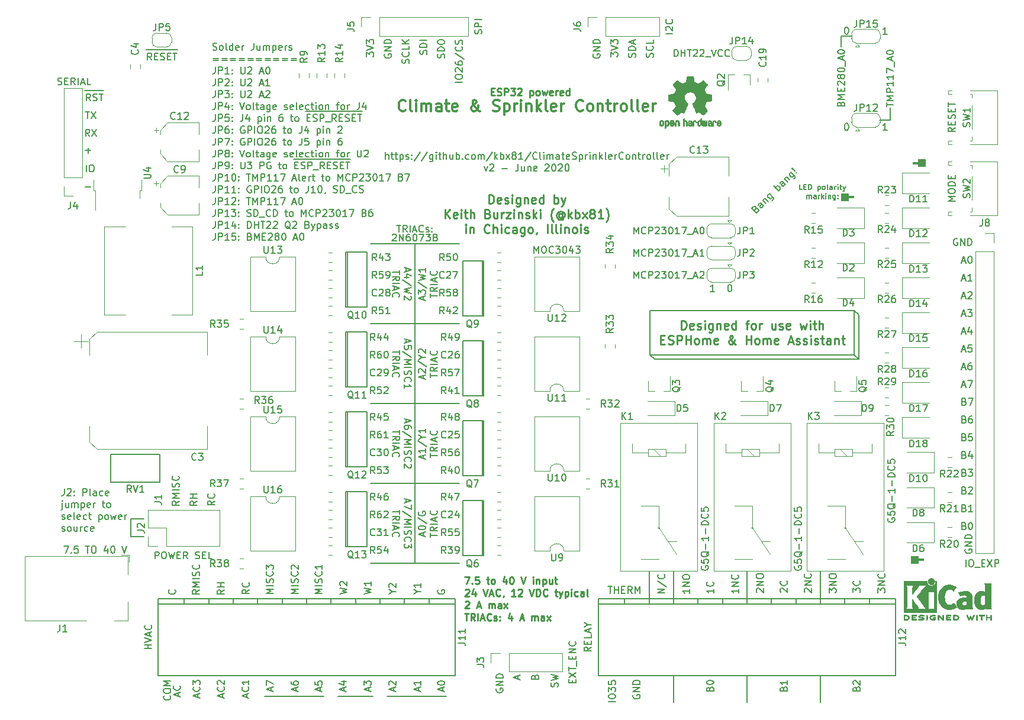
<source format=gbr>
G04 #@! TF.GenerationSoftware,KiCad,Pcbnew,(5.1.9-0-10_14)*
G04 #@! TF.CreationDate,2021-03-25T01:17:32-05:00*
G04 #@! TF.ProjectId,ClimateSprinklerController,436c696d-6174-4655-9370-72696e6b6c65,rev?*
G04 #@! TF.SameCoordinates,Original*
G04 #@! TF.FileFunction,Legend,Top*
G04 #@! TF.FilePolarity,Positive*
%FSLAX46Y46*%
G04 Gerber Fmt 4.6, Leading zero omitted, Abs format (unit mm)*
G04 Created by KiCad (PCBNEW (5.1.9-0-10_14)) date 2021-03-25 01:17:32*
%MOMM*%
%LPD*%
G01*
G04 APERTURE LIST*
%ADD10C,0.150000*%
%ADD11C,0.100000*%
%ADD12C,0.200000*%
%ADD13C,0.250000*%
%ADD14C,0.350000*%
%ADD15C,0.120000*%
%ADD16C,0.010000*%
G04 APERTURE END LIST*
D10*
X189385142Y-70948785D02*
X189028000Y-70948785D01*
X189028000Y-70198785D01*
X189635142Y-70555928D02*
X189885142Y-70555928D01*
X189992285Y-70948785D02*
X189635142Y-70948785D01*
X189635142Y-70198785D01*
X189992285Y-70198785D01*
X190313714Y-70948785D02*
X190313714Y-70198785D01*
X190492285Y-70198785D01*
X190599428Y-70234500D01*
X190670857Y-70305928D01*
X190706571Y-70377357D01*
X190742285Y-70520214D01*
X190742285Y-70627357D01*
X190706571Y-70770214D01*
X190670857Y-70841642D01*
X190599428Y-70913071D01*
X190492285Y-70948785D01*
X190313714Y-70948785D01*
X191635142Y-70448785D02*
X191635142Y-71198785D01*
X191635142Y-70484500D02*
X191706571Y-70448785D01*
X191849428Y-70448785D01*
X191920857Y-70484500D01*
X191956571Y-70520214D01*
X191992285Y-70591642D01*
X191992285Y-70805928D01*
X191956571Y-70877357D01*
X191920857Y-70913071D01*
X191849428Y-70948785D01*
X191706571Y-70948785D01*
X191635142Y-70913071D01*
X192420857Y-70948785D02*
X192349428Y-70913071D01*
X192313714Y-70877357D01*
X192278000Y-70805928D01*
X192278000Y-70591642D01*
X192313714Y-70520214D01*
X192349428Y-70484500D01*
X192420857Y-70448785D01*
X192528000Y-70448785D01*
X192599428Y-70484500D01*
X192635142Y-70520214D01*
X192670857Y-70591642D01*
X192670857Y-70805928D01*
X192635142Y-70877357D01*
X192599428Y-70913071D01*
X192528000Y-70948785D01*
X192420857Y-70948785D01*
X193099428Y-70948785D02*
X193028000Y-70913071D01*
X192992285Y-70841642D01*
X192992285Y-70198785D01*
X193706571Y-70948785D02*
X193706571Y-70555928D01*
X193670857Y-70484500D01*
X193599428Y-70448785D01*
X193456571Y-70448785D01*
X193385142Y-70484500D01*
X193706571Y-70913071D02*
X193635142Y-70948785D01*
X193456571Y-70948785D01*
X193385142Y-70913071D01*
X193349428Y-70841642D01*
X193349428Y-70770214D01*
X193385142Y-70698785D01*
X193456571Y-70663071D01*
X193635142Y-70663071D01*
X193706571Y-70627357D01*
X194063714Y-70948785D02*
X194063714Y-70448785D01*
X194063714Y-70591642D02*
X194099428Y-70520214D01*
X194135142Y-70484500D01*
X194206571Y-70448785D01*
X194278000Y-70448785D01*
X194528000Y-70948785D02*
X194528000Y-70448785D01*
X194528000Y-70198785D02*
X194492285Y-70234500D01*
X194528000Y-70270214D01*
X194563714Y-70234500D01*
X194528000Y-70198785D01*
X194528000Y-70270214D01*
X194778000Y-70448785D02*
X195063714Y-70448785D01*
X194885142Y-70198785D02*
X194885142Y-70841642D01*
X194920857Y-70913071D01*
X194992285Y-70948785D01*
X195063714Y-70948785D01*
X195242285Y-70448785D02*
X195420857Y-70948785D01*
X195599428Y-70448785D02*
X195420857Y-70948785D01*
X195349428Y-71127357D01*
X195313714Y-71163071D01*
X195242285Y-71198785D01*
X190045857Y-72223785D02*
X190045857Y-71723785D01*
X190045857Y-71795214D02*
X190081571Y-71759500D01*
X190153000Y-71723785D01*
X190260142Y-71723785D01*
X190331571Y-71759500D01*
X190367285Y-71830928D01*
X190367285Y-72223785D01*
X190367285Y-71830928D02*
X190403000Y-71759500D01*
X190474428Y-71723785D01*
X190581571Y-71723785D01*
X190653000Y-71759500D01*
X190688714Y-71830928D01*
X190688714Y-72223785D01*
X191367285Y-72223785D02*
X191367285Y-71830928D01*
X191331571Y-71759500D01*
X191260142Y-71723785D01*
X191117285Y-71723785D01*
X191045857Y-71759500D01*
X191367285Y-72188071D02*
X191295857Y-72223785D01*
X191117285Y-72223785D01*
X191045857Y-72188071D01*
X191010142Y-72116642D01*
X191010142Y-72045214D01*
X191045857Y-71973785D01*
X191117285Y-71938071D01*
X191295857Y-71938071D01*
X191367285Y-71902357D01*
X191724428Y-72223785D02*
X191724428Y-71723785D01*
X191724428Y-71866642D02*
X191760142Y-71795214D01*
X191795857Y-71759500D01*
X191867285Y-71723785D01*
X191938714Y-71723785D01*
X192188714Y-72223785D02*
X192188714Y-71473785D01*
X192260142Y-71938071D02*
X192474428Y-72223785D01*
X192474428Y-71723785D02*
X192188714Y-72009500D01*
X192795857Y-72223785D02*
X192795857Y-71723785D01*
X192795857Y-71473785D02*
X192760142Y-71509500D01*
X192795857Y-71545214D01*
X192831571Y-71509500D01*
X192795857Y-71473785D01*
X192795857Y-71545214D01*
X193153000Y-71723785D02*
X193153000Y-72223785D01*
X193153000Y-71795214D02*
X193188714Y-71759500D01*
X193260142Y-71723785D01*
X193367285Y-71723785D01*
X193438714Y-71759500D01*
X193474428Y-71830928D01*
X193474428Y-72223785D01*
X194153000Y-71723785D02*
X194153000Y-72330928D01*
X194117285Y-72402357D01*
X194081571Y-72438071D01*
X194010142Y-72473785D01*
X193903000Y-72473785D01*
X193831571Y-72438071D01*
X194153000Y-72188071D02*
X194081571Y-72223785D01*
X193938714Y-72223785D01*
X193867285Y-72188071D01*
X193831571Y-72152357D01*
X193795857Y-72080928D01*
X193795857Y-71866642D01*
X193831571Y-71795214D01*
X193867285Y-71759500D01*
X193938714Y-71723785D01*
X194081571Y-71723785D01*
X194153000Y-71759500D01*
X194510142Y-72152357D02*
X194545857Y-72188071D01*
X194510142Y-72223785D01*
X194474428Y-72188071D01*
X194510142Y-72152357D01*
X194510142Y-72223785D01*
X194510142Y-71759500D02*
X194545857Y-71795214D01*
X194510142Y-71830928D01*
X194474428Y-71795214D01*
X194510142Y-71759500D01*
X194510142Y-71830928D01*
D11*
G36*
X206000000Y-123746000D02*
G01*
X206762000Y-123746000D01*
X206762000Y-124000000D01*
X206000000Y-124000000D01*
X206000000Y-124381000D01*
X204984000Y-124381000D01*
X204984000Y-123365000D01*
X206000000Y-123365000D01*
X206000000Y-123746000D01*
G37*
X206000000Y-123746000D02*
X206762000Y-123746000D01*
X206762000Y-124000000D01*
X206000000Y-124000000D01*
X206000000Y-124381000D01*
X204984000Y-124381000D01*
X204984000Y-123365000D01*
X206000000Y-123365000D01*
X206000000Y-123746000D01*
G36*
X207016000Y-67635000D02*
G01*
X206000000Y-67635000D01*
X206000000Y-67254000D01*
X205238000Y-67254000D01*
X205238000Y-67000000D01*
X206000000Y-67000000D01*
X206000000Y-66619000D01*
X207016000Y-66619000D01*
X207016000Y-67635000D01*
G37*
X207016000Y-67635000D02*
X206000000Y-67635000D01*
X206000000Y-67254000D01*
X205238000Y-67254000D01*
X205238000Y-67000000D01*
X206000000Y-67000000D01*
X206000000Y-66619000D01*
X207016000Y-66619000D01*
X207016000Y-67635000D01*
G36*
X196016000Y-71865000D02*
G01*
X196778000Y-71865000D01*
X196778000Y-72119000D01*
X196016000Y-72119000D01*
X196016000Y-72500000D01*
X195000000Y-72500000D01*
X195000000Y-71484000D01*
X196016000Y-71484000D01*
X196016000Y-71865000D01*
G37*
X196016000Y-71865000D02*
X196778000Y-71865000D01*
X196778000Y-72119000D01*
X196016000Y-72119000D01*
X196016000Y-72500000D01*
X195000000Y-72500000D01*
X195000000Y-71484000D01*
X196016000Y-71484000D01*
X196016000Y-71865000D01*
D12*
X105095476Y-50939761D02*
X105238333Y-50987380D01*
X105476428Y-50987380D01*
X105571666Y-50939761D01*
X105619285Y-50892142D01*
X105666904Y-50796904D01*
X105666904Y-50701666D01*
X105619285Y-50606428D01*
X105571666Y-50558809D01*
X105476428Y-50511190D01*
X105285952Y-50463571D01*
X105190714Y-50415952D01*
X105143095Y-50368333D01*
X105095476Y-50273095D01*
X105095476Y-50177857D01*
X105143095Y-50082619D01*
X105190714Y-50035000D01*
X105285952Y-49987380D01*
X105524047Y-49987380D01*
X105666904Y-50035000D01*
X106238333Y-50987380D02*
X106143095Y-50939761D01*
X106095476Y-50892142D01*
X106047857Y-50796904D01*
X106047857Y-50511190D01*
X106095476Y-50415952D01*
X106143095Y-50368333D01*
X106238333Y-50320714D01*
X106381190Y-50320714D01*
X106476428Y-50368333D01*
X106524047Y-50415952D01*
X106571666Y-50511190D01*
X106571666Y-50796904D01*
X106524047Y-50892142D01*
X106476428Y-50939761D01*
X106381190Y-50987380D01*
X106238333Y-50987380D01*
X107143095Y-50987380D02*
X107047857Y-50939761D01*
X107000238Y-50844523D01*
X107000238Y-49987380D01*
X107952619Y-50987380D02*
X107952619Y-49987380D01*
X107952619Y-50939761D02*
X107857380Y-50987380D01*
X107666904Y-50987380D01*
X107571666Y-50939761D01*
X107524047Y-50892142D01*
X107476428Y-50796904D01*
X107476428Y-50511190D01*
X107524047Y-50415952D01*
X107571666Y-50368333D01*
X107666904Y-50320714D01*
X107857380Y-50320714D01*
X107952619Y-50368333D01*
X108809761Y-50939761D02*
X108714523Y-50987380D01*
X108524047Y-50987380D01*
X108428809Y-50939761D01*
X108381190Y-50844523D01*
X108381190Y-50463571D01*
X108428809Y-50368333D01*
X108524047Y-50320714D01*
X108714523Y-50320714D01*
X108809761Y-50368333D01*
X108857380Y-50463571D01*
X108857380Y-50558809D01*
X108381190Y-50654047D01*
X109285952Y-50987380D02*
X109285952Y-50320714D01*
X109285952Y-50511190D02*
X109333571Y-50415952D01*
X109381190Y-50368333D01*
X109476428Y-50320714D01*
X109571666Y-50320714D01*
X110952619Y-49987380D02*
X110952619Y-50701666D01*
X110905000Y-50844523D01*
X110809761Y-50939761D01*
X110666904Y-50987380D01*
X110571666Y-50987380D01*
X111857380Y-50320714D02*
X111857380Y-50987380D01*
X111428809Y-50320714D02*
X111428809Y-50844523D01*
X111476428Y-50939761D01*
X111571666Y-50987380D01*
X111714523Y-50987380D01*
X111809761Y-50939761D01*
X111857380Y-50892142D01*
X112333571Y-50987380D02*
X112333571Y-50320714D01*
X112333571Y-50415952D02*
X112381190Y-50368333D01*
X112476428Y-50320714D01*
X112619285Y-50320714D01*
X112714523Y-50368333D01*
X112762142Y-50463571D01*
X112762142Y-50987380D01*
X112762142Y-50463571D02*
X112809761Y-50368333D01*
X112905000Y-50320714D01*
X113047857Y-50320714D01*
X113143095Y-50368333D01*
X113190714Y-50463571D01*
X113190714Y-50987380D01*
X113666904Y-50320714D02*
X113666904Y-51320714D01*
X113666904Y-50368333D02*
X113762142Y-50320714D01*
X113952619Y-50320714D01*
X114047857Y-50368333D01*
X114095476Y-50415952D01*
X114143095Y-50511190D01*
X114143095Y-50796904D01*
X114095476Y-50892142D01*
X114047857Y-50939761D01*
X113952619Y-50987380D01*
X113762142Y-50987380D01*
X113666904Y-50939761D01*
X114952619Y-50939761D02*
X114857380Y-50987380D01*
X114666904Y-50987380D01*
X114571666Y-50939761D01*
X114524047Y-50844523D01*
X114524047Y-50463571D01*
X114571666Y-50368333D01*
X114666904Y-50320714D01*
X114857380Y-50320714D01*
X114952619Y-50368333D01*
X115000238Y-50463571D01*
X115000238Y-50558809D01*
X114524047Y-50654047D01*
X115428809Y-50987380D02*
X115428809Y-50320714D01*
X115428809Y-50511190D02*
X115476428Y-50415952D01*
X115524047Y-50368333D01*
X115619285Y-50320714D01*
X115714523Y-50320714D01*
X116000238Y-50939761D02*
X116095476Y-50987380D01*
X116285952Y-50987380D01*
X116381190Y-50939761D01*
X116428809Y-50844523D01*
X116428809Y-50796904D01*
X116381190Y-50701666D01*
X116285952Y-50654047D01*
X116143095Y-50654047D01*
X116047857Y-50606428D01*
X116000238Y-50511190D01*
X116000238Y-50463571D01*
X116047857Y-50368333D01*
X116143095Y-50320714D01*
X116285952Y-50320714D01*
X116381190Y-50368333D01*
X105143095Y-52163571D02*
X105905000Y-52163571D01*
X105905000Y-52449285D02*
X105143095Y-52449285D01*
X106381190Y-52163571D02*
X107143095Y-52163571D01*
X107143095Y-52449285D02*
X106381190Y-52449285D01*
X107619285Y-52163571D02*
X108381190Y-52163571D01*
X108381190Y-52449285D02*
X107619285Y-52449285D01*
X108857380Y-52163571D02*
X109619285Y-52163571D01*
X109619285Y-52449285D02*
X108857380Y-52449285D01*
X110095476Y-52163571D02*
X110857380Y-52163571D01*
X110857380Y-52449285D02*
X110095476Y-52449285D01*
X111333571Y-52163571D02*
X112095476Y-52163571D01*
X112095476Y-52449285D02*
X111333571Y-52449285D01*
X112571666Y-52163571D02*
X113333571Y-52163571D01*
X113333571Y-52449285D02*
X112571666Y-52449285D01*
X113809761Y-52163571D02*
X114571666Y-52163571D01*
X114571666Y-52449285D02*
X113809761Y-52449285D01*
X115047857Y-52163571D02*
X115809761Y-52163571D01*
X115809761Y-52449285D02*
X115047857Y-52449285D01*
X116285952Y-52163571D02*
X117047857Y-52163571D01*
X117047857Y-52449285D02*
X116285952Y-52449285D01*
X105428809Y-53387380D02*
X105428809Y-54101666D01*
X105381190Y-54244523D01*
X105285952Y-54339761D01*
X105143095Y-54387380D01*
X105047857Y-54387380D01*
X105905000Y-54387380D02*
X105905000Y-53387380D01*
X106285952Y-53387380D01*
X106381190Y-53435000D01*
X106428809Y-53482619D01*
X106476428Y-53577857D01*
X106476428Y-53720714D01*
X106428809Y-53815952D01*
X106381190Y-53863571D01*
X106285952Y-53911190D01*
X105905000Y-53911190D01*
X107428809Y-54387380D02*
X106857380Y-54387380D01*
X107143095Y-54387380D02*
X107143095Y-53387380D01*
X107047857Y-53530238D01*
X106952619Y-53625476D01*
X106857380Y-53673095D01*
X107857380Y-54292142D02*
X107905000Y-54339761D01*
X107857380Y-54387380D01*
X107809761Y-54339761D01*
X107857380Y-54292142D01*
X107857380Y-54387380D01*
X107857380Y-53768333D02*
X107905000Y-53815952D01*
X107857380Y-53863571D01*
X107809761Y-53815952D01*
X107857380Y-53768333D01*
X107857380Y-53863571D01*
X109095476Y-53387380D02*
X109095476Y-54196904D01*
X109143095Y-54292142D01*
X109190714Y-54339761D01*
X109285952Y-54387380D01*
X109476428Y-54387380D01*
X109571666Y-54339761D01*
X109619285Y-54292142D01*
X109666904Y-54196904D01*
X109666904Y-53387380D01*
X110095476Y-53482619D02*
X110143095Y-53435000D01*
X110238333Y-53387380D01*
X110476428Y-53387380D01*
X110571666Y-53435000D01*
X110619285Y-53482619D01*
X110666904Y-53577857D01*
X110666904Y-53673095D01*
X110619285Y-53815952D01*
X110047857Y-54387380D01*
X110666904Y-54387380D01*
X111809761Y-54101666D02*
X112285952Y-54101666D01*
X111714523Y-54387380D02*
X112047857Y-53387380D01*
X112381190Y-54387380D01*
X112905000Y-53387380D02*
X113000238Y-53387380D01*
X113095476Y-53435000D01*
X113143095Y-53482619D01*
X113190714Y-53577857D01*
X113238333Y-53768333D01*
X113238333Y-54006428D01*
X113190714Y-54196904D01*
X113143095Y-54292142D01*
X113095476Y-54339761D01*
X113000238Y-54387380D01*
X112905000Y-54387380D01*
X112809761Y-54339761D01*
X112762142Y-54292142D01*
X112714523Y-54196904D01*
X112666904Y-54006428D01*
X112666904Y-53768333D01*
X112714523Y-53577857D01*
X112762142Y-53482619D01*
X112809761Y-53435000D01*
X112905000Y-53387380D01*
X105428809Y-55087380D02*
X105428809Y-55801666D01*
X105381190Y-55944523D01*
X105285952Y-56039761D01*
X105143095Y-56087380D01*
X105047857Y-56087380D01*
X105905000Y-56087380D02*
X105905000Y-55087380D01*
X106285952Y-55087380D01*
X106381190Y-55135000D01*
X106428809Y-55182619D01*
X106476428Y-55277857D01*
X106476428Y-55420714D01*
X106428809Y-55515952D01*
X106381190Y-55563571D01*
X106285952Y-55611190D01*
X105905000Y-55611190D01*
X106857380Y-55182619D02*
X106905000Y-55135000D01*
X107000238Y-55087380D01*
X107238333Y-55087380D01*
X107333571Y-55135000D01*
X107381190Y-55182619D01*
X107428809Y-55277857D01*
X107428809Y-55373095D01*
X107381190Y-55515952D01*
X106809761Y-56087380D01*
X107428809Y-56087380D01*
X107857380Y-55992142D02*
X107905000Y-56039761D01*
X107857380Y-56087380D01*
X107809761Y-56039761D01*
X107857380Y-55992142D01*
X107857380Y-56087380D01*
X107857380Y-55468333D02*
X107905000Y-55515952D01*
X107857380Y-55563571D01*
X107809761Y-55515952D01*
X107857380Y-55468333D01*
X107857380Y-55563571D01*
X109095476Y-55087380D02*
X109095476Y-55896904D01*
X109143095Y-55992142D01*
X109190714Y-56039761D01*
X109285952Y-56087380D01*
X109476428Y-56087380D01*
X109571666Y-56039761D01*
X109619285Y-55992142D01*
X109666904Y-55896904D01*
X109666904Y-55087380D01*
X110095476Y-55182619D02*
X110143095Y-55135000D01*
X110238333Y-55087380D01*
X110476428Y-55087380D01*
X110571666Y-55135000D01*
X110619285Y-55182619D01*
X110666904Y-55277857D01*
X110666904Y-55373095D01*
X110619285Y-55515952D01*
X110047857Y-56087380D01*
X110666904Y-56087380D01*
X111809761Y-55801666D02*
X112285952Y-55801666D01*
X111714523Y-56087380D02*
X112047857Y-55087380D01*
X112381190Y-56087380D01*
X113238333Y-56087380D02*
X112666904Y-56087380D01*
X112952619Y-56087380D02*
X112952619Y-55087380D01*
X112857380Y-55230238D01*
X112762142Y-55325476D01*
X112666904Y-55373095D01*
X105428809Y-56787380D02*
X105428809Y-57501666D01*
X105381190Y-57644523D01*
X105285952Y-57739761D01*
X105143095Y-57787380D01*
X105047857Y-57787380D01*
X105905000Y-57787380D02*
X105905000Y-56787380D01*
X106285952Y-56787380D01*
X106381190Y-56835000D01*
X106428809Y-56882619D01*
X106476428Y-56977857D01*
X106476428Y-57120714D01*
X106428809Y-57215952D01*
X106381190Y-57263571D01*
X106285952Y-57311190D01*
X105905000Y-57311190D01*
X106809761Y-56787380D02*
X107428809Y-56787380D01*
X107095476Y-57168333D01*
X107238333Y-57168333D01*
X107333571Y-57215952D01*
X107381190Y-57263571D01*
X107428809Y-57358809D01*
X107428809Y-57596904D01*
X107381190Y-57692142D01*
X107333571Y-57739761D01*
X107238333Y-57787380D01*
X106952619Y-57787380D01*
X106857380Y-57739761D01*
X106809761Y-57692142D01*
X107857380Y-57692142D02*
X107905000Y-57739761D01*
X107857380Y-57787380D01*
X107809761Y-57739761D01*
X107857380Y-57692142D01*
X107857380Y-57787380D01*
X107857380Y-57168333D02*
X107905000Y-57215952D01*
X107857380Y-57263571D01*
X107809761Y-57215952D01*
X107857380Y-57168333D01*
X107857380Y-57263571D01*
X109095476Y-56787380D02*
X109095476Y-57596904D01*
X109143095Y-57692142D01*
X109190714Y-57739761D01*
X109285952Y-57787380D01*
X109476428Y-57787380D01*
X109571666Y-57739761D01*
X109619285Y-57692142D01*
X109666904Y-57596904D01*
X109666904Y-56787380D01*
X110095476Y-56882619D02*
X110143095Y-56835000D01*
X110238333Y-56787380D01*
X110476428Y-56787380D01*
X110571666Y-56835000D01*
X110619285Y-56882619D01*
X110666904Y-56977857D01*
X110666904Y-57073095D01*
X110619285Y-57215952D01*
X110047857Y-57787380D01*
X110666904Y-57787380D01*
X111809761Y-57501666D02*
X112285952Y-57501666D01*
X111714523Y-57787380D02*
X112047857Y-56787380D01*
X112381190Y-57787380D01*
X112666904Y-56882619D02*
X112714523Y-56835000D01*
X112809761Y-56787380D01*
X113047857Y-56787380D01*
X113143095Y-56835000D01*
X113190714Y-56882619D01*
X113238333Y-56977857D01*
X113238333Y-57073095D01*
X113190714Y-57215952D01*
X112619285Y-57787380D01*
X113238333Y-57787380D01*
X105428809Y-58487380D02*
X105428809Y-59201666D01*
X105381190Y-59344523D01*
X105285952Y-59439761D01*
X105143095Y-59487380D01*
X105047857Y-59487380D01*
X105905000Y-59487380D02*
X105905000Y-58487380D01*
X106285952Y-58487380D01*
X106381190Y-58535000D01*
X106428809Y-58582619D01*
X106476428Y-58677857D01*
X106476428Y-58820714D01*
X106428809Y-58915952D01*
X106381190Y-58963571D01*
X106285952Y-59011190D01*
X105905000Y-59011190D01*
X107333571Y-58820714D02*
X107333571Y-59487380D01*
X107095476Y-58439761D02*
X106857380Y-59154047D01*
X107476428Y-59154047D01*
X107857380Y-59392142D02*
X107905000Y-59439761D01*
X107857380Y-59487380D01*
X107809761Y-59439761D01*
X107857380Y-59392142D01*
X107857380Y-59487380D01*
X107857380Y-58868333D02*
X107905000Y-58915952D01*
X107857380Y-58963571D01*
X107809761Y-58915952D01*
X107857380Y-58868333D01*
X107857380Y-58963571D01*
X108952619Y-58487380D02*
X109285952Y-59487380D01*
X109619285Y-58487380D01*
X110095476Y-59487380D02*
X110000238Y-59439761D01*
X109952619Y-59392142D01*
X109905000Y-59296904D01*
X109905000Y-59011190D01*
X109952619Y-58915952D01*
X110000238Y-58868333D01*
X110095476Y-58820714D01*
X110238333Y-58820714D01*
X110333571Y-58868333D01*
X110381190Y-58915952D01*
X110428809Y-59011190D01*
X110428809Y-59296904D01*
X110381190Y-59392142D01*
X110333571Y-59439761D01*
X110238333Y-59487380D01*
X110095476Y-59487380D01*
X111000238Y-59487380D02*
X110905000Y-59439761D01*
X110857380Y-59344523D01*
X110857380Y-58487380D01*
X111238333Y-58820714D02*
X111619285Y-58820714D01*
X111381190Y-58487380D02*
X111381190Y-59344523D01*
X111428809Y-59439761D01*
X111524047Y-59487380D01*
X111619285Y-59487380D01*
X112381190Y-59487380D02*
X112381190Y-58963571D01*
X112333571Y-58868333D01*
X112238333Y-58820714D01*
X112047857Y-58820714D01*
X111952619Y-58868333D01*
X112381190Y-59439761D02*
X112285952Y-59487380D01*
X112047857Y-59487380D01*
X111952619Y-59439761D01*
X111905000Y-59344523D01*
X111905000Y-59249285D01*
X111952619Y-59154047D01*
X112047857Y-59106428D01*
X112285952Y-59106428D01*
X112381190Y-59058809D01*
X113285952Y-58820714D02*
X113285952Y-59630238D01*
X113238333Y-59725476D01*
X113190714Y-59773095D01*
X113095476Y-59820714D01*
X112952619Y-59820714D01*
X112857380Y-59773095D01*
X113285952Y-59439761D02*
X113190714Y-59487380D01*
X113000238Y-59487380D01*
X112905000Y-59439761D01*
X112857380Y-59392142D01*
X112809761Y-59296904D01*
X112809761Y-59011190D01*
X112857380Y-58915952D01*
X112905000Y-58868333D01*
X113000238Y-58820714D01*
X113190714Y-58820714D01*
X113285952Y-58868333D01*
X114143095Y-59439761D02*
X114047857Y-59487380D01*
X113857380Y-59487380D01*
X113762142Y-59439761D01*
X113714523Y-59344523D01*
X113714523Y-58963571D01*
X113762142Y-58868333D01*
X113857380Y-58820714D01*
X114047857Y-58820714D01*
X114143095Y-58868333D01*
X114190714Y-58963571D01*
X114190714Y-59058809D01*
X113714523Y-59154047D01*
X115333571Y-59439761D02*
X115428809Y-59487380D01*
X115619285Y-59487380D01*
X115714523Y-59439761D01*
X115762142Y-59344523D01*
X115762142Y-59296904D01*
X115714523Y-59201666D01*
X115619285Y-59154047D01*
X115476428Y-59154047D01*
X115381190Y-59106428D01*
X115333571Y-59011190D01*
X115333571Y-58963571D01*
X115381190Y-58868333D01*
X115476428Y-58820714D01*
X115619285Y-58820714D01*
X115714523Y-58868333D01*
X116571666Y-59439761D02*
X116476428Y-59487380D01*
X116285952Y-59487380D01*
X116190714Y-59439761D01*
X116143095Y-59344523D01*
X116143095Y-58963571D01*
X116190714Y-58868333D01*
X116285952Y-58820714D01*
X116476428Y-58820714D01*
X116571666Y-58868333D01*
X116619285Y-58963571D01*
X116619285Y-59058809D01*
X116143095Y-59154047D01*
X117190714Y-59487380D02*
X117095476Y-59439761D01*
X117047857Y-59344523D01*
X117047857Y-58487380D01*
X117952619Y-59439761D02*
X117857380Y-59487380D01*
X117666904Y-59487380D01*
X117571666Y-59439761D01*
X117524047Y-59344523D01*
X117524047Y-58963571D01*
X117571666Y-58868333D01*
X117666904Y-58820714D01*
X117857380Y-58820714D01*
X117952619Y-58868333D01*
X118000238Y-58963571D01*
X118000238Y-59058809D01*
X117524047Y-59154047D01*
X118857380Y-59439761D02*
X118762142Y-59487380D01*
X118571666Y-59487380D01*
X118476428Y-59439761D01*
X118428809Y-59392142D01*
X118381190Y-59296904D01*
X118381190Y-59011190D01*
X118428809Y-58915952D01*
X118476428Y-58868333D01*
X118571666Y-58820714D01*
X118762142Y-58820714D01*
X118857380Y-58868333D01*
X119143095Y-58820714D02*
X119524047Y-58820714D01*
X119285952Y-58487380D02*
X119285952Y-59344523D01*
X119333571Y-59439761D01*
X119428809Y-59487380D01*
X119524047Y-59487380D01*
X119857380Y-59487380D02*
X119857380Y-58820714D01*
X119857380Y-58487380D02*
X119809761Y-58535000D01*
X119857380Y-58582619D01*
X119905000Y-58535000D01*
X119857380Y-58487380D01*
X119857380Y-58582619D01*
X120476428Y-59487380D02*
X120381190Y-59439761D01*
X120333571Y-59392142D01*
X120285952Y-59296904D01*
X120285952Y-59011190D01*
X120333571Y-58915952D01*
X120381190Y-58868333D01*
X120476428Y-58820714D01*
X120619285Y-58820714D01*
X120714523Y-58868333D01*
X120762142Y-58915952D01*
X120809761Y-59011190D01*
X120809761Y-59296904D01*
X120762142Y-59392142D01*
X120714523Y-59439761D01*
X120619285Y-59487380D01*
X120476428Y-59487380D01*
X121238333Y-58820714D02*
X121238333Y-59487380D01*
X121238333Y-58915952D02*
X121285952Y-58868333D01*
X121381190Y-58820714D01*
X121524047Y-58820714D01*
X121619285Y-58868333D01*
X121666904Y-58963571D01*
X121666904Y-59487380D01*
X122762142Y-58820714D02*
X123143095Y-58820714D01*
X122905000Y-59487380D02*
X122905000Y-58630238D01*
X122952619Y-58535000D01*
X123047857Y-58487380D01*
X123143095Y-58487380D01*
X123619285Y-59487380D02*
X123524047Y-59439761D01*
X123476428Y-59392142D01*
X123428809Y-59296904D01*
X123428809Y-59011190D01*
X123476428Y-58915952D01*
X123524047Y-58868333D01*
X123619285Y-58820714D01*
X123762142Y-58820714D01*
X123857380Y-58868333D01*
X123905000Y-58915952D01*
X123952619Y-59011190D01*
X123952619Y-59296904D01*
X123905000Y-59392142D01*
X123857380Y-59439761D01*
X123762142Y-59487380D01*
X123619285Y-59487380D01*
X124381190Y-59487380D02*
X124381190Y-58820714D01*
X124381190Y-59011190D02*
X124428809Y-58915952D01*
X124476428Y-58868333D01*
X124571666Y-58820714D01*
X124666904Y-58820714D01*
X126047857Y-58487380D02*
X126047857Y-59201666D01*
X126000238Y-59344523D01*
X125905000Y-59439761D01*
X125762142Y-59487380D01*
X125666904Y-59487380D01*
X126952619Y-58820714D02*
X126952619Y-59487380D01*
X126714523Y-58439761D02*
X126476428Y-59154047D01*
X127095476Y-59154047D01*
X105428809Y-60187380D02*
X105428809Y-60901666D01*
X105381190Y-61044523D01*
X105285952Y-61139761D01*
X105143095Y-61187380D01*
X105047857Y-61187380D01*
X105905000Y-61187380D02*
X105905000Y-60187380D01*
X106285952Y-60187380D01*
X106381190Y-60235000D01*
X106428809Y-60282619D01*
X106476428Y-60377857D01*
X106476428Y-60520714D01*
X106428809Y-60615952D01*
X106381190Y-60663571D01*
X106285952Y-60711190D01*
X105905000Y-60711190D01*
X107381190Y-60187380D02*
X106905000Y-60187380D01*
X106857380Y-60663571D01*
X106905000Y-60615952D01*
X107000238Y-60568333D01*
X107238333Y-60568333D01*
X107333571Y-60615952D01*
X107381190Y-60663571D01*
X107428809Y-60758809D01*
X107428809Y-60996904D01*
X107381190Y-61092142D01*
X107333571Y-61139761D01*
X107238333Y-61187380D01*
X107000238Y-61187380D01*
X106905000Y-61139761D01*
X106857380Y-61092142D01*
X107857380Y-61092142D02*
X107905000Y-61139761D01*
X107857380Y-61187380D01*
X107809761Y-61139761D01*
X107857380Y-61092142D01*
X107857380Y-61187380D01*
X107857380Y-60568333D02*
X107905000Y-60615952D01*
X107857380Y-60663571D01*
X107809761Y-60615952D01*
X107857380Y-60568333D01*
X107857380Y-60663571D01*
X109381190Y-60187380D02*
X109381190Y-60901666D01*
X109333571Y-61044523D01*
X109238333Y-61139761D01*
X109095476Y-61187380D01*
X109000238Y-61187380D01*
X110285952Y-60520714D02*
X110285952Y-61187380D01*
X110047857Y-60139761D02*
X109809761Y-60854047D01*
X110428809Y-60854047D01*
X111571666Y-60520714D02*
X111571666Y-61520714D01*
X111571666Y-60568333D02*
X111666904Y-60520714D01*
X111857380Y-60520714D01*
X111952619Y-60568333D01*
X112000238Y-60615952D01*
X112047857Y-60711190D01*
X112047857Y-60996904D01*
X112000238Y-61092142D01*
X111952619Y-61139761D01*
X111857380Y-61187380D01*
X111666904Y-61187380D01*
X111571666Y-61139761D01*
X112476428Y-61187380D02*
X112476428Y-60520714D01*
X112476428Y-60187380D02*
X112428809Y-60235000D01*
X112476428Y-60282619D01*
X112524047Y-60235000D01*
X112476428Y-60187380D01*
X112476428Y-60282619D01*
X112952619Y-60520714D02*
X112952619Y-61187380D01*
X112952619Y-60615952D02*
X113000238Y-60568333D01*
X113095476Y-60520714D01*
X113238333Y-60520714D01*
X113333571Y-60568333D01*
X113381190Y-60663571D01*
X113381190Y-61187380D01*
X115047857Y-60187380D02*
X114857380Y-60187380D01*
X114762142Y-60235000D01*
X114714523Y-60282619D01*
X114619285Y-60425476D01*
X114571666Y-60615952D01*
X114571666Y-60996904D01*
X114619285Y-61092142D01*
X114666904Y-61139761D01*
X114762142Y-61187380D01*
X114952619Y-61187380D01*
X115047857Y-61139761D01*
X115095476Y-61092142D01*
X115143095Y-60996904D01*
X115143095Y-60758809D01*
X115095476Y-60663571D01*
X115047857Y-60615952D01*
X114952619Y-60568333D01*
X114762142Y-60568333D01*
X114666904Y-60615952D01*
X114619285Y-60663571D01*
X114571666Y-60758809D01*
X116190714Y-60520714D02*
X116571666Y-60520714D01*
X116333571Y-60187380D02*
X116333571Y-61044523D01*
X116381190Y-61139761D01*
X116476428Y-61187380D01*
X116571666Y-61187380D01*
X117047857Y-61187380D02*
X116952619Y-61139761D01*
X116905000Y-61092142D01*
X116857380Y-60996904D01*
X116857380Y-60711190D01*
X116905000Y-60615952D01*
X116952619Y-60568333D01*
X117047857Y-60520714D01*
X117190714Y-60520714D01*
X117285952Y-60568333D01*
X117333571Y-60615952D01*
X117381190Y-60711190D01*
X117381190Y-60996904D01*
X117333571Y-61092142D01*
X117285952Y-61139761D01*
X117190714Y-61187380D01*
X117047857Y-61187380D01*
X118333571Y-59755000D02*
X119238333Y-59755000D01*
X118571666Y-60663571D02*
X118905000Y-60663571D01*
X119047857Y-61187380D02*
X118571666Y-61187380D01*
X118571666Y-60187380D01*
X119047857Y-60187380D01*
X119238333Y-59755000D02*
X120190714Y-59755000D01*
X119428809Y-61139761D02*
X119571666Y-61187380D01*
X119809761Y-61187380D01*
X119905000Y-61139761D01*
X119952619Y-61092142D01*
X120000238Y-60996904D01*
X120000238Y-60901666D01*
X119952619Y-60806428D01*
X119905000Y-60758809D01*
X119809761Y-60711190D01*
X119619285Y-60663571D01*
X119524047Y-60615952D01*
X119476428Y-60568333D01*
X119428809Y-60473095D01*
X119428809Y-60377857D01*
X119476428Y-60282619D01*
X119524047Y-60235000D01*
X119619285Y-60187380D01*
X119857380Y-60187380D01*
X120000238Y-60235000D01*
X120190714Y-59755000D02*
X121190714Y-59755000D01*
X120428809Y-61187380D02*
X120428809Y-60187380D01*
X120809761Y-60187380D01*
X120905000Y-60235000D01*
X120952619Y-60282619D01*
X121000238Y-60377857D01*
X121000238Y-60520714D01*
X120952619Y-60615952D01*
X120905000Y-60663571D01*
X120809761Y-60711190D01*
X120428809Y-60711190D01*
X121190714Y-59755000D02*
X121952619Y-59755000D01*
X121190714Y-61282619D02*
X121952619Y-61282619D01*
X121952619Y-59755000D02*
X122952619Y-59755000D01*
X122762142Y-61187380D02*
X122428809Y-60711190D01*
X122190714Y-61187380D02*
X122190714Y-60187380D01*
X122571666Y-60187380D01*
X122666904Y-60235000D01*
X122714523Y-60282619D01*
X122762142Y-60377857D01*
X122762142Y-60520714D01*
X122714523Y-60615952D01*
X122666904Y-60663571D01*
X122571666Y-60711190D01*
X122190714Y-60711190D01*
X122952619Y-59755000D02*
X123857380Y-59755000D01*
X123190714Y-60663571D02*
X123524047Y-60663571D01*
X123666904Y-61187380D02*
X123190714Y-61187380D01*
X123190714Y-60187380D01*
X123666904Y-60187380D01*
X123857380Y-59755000D02*
X124809761Y-59755000D01*
X124047857Y-61139761D02*
X124190714Y-61187380D01*
X124428809Y-61187380D01*
X124524047Y-61139761D01*
X124571666Y-61092142D01*
X124619285Y-60996904D01*
X124619285Y-60901666D01*
X124571666Y-60806428D01*
X124524047Y-60758809D01*
X124428809Y-60711190D01*
X124238333Y-60663571D01*
X124143095Y-60615952D01*
X124095476Y-60568333D01*
X124047857Y-60473095D01*
X124047857Y-60377857D01*
X124095476Y-60282619D01*
X124143095Y-60235000D01*
X124238333Y-60187380D01*
X124476428Y-60187380D01*
X124619285Y-60235000D01*
X124809761Y-59755000D02*
X125714523Y-59755000D01*
X125047857Y-60663571D02*
X125381190Y-60663571D01*
X125524047Y-61187380D02*
X125047857Y-61187380D01*
X125047857Y-60187380D01*
X125524047Y-60187380D01*
X125714523Y-59755000D02*
X126476428Y-59755000D01*
X125809761Y-60187380D02*
X126381190Y-60187380D01*
X126095476Y-61187380D02*
X126095476Y-60187380D01*
X105428809Y-61887380D02*
X105428809Y-62601666D01*
X105381190Y-62744523D01*
X105285952Y-62839761D01*
X105143095Y-62887380D01*
X105047857Y-62887380D01*
X105905000Y-62887380D02*
X105905000Y-61887380D01*
X106285952Y-61887380D01*
X106381190Y-61935000D01*
X106428809Y-61982619D01*
X106476428Y-62077857D01*
X106476428Y-62220714D01*
X106428809Y-62315952D01*
X106381190Y-62363571D01*
X106285952Y-62411190D01*
X105905000Y-62411190D01*
X107333571Y-61887380D02*
X107143095Y-61887380D01*
X107047857Y-61935000D01*
X107000238Y-61982619D01*
X106905000Y-62125476D01*
X106857380Y-62315952D01*
X106857380Y-62696904D01*
X106905000Y-62792142D01*
X106952619Y-62839761D01*
X107047857Y-62887380D01*
X107238333Y-62887380D01*
X107333571Y-62839761D01*
X107381190Y-62792142D01*
X107428809Y-62696904D01*
X107428809Y-62458809D01*
X107381190Y-62363571D01*
X107333571Y-62315952D01*
X107238333Y-62268333D01*
X107047857Y-62268333D01*
X106952619Y-62315952D01*
X106905000Y-62363571D01*
X106857380Y-62458809D01*
X107857380Y-62792142D02*
X107905000Y-62839761D01*
X107857380Y-62887380D01*
X107809761Y-62839761D01*
X107857380Y-62792142D01*
X107857380Y-62887380D01*
X107857380Y-62268333D02*
X107905000Y-62315952D01*
X107857380Y-62363571D01*
X107809761Y-62315952D01*
X107857380Y-62268333D01*
X107857380Y-62363571D01*
X109619285Y-61935000D02*
X109524047Y-61887380D01*
X109381190Y-61887380D01*
X109238333Y-61935000D01*
X109143095Y-62030238D01*
X109095476Y-62125476D01*
X109047857Y-62315952D01*
X109047857Y-62458809D01*
X109095476Y-62649285D01*
X109143095Y-62744523D01*
X109238333Y-62839761D01*
X109381190Y-62887380D01*
X109476428Y-62887380D01*
X109619285Y-62839761D01*
X109666904Y-62792142D01*
X109666904Y-62458809D01*
X109476428Y-62458809D01*
X110095476Y-62887380D02*
X110095476Y-61887380D01*
X110476428Y-61887380D01*
X110571666Y-61935000D01*
X110619285Y-61982619D01*
X110666904Y-62077857D01*
X110666904Y-62220714D01*
X110619285Y-62315952D01*
X110571666Y-62363571D01*
X110476428Y-62411190D01*
X110095476Y-62411190D01*
X111095476Y-62887380D02*
X111095476Y-61887380D01*
X111762142Y-61887380D02*
X111952619Y-61887380D01*
X112047857Y-61935000D01*
X112143095Y-62030238D01*
X112190714Y-62220714D01*
X112190714Y-62554047D01*
X112143095Y-62744523D01*
X112047857Y-62839761D01*
X111952619Y-62887380D01*
X111762142Y-62887380D01*
X111666904Y-62839761D01*
X111571666Y-62744523D01*
X111524047Y-62554047D01*
X111524047Y-62220714D01*
X111571666Y-62030238D01*
X111666904Y-61935000D01*
X111762142Y-61887380D01*
X112571666Y-61982619D02*
X112619285Y-61935000D01*
X112714523Y-61887380D01*
X112952619Y-61887380D01*
X113047857Y-61935000D01*
X113095476Y-61982619D01*
X113143095Y-62077857D01*
X113143095Y-62173095D01*
X113095476Y-62315952D01*
X112524047Y-62887380D01*
X113143095Y-62887380D01*
X114000238Y-61887380D02*
X113809761Y-61887380D01*
X113714523Y-61935000D01*
X113666904Y-61982619D01*
X113571666Y-62125476D01*
X113524047Y-62315952D01*
X113524047Y-62696904D01*
X113571666Y-62792142D01*
X113619285Y-62839761D01*
X113714523Y-62887380D01*
X113905000Y-62887380D01*
X114000238Y-62839761D01*
X114047857Y-62792142D01*
X114095476Y-62696904D01*
X114095476Y-62458809D01*
X114047857Y-62363571D01*
X114000238Y-62315952D01*
X113905000Y-62268333D01*
X113714523Y-62268333D01*
X113619285Y-62315952D01*
X113571666Y-62363571D01*
X113524047Y-62458809D01*
X115143095Y-62220714D02*
X115524047Y-62220714D01*
X115285952Y-61887380D02*
X115285952Y-62744523D01*
X115333571Y-62839761D01*
X115428809Y-62887380D01*
X115524047Y-62887380D01*
X116000238Y-62887380D02*
X115905000Y-62839761D01*
X115857380Y-62792142D01*
X115809761Y-62696904D01*
X115809761Y-62411190D01*
X115857380Y-62315952D01*
X115905000Y-62268333D01*
X116000238Y-62220714D01*
X116143095Y-62220714D01*
X116238333Y-62268333D01*
X116285952Y-62315952D01*
X116333571Y-62411190D01*
X116333571Y-62696904D01*
X116285952Y-62792142D01*
X116238333Y-62839761D01*
X116143095Y-62887380D01*
X116000238Y-62887380D01*
X117809761Y-61887380D02*
X117809761Y-62601666D01*
X117762142Y-62744523D01*
X117666904Y-62839761D01*
X117524047Y-62887380D01*
X117428809Y-62887380D01*
X118714523Y-62220714D02*
X118714523Y-62887380D01*
X118476428Y-61839761D02*
X118238333Y-62554047D01*
X118857380Y-62554047D01*
X120000238Y-62220714D02*
X120000238Y-63220714D01*
X120000238Y-62268333D02*
X120095476Y-62220714D01*
X120285952Y-62220714D01*
X120381190Y-62268333D01*
X120428809Y-62315952D01*
X120476428Y-62411190D01*
X120476428Y-62696904D01*
X120428809Y-62792142D01*
X120381190Y-62839761D01*
X120285952Y-62887380D01*
X120095476Y-62887380D01*
X120000238Y-62839761D01*
X120905000Y-62887380D02*
X120905000Y-62220714D01*
X120905000Y-61887380D02*
X120857380Y-61935000D01*
X120905000Y-61982619D01*
X120952619Y-61935000D01*
X120905000Y-61887380D01*
X120905000Y-61982619D01*
X121381190Y-62220714D02*
X121381190Y-62887380D01*
X121381190Y-62315952D02*
X121428809Y-62268333D01*
X121524047Y-62220714D01*
X121666904Y-62220714D01*
X121762142Y-62268333D01*
X121809761Y-62363571D01*
X121809761Y-62887380D01*
X123000238Y-61982619D02*
X123047857Y-61935000D01*
X123143095Y-61887380D01*
X123381190Y-61887380D01*
X123476428Y-61935000D01*
X123524047Y-61982619D01*
X123571666Y-62077857D01*
X123571666Y-62173095D01*
X123524047Y-62315952D01*
X122952619Y-62887380D01*
X123571666Y-62887380D01*
X105428809Y-63587380D02*
X105428809Y-64301666D01*
X105381190Y-64444523D01*
X105285952Y-64539761D01*
X105143095Y-64587380D01*
X105047857Y-64587380D01*
X105905000Y-64587380D02*
X105905000Y-63587380D01*
X106285952Y-63587380D01*
X106381190Y-63635000D01*
X106428809Y-63682619D01*
X106476428Y-63777857D01*
X106476428Y-63920714D01*
X106428809Y-64015952D01*
X106381190Y-64063571D01*
X106285952Y-64111190D01*
X105905000Y-64111190D01*
X106809761Y-63587380D02*
X107476428Y-63587380D01*
X107047857Y-64587380D01*
X107857380Y-64492142D02*
X107905000Y-64539761D01*
X107857380Y-64587380D01*
X107809761Y-64539761D01*
X107857380Y-64492142D01*
X107857380Y-64587380D01*
X107857380Y-63968333D02*
X107905000Y-64015952D01*
X107857380Y-64063571D01*
X107809761Y-64015952D01*
X107857380Y-63968333D01*
X107857380Y-64063571D01*
X109619285Y-63635000D02*
X109524047Y-63587380D01*
X109381190Y-63587380D01*
X109238333Y-63635000D01*
X109143095Y-63730238D01*
X109095476Y-63825476D01*
X109047857Y-64015952D01*
X109047857Y-64158809D01*
X109095476Y-64349285D01*
X109143095Y-64444523D01*
X109238333Y-64539761D01*
X109381190Y-64587380D01*
X109476428Y-64587380D01*
X109619285Y-64539761D01*
X109666904Y-64492142D01*
X109666904Y-64158809D01*
X109476428Y-64158809D01*
X110095476Y-64587380D02*
X110095476Y-63587380D01*
X110476428Y-63587380D01*
X110571666Y-63635000D01*
X110619285Y-63682619D01*
X110666904Y-63777857D01*
X110666904Y-63920714D01*
X110619285Y-64015952D01*
X110571666Y-64063571D01*
X110476428Y-64111190D01*
X110095476Y-64111190D01*
X111095476Y-64587380D02*
X111095476Y-63587380D01*
X111762142Y-63587380D02*
X111952619Y-63587380D01*
X112047857Y-63635000D01*
X112143095Y-63730238D01*
X112190714Y-63920714D01*
X112190714Y-64254047D01*
X112143095Y-64444523D01*
X112047857Y-64539761D01*
X111952619Y-64587380D01*
X111762142Y-64587380D01*
X111666904Y-64539761D01*
X111571666Y-64444523D01*
X111524047Y-64254047D01*
X111524047Y-63920714D01*
X111571666Y-63730238D01*
X111666904Y-63635000D01*
X111762142Y-63587380D01*
X112571666Y-63682619D02*
X112619285Y-63635000D01*
X112714523Y-63587380D01*
X112952619Y-63587380D01*
X113047857Y-63635000D01*
X113095476Y-63682619D01*
X113143095Y-63777857D01*
X113143095Y-63873095D01*
X113095476Y-64015952D01*
X112524047Y-64587380D01*
X113143095Y-64587380D01*
X114000238Y-63587380D02*
X113809761Y-63587380D01*
X113714523Y-63635000D01*
X113666904Y-63682619D01*
X113571666Y-63825476D01*
X113524047Y-64015952D01*
X113524047Y-64396904D01*
X113571666Y-64492142D01*
X113619285Y-64539761D01*
X113714523Y-64587380D01*
X113905000Y-64587380D01*
X114000238Y-64539761D01*
X114047857Y-64492142D01*
X114095476Y-64396904D01*
X114095476Y-64158809D01*
X114047857Y-64063571D01*
X114000238Y-64015952D01*
X113905000Y-63968333D01*
X113714523Y-63968333D01*
X113619285Y-64015952D01*
X113571666Y-64063571D01*
X113524047Y-64158809D01*
X115143095Y-63920714D02*
X115524047Y-63920714D01*
X115285952Y-63587380D02*
X115285952Y-64444523D01*
X115333571Y-64539761D01*
X115428809Y-64587380D01*
X115524047Y-64587380D01*
X116000238Y-64587380D02*
X115905000Y-64539761D01*
X115857380Y-64492142D01*
X115809761Y-64396904D01*
X115809761Y-64111190D01*
X115857380Y-64015952D01*
X115905000Y-63968333D01*
X116000238Y-63920714D01*
X116143095Y-63920714D01*
X116238333Y-63968333D01*
X116285952Y-64015952D01*
X116333571Y-64111190D01*
X116333571Y-64396904D01*
X116285952Y-64492142D01*
X116238333Y-64539761D01*
X116143095Y-64587380D01*
X116000238Y-64587380D01*
X117809761Y-63587380D02*
X117809761Y-64301666D01*
X117762142Y-64444523D01*
X117666904Y-64539761D01*
X117524047Y-64587380D01*
X117428809Y-64587380D01*
X118762142Y-63587380D02*
X118285952Y-63587380D01*
X118238333Y-64063571D01*
X118285952Y-64015952D01*
X118381190Y-63968333D01*
X118619285Y-63968333D01*
X118714523Y-64015952D01*
X118762142Y-64063571D01*
X118809761Y-64158809D01*
X118809761Y-64396904D01*
X118762142Y-64492142D01*
X118714523Y-64539761D01*
X118619285Y-64587380D01*
X118381190Y-64587380D01*
X118285952Y-64539761D01*
X118238333Y-64492142D01*
X120000238Y-63920714D02*
X120000238Y-64920714D01*
X120000238Y-63968333D02*
X120095476Y-63920714D01*
X120285952Y-63920714D01*
X120381190Y-63968333D01*
X120428809Y-64015952D01*
X120476428Y-64111190D01*
X120476428Y-64396904D01*
X120428809Y-64492142D01*
X120381190Y-64539761D01*
X120285952Y-64587380D01*
X120095476Y-64587380D01*
X120000238Y-64539761D01*
X120905000Y-64587380D02*
X120905000Y-63920714D01*
X120905000Y-63587380D02*
X120857380Y-63635000D01*
X120905000Y-63682619D01*
X120952619Y-63635000D01*
X120905000Y-63587380D01*
X120905000Y-63682619D01*
X121381190Y-63920714D02*
X121381190Y-64587380D01*
X121381190Y-64015952D02*
X121428809Y-63968333D01*
X121524047Y-63920714D01*
X121666904Y-63920714D01*
X121762142Y-63968333D01*
X121809761Y-64063571D01*
X121809761Y-64587380D01*
X123476428Y-63587380D02*
X123285952Y-63587380D01*
X123190714Y-63635000D01*
X123143095Y-63682619D01*
X123047857Y-63825476D01*
X123000238Y-64015952D01*
X123000238Y-64396904D01*
X123047857Y-64492142D01*
X123095476Y-64539761D01*
X123190714Y-64587380D01*
X123381190Y-64587380D01*
X123476428Y-64539761D01*
X123524047Y-64492142D01*
X123571666Y-64396904D01*
X123571666Y-64158809D01*
X123524047Y-64063571D01*
X123476428Y-64015952D01*
X123381190Y-63968333D01*
X123190714Y-63968333D01*
X123095476Y-64015952D01*
X123047857Y-64063571D01*
X123000238Y-64158809D01*
X105428809Y-65287380D02*
X105428809Y-66001666D01*
X105381190Y-66144523D01*
X105285952Y-66239761D01*
X105143095Y-66287380D01*
X105047857Y-66287380D01*
X105905000Y-66287380D02*
X105905000Y-65287380D01*
X106285952Y-65287380D01*
X106381190Y-65335000D01*
X106428809Y-65382619D01*
X106476428Y-65477857D01*
X106476428Y-65620714D01*
X106428809Y-65715952D01*
X106381190Y-65763571D01*
X106285952Y-65811190D01*
X105905000Y-65811190D01*
X107047857Y-65715952D02*
X106952619Y-65668333D01*
X106905000Y-65620714D01*
X106857380Y-65525476D01*
X106857380Y-65477857D01*
X106905000Y-65382619D01*
X106952619Y-65335000D01*
X107047857Y-65287380D01*
X107238333Y-65287380D01*
X107333571Y-65335000D01*
X107381190Y-65382619D01*
X107428809Y-65477857D01*
X107428809Y-65525476D01*
X107381190Y-65620714D01*
X107333571Y-65668333D01*
X107238333Y-65715952D01*
X107047857Y-65715952D01*
X106952619Y-65763571D01*
X106905000Y-65811190D01*
X106857380Y-65906428D01*
X106857380Y-66096904D01*
X106905000Y-66192142D01*
X106952619Y-66239761D01*
X107047857Y-66287380D01*
X107238333Y-66287380D01*
X107333571Y-66239761D01*
X107381190Y-66192142D01*
X107428809Y-66096904D01*
X107428809Y-65906428D01*
X107381190Y-65811190D01*
X107333571Y-65763571D01*
X107238333Y-65715952D01*
X107857380Y-66192142D02*
X107905000Y-66239761D01*
X107857380Y-66287380D01*
X107809761Y-66239761D01*
X107857380Y-66192142D01*
X107857380Y-66287380D01*
X107857380Y-65668333D02*
X107905000Y-65715952D01*
X107857380Y-65763571D01*
X107809761Y-65715952D01*
X107857380Y-65668333D01*
X107857380Y-65763571D01*
X108952619Y-65287380D02*
X109285952Y-66287380D01*
X109619285Y-65287380D01*
X110095476Y-66287380D02*
X110000238Y-66239761D01*
X109952619Y-66192142D01*
X109905000Y-66096904D01*
X109905000Y-65811190D01*
X109952619Y-65715952D01*
X110000238Y-65668333D01*
X110095476Y-65620714D01*
X110238333Y-65620714D01*
X110333571Y-65668333D01*
X110381190Y-65715952D01*
X110428809Y-65811190D01*
X110428809Y-66096904D01*
X110381190Y-66192142D01*
X110333571Y-66239761D01*
X110238333Y-66287380D01*
X110095476Y-66287380D01*
X111000238Y-66287380D02*
X110905000Y-66239761D01*
X110857380Y-66144523D01*
X110857380Y-65287380D01*
X111238333Y-65620714D02*
X111619285Y-65620714D01*
X111381190Y-65287380D02*
X111381190Y-66144523D01*
X111428809Y-66239761D01*
X111524047Y-66287380D01*
X111619285Y-66287380D01*
X112381190Y-66287380D02*
X112381190Y-65763571D01*
X112333571Y-65668333D01*
X112238333Y-65620714D01*
X112047857Y-65620714D01*
X111952619Y-65668333D01*
X112381190Y-66239761D02*
X112285952Y-66287380D01*
X112047857Y-66287380D01*
X111952619Y-66239761D01*
X111905000Y-66144523D01*
X111905000Y-66049285D01*
X111952619Y-65954047D01*
X112047857Y-65906428D01*
X112285952Y-65906428D01*
X112381190Y-65858809D01*
X113285952Y-65620714D02*
X113285952Y-66430238D01*
X113238333Y-66525476D01*
X113190714Y-66573095D01*
X113095476Y-66620714D01*
X112952619Y-66620714D01*
X112857380Y-66573095D01*
X113285952Y-66239761D02*
X113190714Y-66287380D01*
X113000238Y-66287380D01*
X112905000Y-66239761D01*
X112857380Y-66192142D01*
X112809761Y-66096904D01*
X112809761Y-65811190D01*
X112857380Y-65715952D01*
X112905000Y-65668333D01*
X113000238Y-65620714D01*
X113190714Y-65620714D01*
X113285952Y-65668333D01*
X114143095Y-66239761D02*
X114047857Y-66287380D01*
X113857380Y-66287380D01*
X113762142Y-66239761D01*
X113714523Y-66144523D01*
X113714523Y-65763571D01*
X113762142Y-65668333D01*
X113857380Y-65620714D01*
X114047857Y-65620714D01*
X114143095Y-65668333D01*
X114190714Y-65763571D01*
X114190714Y-65858809D01*
X113714523Y-65954047D01*
X115333571Y-66239761D02*
X115428809Y-66287380D01*
X115619285Y-66287380D01*
X115714523Y-66239761D01*
X115762142Y-66144523D01*
X115762142Y-66096904D01*
X115714523Y-66001666D01*
X115619285Y-65954047D01*
X115476428Y-65954047D01*
X115381190Y-65906428D01*
X115333571Y-65811190D01*
X115333571Y-65763571D01*
X115381190Y-65668333D01*
X115476428Y-65620714D01*
X115619285Y-65620714D01*
X115714523Y-65668333D01*
X116571666Y-66239761D02*
X116476428Y-66287380D01*
X116285952Y-66287380D01*
X116190714Y-66239761D01*
X116143095Y-66144523D01*
X116143095Y-65763571D01*
X116190714Y-65668333D01*
X116285952Y-65620714D01*
X116476428Y-65620714D01*
X116571666Y-65668333D01*
X116619285Y-65763571D01*
X116619285Y-65858809D01*
X116143095Y-65954047D01*
X117190714Y-66287380D02*
X117095476Y-66239761D01*
X117047857Y-66144523D01*
X117047857Y-65287380D01*
X117952619Y-66239761D02*
X117857380Y-66287380D01*
X117666904Y-66287380D01*
X117571666Y-66239761D01*
X117524047Y-66144523D01*
X117524047Y-65763571D01*
X117571666Y-65668333D01*
X117666904Y-65620714D01*
X117857380Y-65620714D01*
X117952619Y-65668333D01*
X118000238Y-65763571D01*
X118000238Y-65858809D01*
X117524047Y-65954047D01*
X118857380Y-66239761D02*
X118762142Y-66287380D01*
X118571666Y-66287380D01*
X118476428Y-66239761D01*
X118428809Y-66192142D01*
X118381190Y-66096904D01*
X118381190Y-65811190D01*
X118428809Y-65715952D01*
X118476428Y-65668333D01*
X118571666Y-65620714D01*
X118762142Y-65620714D01*
X118857380Y-65668333D01*
X119143095Y-65620714D02*
X119524047Y-65620714D01*
X119285952Y-65287380D02*
X119285952Y-66144523D01*
X119333571Y-66239761D01*
X119428809Y-66287380D01*
X119524047Y-66287380D01*
X119857380Y-66287380D02*
X119857380Y-65620714D01*
X119857380Y-65287380D02*
X119809761Y-65335000D01*
X119857380Y-65382619D01*
X119905000Y-65335000D01*
X119857380Y-65287380D01*
X119857380Y-65382619D01*
X120476428Y-66287380D02*
X120381190Y-66239761D01*
X120333571Y-66192142D01*
X120285952Y-66096904D01*
X120285952Y-65811190D01*
X120333571Y-65715952D01*
X120381190Y-65668333D01*
X120476428Y-65620714D01*
X120619285Y-65620714D01*
X120714523Y-65668333D01*
X120762142Y-65715952D01*
X120809761Y-65811190D01*
X120809761Y-66096904D01*
X120762142Y-66192142D01*
X120714523Y-66239761D01*
X120619285Y-66287380D01*
X120476428Y-66287380D01*
X121238333Y-65620714D02*
X121238333Y-66287380D01*
X121238333Y-65715952D02*
X121285952Y-65668333D01*
X121381190Y-65620714D01*
X121524047Y-65620714D01*
X121619285Y-65668333D01*
X121666904Y-65763571D01*
X121666904Y-66287380D01*
X122762142Y-65620714D02*
X123143095Y-65620714D01*
X122905000Y-66287380D02*
X122905000Y-65430238D01*
X122952619Y-65335000D01*
X123047857Y-65287380D01*
X123143095Y-65287380D01*
X123619285Y-66287380D02*
X123524047Y-66239761D01*
X123476428Y-66192142D01*
X123428809Y-66096904D01*
X123428809Y-65811190D01*
X123476428Y-65715952D01*
X123524047Y-65668333D01*
X123619285Y-65620714D01*
X123762142Y-65620714D01*
X123857380Y-65668333D01*
X123905000Y-65715952D01*
X123952619Y-65811190D01*
X123952619Y-66096904D01*
X123905000Y-66192142D01*
X123857380Y-66239761D01*
X123762142Y-66287380D01*
X123619285Y-66287380D01*
X124381190Y-66287380D02*
X124381190Y-65620714D01*
X124381190Y-65811190D02*
X124428809Y-65715952D01*
X124476428Y-65668333D01*
X124571666Y-65620714D01*
X124666904Y-65620714D01*
X125762142Y-65287380D02*
X125762142Y-66096904D01*
X125809761Y-66192142D01*
X125857380Y-66239761D01*
X125952619Y-66287380D01*
X126143095Y-66287380D01*
X126238333Y-66239761D01*
X126285952Y-66192142D01*
X126333571Y-66096904D01*
X126333571Y-65287380D01*
X126762142Y-65382619D02*
X126809761Y-65335000D01*
X126905000Y-65287380D01*
X127143095Y-65287380D01*
X127238333Y-65335000D01*
X127285952Y-65382619D01*
X127333571Y-65477857D01*
X127333571Y-65573095D01*
X127285952Y-65715952D01*
X126714523Y-66287380D01*
X127333571Y-66287380D01*
X105428809Y-66987380D02*
X105428809Y-67701666D01*
X105381190Y-67844523D01*
X105285952Y-67939761D01*
X105143095Y-67987380D01*
X105047857Y-67987380D01*
X105905000Y-67987380D02*
X105905000Y-66987380D01*
X106285952Y-66987380D01*
X106381190Y-67035000D01*
X106428809Y-67082619D01*
X106476428Y-67177857D01*
X106476428Y-67320714D01*
X106428809Y-67415952D01*
X106381190Y-67463571D01*
X106285952Y-67511190D01*
X105905000Y-67511190D01*
X106952619Y-67987380D02*
X107143095Y-67987380D01*
X107238333Y-67939761D01*
X107285952Y-67892142D01*
X107381190Y-67749285D01*
X107428809Y-67558809D01*
X107428809Y-67177857D01*
X107381190Y-67082619D01*
X107333571Y-67035000D01*
X107238333Y-66987380D01*
X107047857Y-66987380D01*
X106952619Y-67035000D01*
X106905000Y-67082619D01*
X106857380Y-67177857D01*
X106857380Y-67415952D01*
X106905000Y-67511190D01*
X106952619Y-67558809D01*
X107047857Y-67606428D01*
X107238333Y-67606428D01*
X107333571Y-67558809D01*
X107381190Y-67511190D01*
X107428809Y-67415952D01*
X107857380Y-67892142D02*
X107905000Y-67939761D01*
X107857380Y-67987380D01*
X107809761Y-67939761D01*
X107857380Y-67892142D01*
X107857380Y-67987380D01*
X107857380Y-67368333D02*
X107905000Y-67415952D01*
X107857380Y-67463571D01*
X107809761Y-67415952D01*
X107857380Y-67368333D01*
X107857380Y-67463571D01*
X109095476Y-66987380D02*
X109095476Y-67796904D01*
X109143095Y-67892142D01*
X109190714Y-67939761D01*
X109285952Y-67987380D01*
X109476428Y-67987380D01*
X109571666Y-67939761D01*
X109619285Y-67892142D01*
X109666904Y-67796904D01*
X109666904Y-66987380D01*
X110047857Y-66987380D02*
X110666904Y-66987380D01*
X110333571Y-67368333D01*
X110476428Y-67368333D01*
X110571666Y-67415952D01*
X110619285Y-67463571D01*
X110666904Y-67558809D01*
X110666904Y-67796904D01*
X110619285Y-67892142D01*
X110571666Y-67939761D01*
X110476428Y-67987380D01*
X110190714Y-67987380D01*
X110095476Y-67939761D01*
X110047857Y-67892142D01*
X111857380Y-67987380D02*
X111857380Y-66987380D01*
X112238333Y-66987380D01*
X112333571Y-67035000D01*
X112381190Y-67082619D01*
X112428809Y-67177857D01*
X112428809Y-67320714D01*
X112381190Y-67415952D01*
X112333571Y-67463571D01*
X112238333Y-67511190D01*
X111857380Y-67511190D01*
X113381190Y-67035000D02*
X113285952Y-66987380D01*
X113143095Y-66987380D01*
X113000238Y-67035000D01*
X112905000Y-67130238D01*
X112857380Y-67225476D01*
X112809761Y-67415952D01*
X112809761Y-67558809D01*
X112857380Y-67749285D01*
X112905000Y-67844523D01*
X113000238Y-67939761D01*
X113143095Y-67987380D01*
X113238333Y-67987380D01*
X113381190Y-67939761D01*
X113428809Y-67892142D01*
X113428809Y-67558809D01*
X113238333Y-67558809D01*
X114476428Y-67320714D02*
X114857380Y-67320714D01*
X114619285Y-66987380D02*
X114619285Y-67844523D01*
X114666904Y-67939761D01*
X114762142Y-67987380D01*
X114857380Y-67987380D01*
X115333571Y-67987380D02*
X115238333Y-67939761D01*
X115190714Y-67892142D01*
X115143095Y-67796904D01*
X115143095Y-67511190D01*
X115190714Y-67415952D01*
X115238333Y-67368333D01*
X115333571Y-67320714D01*
X115476428Y-67320714D01*
X115571666Y-67368333D01*
X115619285Y-67415952D01*
X115666904Y-67511190D01*
X115666904Y-67796904D01*
X115619285Y-67892142D01*
X115571666Y-67939761D01*
X115476428Y-67987380D01*
X115333571Y-67987380D01*
X116619285Y-66555000D02*
X117524047Y-66555000D01*
X116857380Y-67463571D02*
X117190714Y-67463571D01*
X117333571Y-67987380D02*
X116857380Y-67987380D01*
X116857380Y-66987380D01*
X117333571Y-66987380D01*
X117524047Y-66555000D02*
X118476428Y-66555000D01*
X117714523Y-67939761D02*
X117857380Y-67987380D01*
X118095476Y-67987380D01*
X118190714Y-67939761D01*
X118238333Y-67892142D01*
X118285952Y-67796904D01*
X118285952Y-67701666D01*
X118238333Y-67606428D01*
X118190714Y-67558809D01*
X118095476Y-67511190D01*
X117905000Y-67463571D01*
X117809761Y-67415952D01*
X117762142Y-67368333D01*
X117714523Y-67273095D01*
X117714523Y-67177857D01*
X117762142Y-67082619D01*
X117809761Y-67035000D01*
X117905000Y-66987380D01*
X118143095Y-66987380D01*
X118285952Y-67035000D01*
X118476428Y-66555000D02*
X119476428Y-66555000D01*
X118714523Y-67987380D02*
X118714523Y-66987380D01*
X119095476Y-66987380D01*
X119190714Y-67035000D01*
X119238333Y-67082619D01*
X119285952Y-67177857D01*
X119285952Y-67320714D01*
X119238333Y-67415952D01*
X119190714Y-67463571D01*
X119095476Y-67511190D01*
X118714523Y-67511190D01*
X119476428Y-66555000D02*
X120238333Y-66555000D01*
X119476428Y-68082619D02*
X120238333Y-68082619D01*
X120238333Y-66555000D02*
X121238333Y-66555000D01*
X121047857Y-67987380D02*
X120714523Y-67511190D01*
X120476428Y-67987380D02*
X120476428Y-66987380D01*
X120857380Y-66987380D01*
X120952619Y-67035000D01*
X121000238Y-67082619D01*
X121047857Y-67177857D01*
X121047857Y-67320714D01*
X121000238Y-67415952D01*
X120952619Y-67463571D01*
X120857380Y-67511190D01*
X120476428Y-67511190D01*
X121238333Y-66555000D02*
X122143095Y-66555000D01*
X121476428Y-67463571D02*
X121809761Y-67463571D01*
X121952619Y-67987380D02*
X121476428Y-67987380D01*
X121476428Y-66987380D01*
X121952619Y-66987380D01*
X122143095Y-66555000D02*
X123095476Y-66555000D01*
X122333571Y-67939761D02*
X122476428Y-67987380D01*
X122714523Y-67987380D01*
X122809761Y-67939761D01*
X122857380Y-67892142D01*
X122905000Y-67796904D01*
X122905000Y-67701666D01*
X122857380Y-67606428D01*
X122809761Y-67558809D01*
X122714523Y-67511190D01*
X122524047Y-67463571D01*
X122428809Y-67415952D01*
X122381190Y-67368333D01*
X122333571Y-67273095D01*
X122333571Y-67177857D01*
X122381190Y-67082619D01*
X122428809Y-67035000D01*
X122524047Y-66987380D01*
X122762142Y-66987380D01*
X122905000Y-67035000D01*
X123095476Y-66555000D02*
X124000238Y-66555000D01*
X123333571Y-67463571D02*
X123666904Y-67463571D01*
X123809761Y-67987380D02*
X123333571Y-67987380D01*
X123333571Y-66987380D01*
X123809761Y-66987380D01*
X124000238Y-66555000D02*
X124762142Y-66555000D01*
X124095476Y-66987380D02*
X124666904Y-66987380D01*
X124381190Y-67987380D02*
X124381190Y-66987380D01*
X105428809Y-68687380D02*
X105428809Y-69401666D01*
X105381190Y-69544523D01*
X105285952Y-69639761D01*
X105143095Y-69687380D01*
X105047857Y-69687380D01*
X105905000Y-69687380D02*
X105905000Y-68687380D01*
X106285952Y-68687380D01*
X106381190Y-68735000D01*
X106428809Y-68782619D01*
X106476428Y-68877857D01*
X106476428Y-69020714D01*
X106428809Y-69115952D01*
X106381190Y-69163571D01*
X106285952Y-69211190D01*
X105905000Y-69211190D01*
X107428809Y-69687380D02*
X106857380Y-69687380D01*
X107143095Y-69687380D02*
X107143095Y-68687380D01*
X107047857Y-68830238D01*
X106952619Y-68925476D01*
X106857380Y-68973095D01*
X108047857Y-68687380D02*
X108143095Y-68687380D01*
X108238333Y-68735000D01*
X108285952Y-68782619D01*
X108333571Y-68877857D01*
X108381190Y-69068333D01*
X108381190Y-69306428D01*
X108333571Y-69496904D01*
X108285952Y-69592142D01*
X108238333Y-69639761D01*
X108143095Y-69687380D01*
X108047857Y-69687380D01*
X107952619Y-69639761D01*
X107905000Y-69592142D01*
X107857380Y-69496904D01*
X107809761Y-69306428D01*
X107809761Y-69068333D01*
X107857380Y-68877857D01*
X107905000Y-68782619D01*
X107952619Y-68735000D01*
X108047857Y-68687380D01*
X108809761Y-69592142D02*
X108857380Y-69639761D01*
X108809761Y-69687380D01*
X108762142Y-69639761D01*
X108809761Y-69592142D01*
X108809761Y-69687380D01*
X108809761Y-69068333D02*
X108857380Y-69115952D01*
X108809761Y-69163571D01*
X108762142Y-69115952D01*
X108809761Y-69068333D01*
X108809761Y-69163571D01*
X109905000Y-68687380D02*
X110476428Y-68687380D01*
X110190714Y-69687380D02*
X110190714Y-68687380D01*
X110809761Y-69687380D02*
X110809761Y-68687380D01*
X111143095Y-69401666D01*
X111476428Y-68687380D01*
X111476428Y-69687380D01*
X111952619Y-69687380D02*
X111952619Y-68687380D01*
X112333571Y-68687380D01*
X112428809Y-68735000D01*
X112476428Y-68782619D01*
X112524047Y-68877857D01*
X112524047Y-69020714D01*
X112476428Y-69115952D01*
X112428809Y-69163571D01*
X112333571Y-69211190D01*
X111952619Y-69211190D01*
X113476428Y-69687380D02*
X112905000Y-69687380D01*
X113190714Y-69687380D02*
X113190714Y-68687380D01*
X113095476Y-68830238D01*
X113000238Y-68925476D01*
X112905000Y-68973095D01*
X114428809Y-69687380D02*
X113857380Y-69687380D01*
X114143095Y-69687380D02*
X114143095Y-68687380D01*
X114047857Y-68830238D01*
X113952619Y-68925476D01*
X113857380Y-68973095D01*
X114762142Y-68687380D02*
X115428809Y-68687380D01*
X115000238Y-69687380D01*
X116524047Y-69401666D02*
X117000238Y-69401666D01*
X116428809Y-69687380D02*
X116762142Y-68687380D01*
X117095476Y-69687380D01*
X117571666Y-69687380D02*
X117476428Y-69639761D01*
X117428809Y-69544523D01*
X117428809Y-68687380D01*
X118333571Y-69639761D02*
X118238333Y-69687380D01*
X118047857Y-69687380D01*
X117952619Y-69639761D01*
X117905000Y-69544523D01*
X117905000Y-69163571D01*
X117952619Y-69068333D01*
X118047857Y-69020714D01*
X118238333Y-69020714D01*
X118333571Y-69068333D01*
X118381190Y-69163571D01*
X118381190Y-69258809D01*
X117905000Y-69354047D01*
X118809761Y-69687380D02*
X118809761Y-69020714D01*
X118809761Y-69211190D02*
X118857380Y-69115952D01*
X118905000Y-69068333D01*
X119000238Y-69020714D01*
X119095476Y-69020714D01*
X119285952Y-69020714D02*
X119666904Y-69020714D01*
X119428809Y-68687380D02*
X119428809Y-69544523D01*
X119476428Y-69639761D01*
X119571666Y-69687380D01*
X119666904Y-69687380D01*
X120619285Y-69020714D02*
X121000238Y-69020714D01*
X120762142Y-68687380D02*
X120762142Y-69544523D01*
X120809761Y-69639761D01*
X120905000Y-69687380D01*
X121000238Y-69687380D01*
X121476428Y-69687380D02*
X121381190Y-69639761D01*
X121333571Y-69592142D01*
X121285952Y-69496904D01*
X121285952Y-69211190D01*
X121333571Y-69115952D01*
X121381190Y-69068333D01*
X121476428Y-69020714D01*
X121619285Y-69020714D01*
X121714523Y-69068333D01*
X121762142Y-69115952D01*
X121809761Y-69211190D01*
X121809761Y-69496904D01*
X121762142Y-69592142D01*
X121714523Y-69639761D01*
X121619285Y-69687380D01*
X121476428Y-69687380D01*
X123000238Y-69687380D02*
X123000238Y-68687380D01*
X123333571Y-69401666D01*
X123666904Y-68687380D01*
X123666904Y-69687380D01*
X124714523Y-69592142D02*
X124666904Y-69639761D01*
X124524047Y-69687380D01*
X124428809Y-69687380D01*
X124285952Y-69639761D01*
X124190714Y-69544523D01*
X124143095Y-69449285D01*
X124095476Y-69258809D01*
X124095476Y-69115952D01*
X124143095Y-68925476D01*
X124190714Y-68830238D01*
X124285952Y-68735000D01*
X124428809Y-68687380D01*
X124524047Y-68687380D01*
X124666904Y-68735000D01*
X124714523Y-68782619D01*
X125143095Y-69687380D02*
X125143095Y-68687380D01*
X125524047Y-68687380D01*
X125619285Y-68735000D01*
X125666904Y-68782619D01*
X125714523Y-68877857D01*
X125714523Y-69020714D01*
X125666904Y-69115952D01*
X125619285Y-69163571D01*
X125524047Y-69211190D01*
X125143095Y-69211190D01*
X126095476Y-68782619D02*
X126143095Y-68735000D01*
X126238333Y-68687380D01*
X126476428Y-68687380D01*
X126571666Y-68735000D01*
X126619285Y-68782619D01*
X126666904Y-68877857D01*
X126666904Y-68973095D01*
X126619285Y-69115952D01*
X126047857Y-69687380D01*
X126666904Y-69687380D01*
X127000238Y-68687380D02*
X127619285Y-68687380D01*
X127285952Y-69068333D01*
X127428809Y-69068333D01*
X127524047Y-69115952D01*
X127571666Y-69163571D01*
X127619285Y-69258809D01*
X127619285Y-69496904D01*
X127571666Y-69592142D01*
X127524047Y-69639761D01*
X127428809Y-69687380D01*
X127143095Y-69687380D01*
X127047857Y-69639761D01*
X127000238Y-69592142D01*
X128238333Y-68687380D02*
X128333571Y-68687380D01*
X128428809Y-68735000D01*
X128476428Y-68782619D01*
X128524047Y-68877857D01*
X128571666Y-69068333D01*
X128571666Y-69306428D01*
X128524047Y-69496904D01*
X128476428Y-69592142D01*
X128428809Y-69639761D01*
X128333571Y-69687380D01*
X128238333Y-69687380D01*
X128143095Y-69639761D01*
X128095476Y-69592142D01*
X128047857Y-69496904D01*
X128000238Y-69306428D01*
X128000238Y-69068333D01*
X128047857Y-68877857D01*
X128095476Y-68782619D01*
X128143095Y-68735000D01*
X128238333Y-68687380D01*
X129524047Y-69687380D02*
X128952619Y-69687380D01*
X129238333Y-69687380D02*
X129238333Y-68687380D01*
X129143095Y-68830238D01*
X129047857Y-68925476D01*
X128952619Y-68973095D01*
X129857380Y-68687380D02*
X130524047Y-68687380D01*
X130095476Y-69687380D01*
X132000238Y-69163571D02*
X132143095Y-69211190D01*
X132190714Y-69258809D01*
X132238333Y-69354047D01*
X132238333Y-69496904D01*
X132190714Y-69592142D01*
X132143095Y-69639761D01*
X132047857Y-69687380D01*
X131666904Y-69687380D01*
X131666904Y-68687380D01*
X132000238Y-68687380D01*
X132095476Y-68735000D01*
X132143095Y-68782619D01*
X132190714Y-68877857D01*
X132190714Y-68973095D01*
X132143095Y-69068333D01*
X132095476Y-69115952D01*
X132000238Y-69163571D01*
X131666904Y-69163571D01*
X132571666Y-68687380D02*
X133238333Y-68687380D01*
X132809761Y-69687380D01*
X105428809Y-70387380D02*
X105428809Y-71101666D01*
X105381190Y-71244523D01*
X105285952Y-71339761D01*
X105143095Y-71387380D01*
X105047857Y-71387380D01*
X105905000Y-71387380D02*
X105905000Y-70387380D01*
X106285952Y-70387380D01*
X106381190Y-70435000D01*
X106428809Y-70482619D01*
X106476428Y-70577857D01*
X106476428Y-70720714D01*
X106428809Y-70815952D01*
X106381190Y-70863571D01*
X106285952Y-70911190D01*
X105905000Y-70911190D01*
X107428809Y-71387380D02*
X106857380Y-71387380D01*
X107143095Y-71387380D02*
X107143095Y-70387380D01*
X107047857Y-70530238D01*
X106952619Y-70625476D01*
X106857380Y-70673095D01*
X108381190Y-71387380D02*
X107809761Y-71387380D01*
X108095476Y-71387380D02*
X108095476Y-70387380D01*
X108000238Y-70530238D01*
X107905000Y-70625476D01*
X107809761Y-70673095D01*
X108809761Y-71292142D02*
X108857380Y-71339761D01*
X108809761Y-71387380D01*
X108762142Y-71339761D01*
X108809761Y-71292142D01*
X108809761Y-71387380D01*
X108809761Y-70768333D02*
X108857380Y-70815952D01*
X108809761Y-70863571D01*
X108762142Y-70815952D01*
X108809761Y-70768333D01*
X108809761Y-70863571D01*
X110571666Y-70435000D02*
X110476428Y-70387380D01*
X110333571Y-70387380D01*
X110190714Y-70435000D01*
X110095476Y-70530238D01*
X110047857Y-70625476D01*
X110000238Y-70815952D01*
X110000238Y-70958809D01*
X110047857Y-71149285D01*
X110095476Y-71244523D01*
X110190714Y-71339761D01*
X110333571Y-71387380D01*
X110428809Y-71387380D01*
X110571666Y-71339761D01*
X110619285Y-71292142D01*
X110619285Y-70958809D01*
X110428809Y-70958809D01*
X111047857Y-71387380D02*
X111047857Y-70387380D01*
X111428809Y-70387380D01*
X111524047Y-70435000D01*
X111571666Y-70482619D01*
X111619285Y-70577857D01*
X111619285Y-70720714D01*
X111571666Y-70815952D01*
X111524047Y-70863571D01*
X111428809Y-70911190D01*
X111047857Y-70911190D01*
X112047857Y-71387380D02*
X112047857Y-70387380D01*
X112714523Y-70387380D02*
X112905000Y-70387380D01*
X113000238Y-70435000D01*
X113095476Y-70530238D01*
X113143095Y-70720714D01*
X113143095Y-71054047D01*
X113095476Y-71244523D01*
X113000238Y-71339761D01*
X112905000Y-71387380D01*
X112714523Y-71387380D01*
X112619285Y-71339761D01*
X112524047Y-71244523D01*
X112476428Y-71054047D01*
X112476428Y-70720714D01*
X112524047Y-70530238D01*
X112619285Y-70435000D01*
X112714523Y-70387380D01*
X113524047Y-70482619D02*
X113571666Y-70435000D01*
X113666904Y-70387380D01*
X113905000Y-70387380D01*
X114000238Y-70435000D01*
X114047857Y-70482619D01*
X114095476Y-70577857D01*
X114095476Y-70673095D01*
X114047857Y-70815952D01*
X113476428Y-71387380D01*
X114095476Y-71387380D01*
X114952619Y-70387380D02*
X114762142Y-70387380D01*
X114666904Y-70435000D01*
X114619285Y-70482619D01*
X114524047Y-70625476D01*
X114476428Y-70815952D01*
X114476428Y-71196904D01*
X114524047Y-71292142D01*
X114571666Y-71339761D01*
X114666904Y-71387380D01*
X114857380Y-71387380D01*
X114952619Y-71339761D01*
X115000238Y-71292142D01*
X115047857Y-71196904D01*
X115047857Y-70958809D01*
X115000238Y-70863571D01*
X114952619Y-70815952D01*
X114857380Y-70768333D01*
X114666904Y-70768333D01*
X114571666Y-70815952D01*
X114524047Y-70863571D01*
X114476428Y-70958809D01*
X116095476Y-70720714D02*
X116476428Y-70720714D01*
X116238333Y-70387380D02*
X116238333Y-71244523D01*
X116285952Y-71339761D01*
X116381190Y-71387380D01*
X116476428Y-71387380D01*
X116952619Y-71387380D02*
X116857380Y-71339761D01*
X116809761Y-71292142D01*
X116762142Y-71196904D01*
X116762142Y-70911190D01*
X116809761Y-70815952D01*
X116857380Y-70768333D01*
X116952619Y-70720714D01*
X117095476Y-70720714D01*
X117190714Y-70768333D01*
X117238333Y-70815952D01*
X117285952Y-70911190D01*
X117285952Y-71196904D01*
X117238333Y-71292142D01*
X117190714Y-71339761D01*
X117095476Y-71387380D01*
X116952619Y-71387380D01*
X118762142Y-70387380D02*
X118762142Y-71101666D01*
X118714523Y-71244523D01*
X118619285Y-71339761D01*
X118476428Y-71387380D01*
X118381190Y-71387380D01*
X119762142Y-71387380D02*
X119190714Y-71387380D01*
X119476428Y-71387380D02*
X119476428Y-70387380D01*
X119381190Y-70530238D01*
X119285952Y-70625476D01*
X119190714Y-70673095D01*
X120381190Y-70387380D02*
X120476428Y-70387380D01*
X120571666Y-70435000D01*
X120619285Y-70482619D01*
X120666904Y-70577857D01*
X120714523Y-70768333D01*
X120714523Y-71006428D01*
X120666904Y-71196904D01*
X120619285Y-71292142D01*
X120571666Y-71339761D01*
X120476428Y-71387380D01*
X120381190Y-71387380D01*
X120285952Y-71339761D01*
X120238333Y-71292142D01*
X120190714Y-71196904D01*
X120143095Y-71006428D01*
X120143095Y-70768333D01*
X120190714Y-70577857D01*
X120238333Y-70482619D01*
X120285952Y-70435000D01*
X120381190Y-70387380D01*
X121190714Y-71339761D02*
X121190714Y-71387380D01*
X121143095Y-71482619D01*
X121095476Y-71530238D01*
X122333571Y-71339761D02*
X122476428Y-71387380D01*
X122714523Y-71387380D01*
X122809761Y-71339761D01*
X122857380Y-71292142D01*
X122905000Y-71196904D01*
X122905000Y-71101666D01*
X122857380Y-71006428D01*
X122809761Y-70958809D01*
X122714523Y-70911190D01*
X122524047Y-70863571D01*
X122428809Y-70815952D01*
X122381190Y-70768333D01*
X122333571Y-70673095D01*
X122333571Y-70577857D01*
X122381190Y-70482619D01*
X122428809Y-70435000D01*
X122524047Y-70387380D01*
X122762142Y-70387380D01*
X122905000Y-70435000D01*
X123333571Y-71387380D02*
X123333571Y-70387380D01*
X123571666Y-70387380D01*
X123714523Y-70435000D01*
X123809761Y-70530238D01*
X123857380Y-70625476D01*
X123905000Y-70815952D01*
X123905000Y-70958809D01*
X123857380Y-71149285D01*
X123809761Y-71244523D01*
X123714523Y-71339761D01*
X123571666Y-71387380D01*
X123333571Y-71387380D01*
X124095476Y-71482619D02*
X124857380Y-71482619D01*
X125666904Y-71292142D02*
X125619285Y-71339761D01*
X125476428Y-71387380D01*
X125381190Y-71387380D01*
X125238333Y-71339761D01*
X125143095Y-71244523D01*
X125095476Y-71149285D01*
X125047857Y-70958809D01*
X125047857Y-70815952D01*
X125095476Y-70625476D01*
X125143095Y-70530238D01*
X125238333Y-70435000D01*
X125381190Y-70387380D01*
X125476428Y-70387380D01*
X125619285Y-70435000D01*
X125666904Y-70482619D01*
X126047857Y-71339761D02*
X126190714Y-71387380D01*
X126428809Y-71387380D01*
X126524047Y-71339761D01*
X126571666Y-71292142D01*
X126619285Y-71196904D01*
X126619285Y-71101666D01*
X126571666Y-71006428D01*
X126524047Y-70958809D01*
X126428809Y-70911190D01*
X126238333Y-70863571D01*
X126143095Y-70815952D01*
X126095476Y-70768333D01*
X126047857Y-70673095D01*
X126047857Y-70577857D01*
X126095476Y-70482619D01*
X126143095Y-70435000D01*
X126238333Y-70387380D01*
X126476428Y-70387380D01*
X126619285Y-70435000D01*
X105428809Y-72087380D02*
X105428809Y-72801666D01*
X105381190Y-72944523D01*
X105285952Y-73039761D01*
X105143095Y-73087380D01*
X105047857Y-73087380D01*
X105905000Y-73087380D02*
X105905000Y-72087380D01*
X106285952Y-72087380D01*
X106381190Y-72135000D01*
X106428809Y-72182619D01*
X106476428Y-72277857D01*
X106476428Y-72420714D01*
X106428809Y-72515952D01*
X106381190Y-72563571D01*
X106285952Y-72611190D01*
X105905000Y-72611190D01*
X107428809Y-73087380D02*
X106857380Y-73087380D01*
X107143095Y-73087380D02*
X107143095Y-72087380D01*
X107047857Y-72230238D01*
X106952619Y-72325476D01*
X106857380Y-72373095D01*
X107809761Y-72182619D02*
X107857380Y-72135000D01*
X107952619Y-72087380D01*
X108190714Y-72087380D01*
X108285952Y-72135000D01*
X108333571Y-72182619D01*
X108381190Y-72277857D01*
X108381190Y-72373095D01*
X108333571Y-72515952D01*
X107762142Y-73087380D01*
X108381190Y-73087380D01*
X108809761Y-72992142D02*
X108857380Y-73039761D01*
X108809761Y-73087380D01*
X108762142Y-73039761D01*
X108809761Y-72992142D01*
X108809761Y-73087380D01*
X108809761Y-72468333D02*
X108857380Y-72515952D01*
X108809761Y-72563571D01*
X108762142Y-72515952D01*
X108809761Y-72468333D01*
X108809761Y-72563571D01*
X109905000Y-72087380D02*
X110476428Y-72087380D01*
X110190714Y-73087380D02*
X110190714Y-72087380D01*
X110809761Y-73087380D02*
X110809761Y-72087380D01*
X111143095Y-72801666D01*
X111476428Y-72087380D01*
X111476428Y-73087380D01*
X111952619Y-73087380D02*
X111952619Y-72087380D01*
X112333571Y-72087380D01*
X112428809Y-72135000D01*
X112476428Y-72182619D01*
X112524047Y-72277857D01*
X112524047Y-72420714D01*
X112476428Y-72515952D01*
X112428809Y-72563571D01*
X112333571Y-72611190D01*
X111952619Y-72611190D01*
X113476428Y-73087380D02*
X112905000Y-73087380D01*
X113190714Y-73087380D02*
X113190714Y-72087380D01*
X113095476Y-72230238D01*
X113000238Y-72325476D01*
X112905000Y-72373095D01*
X114428809Y-73087380D02*
X113857380Y-73087380D01*
X114143095Y-73087380D02*
X114143095Y-72087380D01*
X114047857Y-72230238D01*
X113952619Y-72325476D01*
X113857380Y-72373095D01*
X114762142Y-72087380D02*
X115428809Y-72087380D01*
X115000238Y-73087380D01*
X116524047Y-72801666D02*
X117000238Y-72801666D01*
X116428809Y-73087380D02*
X116762142Y-72087380D01*
X117095476Y-73087380D01*
X117619285Y-72087380D02*
X117714523Y-72087380D01*
X117809761Y-72135000D01*
X117857380Y-72182619D01*
X117905000Y-72277857D01*
X117952619Y-72468333D01*
X117952619Y-72706428D01*
X117905000Y-72896904D01*
X117857380Y-72992142D01*
X117809761Y-73039761D01*
X117714523Y-73087380D01*
X117619285Y-73087380D01*
X117524047Y-73039761D01*
X117476428Y-72992142D01*
X117428809Y-72896904D01*
X117381190Y-72706428D01*
X117381190Y-72468333D01*
X117428809Y-72277857D01*
X117476428Y-72182619D01*
X117524047Y-72135000D01*
X117619285Y-72087380D01*
X105428809Y-73787380D02*
X105428809Y-74501666D01*
X105381190Y-74644523D01*
X105285952Y-74739761D01*
X105143095Y-74787380D01*
X105047857Y-74787380D01*
X105905000Y-74787380D02*
X105905000Y-73787380D01*
X106285952Y-73787380D01*
X106381190Y-73835000D01*
X106428809Y-73882619D01*
X106476428Y-73977857D01*
X106476428Y-74120714D01*
X106428809Y-74215952D01*
X106381190Y-74263571D01*
X106285952Y-74311190D01*
X105905000Y-74311190D01*
X107428809Y-74787380D02*
X106857380Y-74787380D01*
X107143095Y-74787380D02*
X107143095Y-73787380D01*
X107047857Y-73930238D01*
X106952619Y-74025476D01*
X106857380Y-74073095D01*
X107762142Y-73787380D02*
X108381190Y-73787380D01*
X108047857Y-74168333D01*
X108190714Y-74168333D01*
X108285952Y-74215952D01*
X108333571Y-74263571D01*
X108381190Y-74358809D01*
X108381190Y-74596904D01*
X108333571Y-74692142D01*
X108285952Y-74739761D01*
X108190714Y-74787380D01*
X107905000Y-74787380D01*
X107809761Y-74739761D01*
X107762142Y-74692142D01*
X108809761Y-74692142D02*
X108857380Y-74739761D01*
X108809761Y-74787380D01*
X108762142Y-74739761D01*
X108809761Y-74692142D01*
X108809761Y-74787380D01*
X108809761Y-74168333D02*
X108857380Y-74215952D01*
X108809761Y-74263571D01*
X108762142Y-74215952D01*
X108809761Y-74168333D01*
X108809761Y-74263571D01*
X110000238Y-74739761D02*
X110143095Y-74787380D01*
X110381190Y-74787380D01*
X110476428Y-74739761D01*
X110524047Y-74692142D01*
X110571666Y-74596904D01*
X110571666Y-74501666D01*
X110524047Y-74406428D01*
X110476428Y-74358809D01*
X110381190Y-74311190D01*
X110190714Y-74263571D01*
X110095476Y-74215952D01*
X110047857Y-74168333D01*
X110000238Y-74073095D01*
X110000238Y-73977857D01*
X110047857Y-73882619D01*
X110095476Y-73835000D01*
X110190714Y-73787380D01*
X110428809Y-73787380D01*
X110571666Y-73835000D01*
X111000238Y-74787380D02*
X111000238Y-73787380D01*
X111238333Y-73787380D01*
X111381190Y-73835000D01*
X111476428Y-73930238D01*
X111524047Y-74025476D01*
X111571666Y-74215952D01*
X111571666Y-74358809D01*
X111524047Y-74549285D01*
X111476428Y-74644523D01*
X111381190Y-74739761D01*
X111238333Y-74787380D01*
X111000238Y-74787380D01*
X111762142Y-74882619D02*
X112524047Y-74882619D01*
X113333571Y-74692142D02*
X113285952Y-74739761D01*
X113143095Y-74787380D01*
X113047857Y-74787380D01*
X112905000Y-74739761D01*
X112809761Y-74644523D01*
X112762142Y-74549285D01*
X112714523Y-74358809D01*
X112714523Y-74215952D01*
X112762142Y-74025476D01*
X112809761Y-73930238D01*
X112905000Y-73835000D01*
X113047857Y-73787380D01*
X113143095Y-73787380D01*
X113285952Y-73835000D01*
X113333571Y-73882619D01*
X113762142Y-74787380D02*
X113762142Y-73787380D01*
X114000238Y-73787380D01*
X114143095Y-73835000D01*
X114238333Y-73930238D01*
X114285952Y-74025476D01*
X114333571Y-74215952D01*
X114333571Y-74358809D01*
X114285952Y-74549285D01*
X114238333Y-74644523D01*
X114143095Y-74739761D01*
X114000238Y-74787380D01*
X113762142Y-74787380D01*
X115381190Y-74120714D02*
X115762142Y-74120714D01*
X115524047Y-73787380D02*
X115524047Y-74644523D01*
X115571666Y-74739761D01*
X115666904Y-74787380D01*
X115762142Y-74787380D01*
X116238333Y-74787380D02*
X116143095Y-74739761D01*
X116095476Y-74692142D01*
X116047857Y-74596904D01*
X116047857Y-74311190D01*
X116095476Y-74215952D01*
X116143095Y-74168333D01*
X116238333Y-74120714D01*
X116381190Y-74120714D01*
X116476428Y-74168333D01*
X116524047Y-74215952D01*
X116571666Y-74311190D01*
X116571666Y-74596904D01*
X116524047Y-74692142D01*
X116476428Y-74739761D01*
X116381190Y-74787380D01*
X116238333Y-74787380D01*
X117762142Y-74787380D02*
X117762142Y-73787380D01*
X118095476Y-74501666D01*
X118428809Y-73787380D01*
X118428809Y-74787380D01*
X119476428Y-74692142D02*
X119428809Y-74739761D01*
X119285952Y-74787380D01*
X119190714Y-74787380D01*
X119047857Y-74739761D01*
X118952619Y-74644523D01*
X118905000Y-74549285D01*
X118857380Y-74358809D01*
X118857380Y-74215952D01*
X118905000Y-74025476D01*
X118952619Y-73930238D01*
X119047857Y-73835000D01*
X119190714Y-73787380D01*
X119285952Y-73787380D01*
X119428809Y-73835000D01*
X119476428Y-73882619D01*
X119905000Y-74787380D02*
X119905000Y-73787380D01*
X120285952Y-73787380D01*
X120381190Y-73835000D01*
X120428809Y-73882619D01*
X120476428Y-73977857D01*
X120476428Y-74120714D01*
X120428809Y-74215952D01*
X120381190Y-74263571D01*
X120285952Y-74311190D01*
X119905000Y-74311190D01*
X120857380Y-73882619D02*
X120905000Y-73835000D01*
X121000238Y-73787380D01*
X121238333Y-73787380D01*
X121333571Y-73835000D01*
X121381190Y-73882619D01*
X121428809Y-73977857D01*
X121428809Y-74073095D01*
X121381190Y-74215952D01*
X120809761Y-74787380D01*
X121428809Y-74787380D01*
X121762142Y-73787380D02*
X122381190Y-73787380D01*
X122047857Y-74168333D01*
X122190714Y-74168333D01*
X122285952Y-74215952D01*
X122333571Y-74263571D01*
X122381190Y-74358809D01*
X122381190Y-74596904D01*
X122333571Y-74692142D01*
X122285952Y-74739761D01*
X122190714Y-74787380D01*
X121905000Y-74787380D01*
X121809761Y-74739761D01*
X121762142Y-74692142D01*
X123000238Y-73787380D02*
X123095476Y-73787380D01*
X123190714Y-73835000D01*
X123238333Y-73882619D01*
X123285952Y-73977857D01*
X123333571Y-74168333D01*
X123333571Y-74406428D01*
X123285952Y-74596904D01*
X123238333Y-74692142D01*
X123190714Y-74739761D01*
X123095476Y-74787380D01*
X123000238Y-74787380D01*
X122905000Y-74739761D01*
X122857380Y-74692142D01*
X122809761Y-74596904D01*
X122762142Y-74406428D01*
X122762142Y-74168333D01*
X122809761Y-73977857D01*
X122857380Y-73882619D01*
X122905000Y-73835000D01*
X123000238Y-73787380D01*
X124285952Y-74787380D02*
X123714523Y-74787380D01*
X124000238Y-74787380D02*
X124000238Y-73787380D01*
X123905000Y-73930238D01*
X123809761Y-74025476D01*
X123714523Y-74073095D01*
X124619285Y-73787380D02*
X125285952Y-73787380D01*
X124857380Y-74787380D01*
X126762142Y-74263571D02*
X126905000Y-74311190D01*
X126952619Y-74358809D01*
X127000238Y-74454047D01*
X127000238Y-74596904D01*
X126952619Y-74692142D01*
X126905000Y-74739761D01*
X126809761Y-74787380D01*
X126428809Y-74787380D01*
X126428809Y-73787380D01*
X126762142Y-73787380D01*
X126857380Y-73835000D01*
X126905000Y-73882619D01*
X126952619Y-73977857D01*
X126952619Y-74073095D01*
X126905000Y-74168333D01*
X126857380Y-74215952D01*
X126762142Y-74263571D01*
X126428809Y-74263571D01*
X127857380Y-73787380D02*
X127666904Y-73787380D01*
X127571666Y-73835000D01*
X127524047Y-73882619D01*
X127428809Y-74025476D01*
X127381190Y-74215952D01*
X127381190Y-74596904D01*
X127428809Y-74692142D01*
X127476428Y-74739761D01*
X127571666Y-74787380D01*
X127762142Y-74787380D01*
X127857380Y-74739761D01*
X127905000Y-74692142D01*
X127952619Y-74596904D01*
X127952619Y-74358809D01*
X127905000Y-74263571D01*
X127857380Y-74215952D01*
X127762142Y-74168333D01*
X127571666Y-74168333D01*
X127476428Y-74215952D01*
X127428809Y-74263571D01*
X127381190Y-74358809D01*
X105428809Y-75487380D02*
X105428809Y-76201666D01*
X105381190Y-76344523D01*
X105285952Y-76439761D01*
X105143095Y-76487380D01*
X105047857Y-76487380D01*
X105905000Y-76487380D02*
X105905000Y-75487380D01*
X106285952Y-75487380D01*
X106381190Y-75535000D01*
X106428809Y-75582619D01*
X106476428Y-75677857D01*
X106476428Y-75820714D01*
X106428809Y-75915952D01*
X106381190Y-75963571D01*
X106285952Y-76011190D01*
X105905000Y-76011190D01*
X107428809Y-76487380D02*
X106857380Y-76487380D01*
X107143095Y-76487380D02*
X107143095Y-75487380D01*
X107047857Y-75630238D01*
X106952619Y-75725476D01*
X106857380Y-75773095D01*
X108285952Y-75820714D02*
X108285952Y-76487380D01*
X108047857Y-75439761D02*
X107809761Y-76154047D01*
X108428809Y-76154047D01*
X108809761Y-76392142D02*
X108857380Y-76439761D01*
X108809761Y-76487380D01*
X108762142Y-76439761D01*
X108809761Y-76392142D01*
X108809761Y-76487380D01*
X108809761Y-75868333D02*
X108857380Y-75915952D01*
X108809761Y-75963571D01*
X108762142Y-75915952D01*
X108809761Y-75868333D01*
X108809761Y-75963571D01*
X110047857Y-76487380D02*
X110047857Y-75487380D01*
X110285952Y-75487380D01*
X110428809Y-75535000D01*
X110524047Y-75630238D01*
X110571666Y-75725476D01*
X110619285Y-75915952D01*
X110619285Y-76058809D01*
X110571666Y-76249285D01*
X110524047Y-76344523D01*
X110428809Y-76439761D01*
X110285952Y-76487380D01*
X110047857Y-76487380D01*
X111047857Y-76487380D02*
X111047857Y-75487380D01*
X111047857Y-75963571D02*
X111619285Y-75963571D01*
X111619285Y-76487380D02*
X111619285Y-75487380D01*
X111952619Y-75487380D02*
X112524047Y-75487380D01*
X112238333Y-76487380D02*
X112238333Y-75487380D01*
X112809761Y-75582619D02*
X112857380Y-75535000D01*
X112952619Y-75487380D01*
X113190714Y-75487380D01*
X113285952Y-75535000D01*
X113333571Y-75582619D01*
X113381190Y-75677857D01*
X113381190Y-75773095D01*
X113333571Y-75915952D01*
X112762142Y-76487380D01*
X113381190Y-76487380D01*
X113762142Y-75582619D02*
X113809761Y-75535000D01*
X113905000Y-75487380D01*
X114143095Y-75487380D01*
X114238333Y-75535000D01*
X114285952Y-75582619D01*
X114333571Y-75677857D01*
X114333571Y-75773095D01*
X114285952Y-75915952D01*
X113714523Y-76487380D01*
X114333571Y-76487380D01*
X116190714Y-76582619D02*
X116095476Y-76535000D01*
X116000238Y-76439761D01*
X115857380Y-76296904D01*
X115762142Y-76249285D01*
X115666904Y-76249285D01*
X115714523Y-76487380D02*
X115619285Y-76439761D01*
X115524047Y-76344523D01*
X115476428Y-76154047D01*
X115476428Y-75820714D01*
X115524047Y-75630238D01*
X115619285Y-75535000D01*
X115714523Y-75487380D01*
X115905000Y-75487380D01*
X116000238Y-75535000D01*
X116095476Y-75630238D01*
X116143095Y-75820714D01*
X116143095Y-76154047D01*
X116095476Y-76344523D01*
X116000238Y-76439761D01*
X115905000Y-76487380D01*
X115714523Y-76487380D01*
X116524047Y-75582619D02*
X116571666Y-75535000D01*
X116666904Y-75487380D01*
X116905000Y-75487380D01*
X117000238Y-75535000D01*
X117047857Y-75582619D01*
X117095476Y-75677857D01*
X117095476Y-75773095D01*
X117047857Y-75915952D01*
X116476428Y-76487380D01*
X117095476Y-76487380D01*
X118619285Y-75963571D02*
X118762142Y-76011190D01*
X118809761Y-76058809D01*
X118857380Y-76154047D01*
X118857380Y-76296904D01*
X118809761Y-76392142D01*
X118762142Y-76439761D01*
X118666904Y-76487380D01*
X118285952Y-76487380D01*
X118285952Y-75487380D01*
X118619285Y-75487380D01*
X118714523Y-75535000D01*
X118762142Y-75582619D01*
X118809761Y-75677857D01*
X118809761Y-75773095D01*
X118762142Y-75868333D01*
X118714523Y-75915952D01*
X118619285Y-75963571D01*
X118285952Y-75963571D01*
X119190714Y-75820714D02*
X119428809Y-76487380D01*
X119666904Y-75820714D02*
X119428809Y-76487380D01*
X119333571Y-76725476D01*
X119285952Y-76773095D01*
X119190714Y-76820714D01*
X120047857Y-75820714D02*
X120047857Y-76820714D01*
X120047857Y-75868333D02*
X120143095Y-75820714D01*
X120333571Y-75820714D01*
X120428809Y-75868333D01*
X120476428Y-75915952D01*
X120524047Y-76011190D01*
X120524047Y-76296904D01*
X120476428Y-76392142D01*
X120428809Y-76439761D01*
X120333571Y-76487380D01*
X120143095Y-76487380D01*
X120047857Y-76439761D01*
X121381190Y-76487380D02*
X121381190Y-75963571D01*
X121333571Y-75868333D01*
X121238333Y-75820714D01*
X121047857Y-75820714D01*
X120952619Y-75868333D01*
X121381190Y-76439761D02*
X121285952Y-76487380D01*
X121047857Y-76487380D01*
X120952619Y-76439761D01*
X120905000Y-76344523D01*
X120905000Y-76249285D01*
X120952619Y-76154047D01*
X121047857Y-76106428D01*
X121285952Y-76106428D01*
X121381190Y-76058809D01*
X121809761Y-76439761D02*
X121905000Y-76487380D01*
X122095476Y-76487380D01*
X122190714Y-76439761D01*
X122238333Y-76344523D01*
X122238333Y-76296904D01*
X122190714Y-76201666D01*
X122095476Y-76154047D01*
X121952619Y-76154047D01*
X121857380Y-76106428D01*
X121809761Y-76011190D01*
X121809761Y-75963571D01*
X121857380Y-75868333D01*
X121952619Y-75820714D01*
X122095476Y-75820714D01*
X122190714Y-75868333D01*
X122619285Y-76439761D02*
X122714523Y-76487380D01*
X122905000Y-76487380D01*
X123000238Y-76439761D01*
X123047857Y-76344523D01*
X123047857Y-76296904D01*
X123000238Y-76201666D01*
X122905000Y-76154047D01*
X122762142Y-76154047D01*
X122666904Y-76106428D01*
X122619285Y-76011190D01*
X122619285Y-75963571D01*
X122666904Y-75868333D01*
X122762142Y-75820714D01*
X122905000Y-75820714D01*
X123000238Y-75868333D01*
X105428809Y-77187380D02*
X105428809Y-77901666D01*
X105381190Y-78044523D01*
X105285952Y-78139761D01*
X105143095Y-78187380D01*
X105047857Y-78187380D01*
X105905000Y-78187380D02*
X105905000Y-77187380D01*
X106285952Y-77187380D01*
X106381190Y-77235000D01*
X106428809Y-77282619D01*
X106476428Y-77377857D01*
X106476428Y-77520714D01*
X106428809Y-77615952D01*
X106381190Y-77663571D01*
X106285952Y-77711190D01*
X105905000Y-77711190D01*
X107428809Y-78187380D02*
X106857380Y-78187380D01*
X107143095Y-78187380D02*
X107143095Y-77187380D01*
X107047857Y-77330238D01*
X106952619Y-77425476D01*
X106857380Y-77473095D01*
X108333571Y-77187380D02*
X107857380Y-77187380D01*
X107809761Y-77663571D01*
X107857380Y-77615952D01*
X107952619Y-77568333D01*
X108190714Y-77568333D01*
X108285952Y-77615952D01*
X108333571Y-77663571D01*
X108381190Y-77758809D01*
X108381190Y-77996904D01*
X108333571Y-78092142D01*
X108285952Y-78139761D01*
X108190714Y-78187380D01*
X107952619Y-78187380D01*
X107857380Y-78139761D01*
X107809761Y-78092142D01*
X108809761Y-78092142D02*
X108857380Y-78139761D01*
X108809761Y-78187380D01*
X108762142Y-78139761D01*
X108809761Y-78092142D01*
X108809761Y-78187380D01*
X108809761Y-77568333D02*
X108857380Y-77615952D01*
X108809761Y-77663571D01*
X108762142Y-77615952D01*
X108809761Y-77568333D01*
X108809761Y-77663571D01*
X110381190Y-77663571D02*
X110524047Y-77711190D01*
X110571666Y-77758809D01*
X110619285Y-77854047D01*
X110619285Y-77996904D01*
X110571666Y-78092142D01*
X110524047Y-78139761D01*
X110428809Y-78187380D01*
X110047857Y-78187380D01*
X110047857Y-77187380D01*
X110381190Y-77187380D01*
X110476428Y-77235000D01*
X110524047Y-77282619D01*
X110571666Y-77377857D01*
X110571666Y-77473095D01*
X110524047Y-77568333D01*
X110476428Y-77615952D01*
X110381190Y-77663571D01*
X110047857Y-77663571D01*
X111047857Y-78187380D02*
X111047857Y-77187380D01*
X111381190Y-77901666D01*
X111714523Y-77187380D01*
X111714523Y-78187380D01*
X112190714Y-77663571D02*
X112524047Y-77663571D01*
X112666904Y-78187380D02*
X112190714Y-78187380D01*
X112190714Y-77187380D01*
X112666904Y-77187380D01*
X113047857Y-77282619D02*
X113095476Y-77235000D01*
X113190714Y-77187380D01*
X113428809Y-77187380D01*
X113524047Y-77235000D01*
X113571666Y-77282619D01*
X113619285Y-77377857D01*
X113619285Y-77473095D01*
X113571666Y-77615952D01*
X113000238Y-78187380D01*
X113619285Y-78187380D01*
X114190714Y-77615952D02*
X114095476Y-77568333D01*
X114047857Y-77520714D01*
X114000238Y-77425476D01*
X114000238Y-77377857D01*
X114047857Y-77282619D01*
X114095476Y-77235000D01*
X114190714Y-77187380D01*
X114381190Y-77187380D01*
X114476428Y-77235000D01*
X114524047Y-77282619D01*
X114571666Y-77377857D01*
X114571666Y-77425476D01*
X114524047Y-77520714D01*
X114476428Y-77568333D01*
X114381190Y-77615952D01*
X114190714Y-77615952D01*
X114095476Y-77663571D01*
X114047857Y-77711190D01*
X114000238Y-77806428D01*
X114000238Y-77996904D01*
X114047857Y-78092142D01*
X114095476Y-78139761D01*
X114190714Y-78187380D01*
X114381190Y-78187380D01*
X114476428Y-78139761D01*
X114524047Y-78092142D01*
X114571666Y-77996904D01*
X114571666Y-77806428D01*
X114524047Y-77711190D01*
X114476428Y-77663571D01*
X114381190Y-77615952D01*
X115190714Y-77187380D02*
X115285952Y-77187380D01*
X115381190Y-77235000D01*
X115428809Y-77282619D01*
X115476428Y-77377857D01*
X115524047Y-77568333D01*
X115524047Y-77806428D01*
X115476428Y-77996904D01*
X115428809Y-78092142D01*
X115381190Y-78139761D01*
X115285952Y-78187380D01*
X115190714Y-78187380D01*
X115095476Y-78139761D01*
X115047857Y-78092142D01*
X115000238Y-77996904D01*
X114952619Y-77806428D01*
X114952619Y-77568333D01*
X115000238Y-77377857D01*
X115047857Y-77282619D01*
X115095476Y-77235000D01*
X115190714Y-77187380D01*
X116666904Y-77901666D02*
X117143095Y-77901666D01*
X116571666Y-78187380D02*
X116905000Y-77187380D01*
X117238333Y-78187380D01*
X117762142Y-77187380D02*
X117857380Y-77187380D01*
X117952619Y-77235000D01*
X118000238Y-77282619D01*
X118047857Y-77377857D01*
X118095476Y-77568333D01*
X118095476Y-77806428D01*
X118047857Y-77996904D01*
X118000238Y-78092142D01*
X117952619Y-78139761D01*
X117857380Y-78187380D01*
X117762142Y-78187380D01*
X117666904Y-78139761D01*
X117619285Y-78092142D01*
X117571666Y-77996904D01*
X117524047Y-77806428D01*
X117524047Y-77568333D01*
X117571666Y-77377857D01*
X117619285Y-77282619D01*
X117666904Y-77235000D01*
X117762142Y-77187380D01*
D13*
X144928571Y-56928571D02*
X145261904Y-56928571D01*
X145404761Y-57452380D02*
X144928571Y-57452380D01*
X144928571Y-56452380D01*
X145404761Y-56452380D01*
X145785714Y-57404761D02*
X145928571Y-57452380D01*
X146166666Y-57452380D01*
X146261904Y-57404761D01*
X146309523Y-57357142D01*
X146357142Y-57261904D01*
X146357142Y-57166666D01*
X146309523Y-57071428D01*
X146261904Y-57023809D01*
X146166666Y-56976190D01*
X145976190Y-56928571D01*
X145880952Y-56880952D01*
X145833333Y-56833333D01*
X145785714Y-56738095D01*
X145785714Y-56642857D01*
X145833333Y-56547619D01*
X145880952Y-56500000D01*
X145976190Y-56452380D01*
X146214285Y-56452380D01*
X146357142Y-56500000D01*
X146785714Y-57452380D02*
X146785714Y-56452380D01*
X147166666Y-56452380D01*
X147261904Y-56500000D01*
X147309523Y-56547619D01*
X147357142Y-56642857D01*
X147357142Y-56785714D01*
X147309523Y-56880952D01*
X147261904Y-56928571D01*
X147166666Y-56976190D01*
X146785714Y-56976190D01*
X147690476Y-56452380D02*
X148309523Y-56452380D01*
X147976190Y-56833333D01*
X148119047Y-56833333D01*
X148214285Y-56880952D01*
X148261904Y-56928571D01*
X148309523Y-57023809D01*
X148309523Y-57261904D01*
X148261904Y-57357142D01*
X148214285Y-57404761D01*
X148119047Y-57452380D01*
X147833333Y-57452380D01*
X147738095Y-57404761D01*
X147690476Y-57357142D01*
X148690476Y-56547619D02*
X148738095Y-56500000D01*
X148833333Y-56452380D01*
X149071428Y-56452380D01*
X149166666Y-56500000D01*
X149214285Y-56547619D01*
X149261904Y-56642857D01*
X149261904Y-56738095D01*
X149214285Y-56880952D01*
X148642857Y-57452380D01*
X149261904Y-57452380D01*
X150452380Y-56785714D02*
X150452380Y-57785714D01*
X150452380Y-56833333D02*
X150547619Y-56785714D01*
X150738095Y-56785714D01*
X150833333Y-56833333D01*
X150880952Y-56880952D01*
X150928571Y-56976190D01*
X150928571Y-57261904D01*
X150880952Y-57357142D01*
X150833333Y-57404761D01*
X150738095Y-57452380D01*
X150547619Y-57452380D01*
X150452380Y-57404761D01*
X151500000Y-57452380D02*
X151404761Y-57404761D01*
X151357142Y-57357142D01*
X151309523Y-57261904D01*
X151309523Y-56976190D01*
X151357142Y-56880952D01*
X151404761Y-56833333D01*
X151500000Y-56785714D01*
X151642857Y-56785714D01*
X151738095Y-56833333D01*
X151785714Y-56880952D01*
X151833333Y-56976190D01*
X151833333Y-57261904D01*
X151785714Y-57357142D01*
X151738095Y-57404761D01*
X151642857Y-57452380D01*
X151500000Y-57452380D01*
X152166666Y-56785714D02*
X152357142Y-57452380D01*
X152547619Y-56976190D01*
X152738095Y-57452380D01*
X152928571Y-56785714D01*
X153690476Y-57404761D02*
X153595238Y-57452380D01*
X153404761Y-57452380D01*
X153309523Y-57404761D01*
X153261904Y-57309523D01*
X153261904Y-56928571D01*
X153309523Y-56833333D01*
X153404761Y-56785714D01*
X153595238Y-56785714D01*
X153690476Y-56833333D01*
X153738095Y-56928571D01*
X153738095Y-57023809D01*
X153261904Y-57119047D01*
X154166666Y-57452380D02*
X154166666Y-56785714D01*
X154166666Y-56976190D02*
X154214285Y-56880952D01*
X154261904Y-56833333D01*
X154357142Y-56785714D01*
X154452380Y-56785714D01*
X155166666Y-57404761D02*
X155071428Y-57452380D01*
X154880952Y-57452380D01*
X154785714Y-57404761D01*
X154738095Y-57309523D01*
X154738095Y-56928571D01*
X154785714Y-56833333D01*
X154880952Y-56785714D01*
X155071428Y-56785714D01*
X155166666Y-56833333D01*
X155214285Y-56928571D01*
X155214285Y-57023809D01*
X154738095Y-57119047D01*
X156071428Y-57452380D02*
X156071428Y-56452380D01*
X156071428Y-57404761D02*
X155976190Y-57452380D01*
X155785714Y-57452380D01*
X155690476Y-57404761D01*
X155642857Y-57357142D01*
X155595238Y-57261904D01*
X155595238Y-56976190D01*
X155642857Y-56880952D01*
X155690476Y-56833333D01*
X155785714Y-56785714D01*
X155976190Y-56785714D01*
X156071428Y-56833333D01*
D12*
X182743095Y-73695888D02*
X182877782Y-73628545D01*
X182945126Y-73628545D01*
X183046141Y-73662217D01*
X183147156Y-73763232D01*
X183180828Y-73864247D01*
X183180828Y-73931591D01*
X183147156Y-74032606D01*
X182877782Y-74301980D01*
X182170675Y-73594873D01*
X182406378Y-73359171D01*
X182507393Y-73325499D01*
X182574736Y-73325499D01*
X182675752Y-73359171D01*
X182743095Y-73426514D01*
X182776767Y-73527530D01*
X182776767Y-73594873D01*
X182743095Y-73695888D01*
X182507393Y-73931591D01*
X183887935Y-73291827D02*
X183517546Y-72921438D01*
X183416530Y-72887766D01*
X183315515Y-72921438D01*
X183180828Y-73056125D01*
X183147156Y-73157140D01*
X183854263Y-73258156D02*
X183820591Y-73359171D01*
X183652233Y-73527530D01*
X183551217Y-73561201D01*
X183450202Y-73527530D01*
X183382859Y-73460186D01*
X183349187Y-73359171D01*
X183382859Y-73258156D01*
X183551217Y-73089797D01*
X183584889Y-72988782D01*
X183753248Y-72483705D02*
X184224652Y-72955110D01*
X183820591Y-72551049D02*
X183820591Y-72483705D01*
X183854263Y-72382690D01*
X183955278Y-72281675D01*
X184056294Y-72248003D01*
X184157309Y-72281675D01*
X184527698Y-72652064D01*
X184696057Y-71540896D02*
X185268477Y-72113316D01*
X185302148Y-72214331D01*
X185302148Y-72281675D01*
X185268477Y-72382690D01*
X185167461Y-72483705D01*
X185066446Y-72517377D01*
X185133790Y-71978629D02*
X185100118Y-72079644D01*
X184965431Y-72214331D01*
X184864416Y-72248003D01*
X184797072Y-72248003D01*
X184696057Y-72214331D01*
X184494026Y-72012301D01*
X184460355Y-71911286D01*
X184460355Y-71843942D01*
X184494026Y-71742927D01*
X184628713Y-71608240D01*
X184729729Y-71574568D01*
X186042927Y-71136835D02*
X185335820Y-70429729D01*
X185605194Y-70699103D02*
X185638866Y-70598087D01*
X185773553Y-70463400D01*
X185874568Y-70429729D01*
X185941912Y-70429729D01*
X186042927Y-70463400D01*
X186244957Y-70665431D01*
X186278629Y-70766446D01*
X186278629Y-70833790D01*
X186244957Y-70934805D01*
X186110270Y-71069492D01*
X186009255Y-71103164D01*
X186985736Y-70194026D02*
X186615347Y-69823637D01*
X186514331Y-69789965D01*
X186413316Y-69823637D01*
X186278629Y-69958324D01*
X186244957Y-70059339D01*
X186952064Y-70160355D02*
X186918392Y-70261370D01*
X186750034Y-70429729D01*
X186649018Y-70463400D01*
X186548003Y-70429729D01*
X186480660Y-70362385D01*
X186446988Y-70261370D01*
X186480660Y-70160355D01*
X186649018Y-69991996D01*
X186682690Y-69890981D01*
X186851049Y-69385904D02*
X187322453Y-69857309D01*
X186918392Y-69453248D02*
X186918392Y-69385904D01*
X186952064Y-69284889D01*
X187053079Y-69183874D01*
X187154095Y-69150202D01*
X187255110Y-69183874D01*
X187625499Y-69554263D01*
X187793858Y-68443095D02*
X188366278Y-69015515D01*
X188399950Y-69116530D01*
X188399950Y-69183874D01*
X188366278Y-69284889D01*
X188265263Y-69385904D01*
X188164247Y-69419576D01*
X188231591Y-68880828D02*
X188197919Y-68981843D01*
X188063232Y-69116530D01*
X187962217Y-69150202D01*
X187894873Y-69150202D01*
X187793858Y-69116530D01*
X187591827Y-68914500D01*
X187558156Y-68813485D01*
X187558156Y-68746141D01*
X187591827Y-68645126D01*
X187726514Y-68510439D01*
X187827530Y-68476767D01*
X188534637Y-68510439D02*
X188601980Y-68510439D01*
X188601980Y-68577782D01*
X188534637Y-68577782D01*
X188534637Y-68510439D01*
X188601980Y-68577782D01*
X188332606Y-68308408D02*
X187894873Y-67938019D01*
X187894873Y-67870675D01*
X187962217Y-67870675D01*
X188332606Y-68308408D01*
X187894873Y-67870675D01*
X167640000Y-94615000D02*
X168275000Y-95250000D01*
X196850000Y-94615000D02*
X197485000Y-95250000D01*
X197485000Y-88900000D02*
X196850000Y-88265000D01*
X197485000Y-95250000D02*
X197485000Y-88900000D01*
X168275000Y-95250000D02*
X197485000Y-95250000D01*
X167640000Y-88265000D02*
X167640000Y-94615000D01*
X196850000Y-88265000D02*
X167640000Y-88265000D01*
X196850000Y-94615000D02*
X196850000Y-88265000D01*
X167640000Y-94615000D02*
X196850000Y-94615000D01*
X167500000Y-125500000D02*
X167500000Y-129500000D01*
X192000000Y-125500000D02*
X192000000Y-129500000D01*
X181500000Y-125500000D02*
X181500000Y-129500000D01*
X171000000Y-125500000D02*
X171000000Y-129500000D01*
X192000000Y-140500000D02*
X192000000Y-144300000D01*
X181500000Y-140500000D02*
X181500000Y-144300000D01*
X171000000Y-140500000D02*
X171000000Y-144300000D01*
X121000000Y-143500000D02*
X112500000Y-143500000D01*
X128000000Y-143500000D02*
X123000000Y-143500000D01*
X138500000Y-143500000D02*
X130000000Y-143500000D01*
X132763333Y-115245000D02*
X132763333Y-115721190D01*
X132477619Y-115149761D02*
X133477619Y-115483095D01*
X132477619Y-115816428D01*
X133477619Y-116054523D02*
X133477619Y-116721190D01*
X132477619Y-116292619D01*
X133525238Y-117816428D02*
X132239523Y-116959285D01*
X132477619Y-118149761D02*
X133477619Y-118149761D01*
X132763333Y-118483095D01*
X133477619Y-118816428D01*
X132477619Y-118816428D01*
X132477619Y-119292619D02*
X133477619Y-119292619D01*
X132525238Y-119721190D02*
X132477619Y-119864047D01*
X132477619Y-120102142D01*
X132525238Y-120197380D01*
X132572857Y-120245000D01*
X132668095Y-120292619D01*
X132763333Y-120292619D01*
X132858571Y-120245000D01*
X132906190Y-120197380D01*
X132953809Y-120102142D01*
X133001428Y-119911666D01*
X133049047Y-119816428D01*
X133096666Y-119768809D01*
X133191904Y-119721190D01*
X133287142Y-119721190D01*
X133382380Y-119768809D01*
X133430000Y-119816428D01*
X133477619Y-119911666D01*
X133477619Y-120149761D01*
X133430000Y-120292619D01*
X132572857Y-121292619D02*
X132525238Y-121245000D01*
X132477619Y-121102142D01*
X132477619Y-121006904D01*
X132525238Y-120864047D01*
X132620476Y-120768809D01*
X132715714Y-120721190D01*
X132906190Y-120673571D01*
X133049047Y-120673571D01*
X133239523Y-120721190D01*
X133334761Y-120768809D01*
X133430000Y-120864047D01*
X133477619Y-121006904D01*
X133477619Y-121102142D01*
X133430000Y-121245000D01*
X133382380Y-121292619D01*
X133477619Y-121625952D02*
X133477619Y-122245000D01*
X133096666Y-121911666D01*
X133096666Y-122054523D01*
X133049047Y-122149761D01*
X133001428Y-122197380D01*
X132906190Y-122245000D01*
X132668095Y-122245000D01*
X132572857Y-122197380D01*
X132525238Y-122149761D01*
X132477619Y-122054523D01*
X132477619Y-121768809D01*
X132525238Y-121673571D01*
X132572857Y-121625952D01*
X131777619Y-116792619D02*
X131777619Y-117364047D01*
X130777619Y-117078333D02*
X131777619Y-117078333D01*
X130777619Y-118268809D02*
X131253809Y-117935476D01*
X130777619Y-117697380D02*
X131777619Y-117697380D01*
X131777619Y-118078333D01*
X131730000Y-118173571D01*
X131682380Y-118221190D01*
X131587142Y-118268809D01*
X131444285Y-118268809D01*
X131349047Y-118221190D01*
X131301428Y-118173571D01*
X131253809Y-118078333D01*
X131253809Y-117697380D01*
X130777619Y-118697380D02*
X131777619Y-118697380D01*
X131063333Y-119125952D02*
X131063333Y-119602142D01*
X130777619Y-119030714D02*
X131777619Y-119364047D01*
X130777619Y-119697380D01*
X130872857Y-120602142D02*
X130825238Y-120554523D01*
X130777619Y-120411666D01*
X130777619Y-120316428D01*
X130825238Y-120173571D01*
X130920476Y-120078333D01*
X131015714Y-120030714D01*
X131206190Y-119983095D01*
X131349047Y-119983095D01*
X131539523Y-120030714D01*
X131634761Y-120078333D01*
X131730000Y-120173571D01*
X131777619Y-120316428D01*
X131777619Y-120411666D01*
X131730000Y-120554523D01*
X131682380Y-120602142D01*
X132763333Y-103815000D02*
X132763333Y-104291190D01*
X132477619Y-103719761D02*
X133477619Y-104053095D01*
X132477619Y-104386428D01*
X133477619Y-105148333D02*
X133477619Y-104957857D01*
X133430000Y-104862619D01*
X133382380Y-104815000D01*
X133239523Y-104719761D01*
X133049047Y-104672142D01*
X132668095Y-104672142D01*
X132572857Y-104719761D01*
X132525238Y-104767380D01*
X132477619Y-104862619D01*
X132477619Y-105053095D01*
X132525238Y-105148333D01*
X132572857Y-105195952D01*
X132668095Y-105243571D01*
X132906190Y-105243571D01*
X133001428Y-105195952D01*
X133049047Y-105148333D01*
X133096666Y-105053095D01*
X133096666Y-104862619D01*
X133049047Y-104767380D01*
X133001428Y-104719761D01*
X132906190Y-104672142D01*
X133525238Y-106386428D02*
X132239523Y-105529285D01*
X132477619Y-106719761D02*
X133477619Y-106719761D01*
X132763333Y-107053095D01*
X133477619Y-107386428D01*
X132477619Y-107386428D01*
X132477619Y-107862619D02*
X133477619Y-107862619D01*
X132525238Y-108291190D02*
X132477619Y-108434047D01*
X132477619Y-108672142D01*
X132525238Y-108767380D01*
X132572857Y-108815000D01*
X132668095Y-108862619D01*
X132763333Y-108862619D01*
X132858571Y-108815000D01*
X132906190Y-108767380D01*
X132953809Y-108672142D01*
X133001428Y-108481666D01*
X133049047Y-108386428D01*
X133096666Y-108338809D01*
X133191904Y-108291190D01*
X133287142Y-108291190D01*
X133382380Y-108338809D01*
X133430000Y-108386428D01*
X133477619Y-108481666D01*
X133477619Y-108719761D01*
X133430000Y-108862619D01*
X132572857Y-109862619D02*
X132525238Y-109815000D01*
X132477619Y-109672142D01*
X132477619Y-109576904D01*
X132525238Y-109434047D01*
X132620476Y-109338809D01*
X132715714Y-109291190D01*
X132906190Y-109243571D01*
X133049047Y-109243571D01*
X133239523Y-109291190D01*
X133334761Y-109338809D01*
X133430000Y-109434047D01*
X133477619Y-109576904D01*
X133477619Y-109672142D01*
X133430000Y-109815000D01*
X133382380Y-109862619D01*
X133382380Y-110243571D02*
X133430000Y-110291190D01*
X133477619Y-110386428D01*
X133477619Y-110624523D01*
X133430000Y-110719761D01*
X133382380Y-110767380D01*
X133287142Y-110815000D01*
X133191904Y-110815000D01*
X133049047Y-110767380D01*
X132477619Y-110195952D01*
X132477619Y-110815000D01*
X131777619Y-105362619D02*
X131777619Y-105934047D01*
X130777619Y-105648333D02*
X131777619Y-105648333D01*
X130777619Y-106838809D02*
X131253809Y-106505476D01*
X130777619Y-106267380D02*
X131777619Y-106267380D01*
X131777619Y-106648333D01*
X131730000Y-106743571D01*
X131682380Y-106791190D01*
X131587142Y-106838809D01*
X131444285Y-106838809D01*
X131349047Y-106791190D01*
X131301428Y-106743571D01*
X131253809Y-106648333D01*
X131253809Y-106267380D01*
X130777619Y-107267380D02*
X131777619Y-107267380D01*
X131063333Y-107695952D02*
X131063333Y-108172142D01*
X130777619Y-107600714D02*
X131777619Y-107934047D01*
X130777619Y-108267380D01*
X130872857Y-109172142D02*
X130825238Y-109124523D01*
X130777619Y-108981666D01*
X130777619Y-108886428D01*
X130825238Y-108743571D01*
X130920476Y-108648333D01*
X131015714Y-108600714D01*
X131206190Y-108553095D01*
X131349047Y-108553095D01*
X131539523Y-108600714D01*
X131634761Y-108648333D01*
X131730000Y-108743571D01*
X131777619Y-108886428D01*
X131777619Y-108981666D01*
X131730000Y-109124523D01*
X131682380Y-109172142D01*
X132763333Y-92385000D02*
X132763333Y-92861190D01*
X132477619Y-92289761D02*
X133477619Y-92623095D01*
X132477619Y-92956428D01*
X133477619Y-93765952D02*
X133477619Y-93289761D01*
X133001428Y-93242142D01*
X133049047Y-93289761D01*
X133096666Y-93385000D01*
X133096666Y-93623095D01*
X133049047Y-93718333D01*
X133001428Y-93765952D01*
X132906190Y-93813571D01*
X132668095Y-93813571D01*
X132572857Y-93765952D01*
X132525238Y-93718333D01*
X132477619Y-93623095D01*
X132477619Y-93385000D01*
X132525238Y-93289761D01*
X132572857Y-93242142D01*
X133525238Y-94956428D02*
X132239523Y-94099285D01*
X132477619Y-95289761D02*
X133477619Y-95289761D01*
X132763333Y-95623095D01*
X133477619Y-95956428D01*
X132477619Y-95956428D01*
X132477619Y-96432619D02*
X133477619Y-96432619D01*
X132525238Y-96861190D02*
X132477619Y-97004047D01*
X132477619Y-97242142D01*
X132525238Y-97337380D01*
X132572857Y-97385000D01*
X132668095Y-97432619D01*
X132763333Y-97432619D01*
X132858571Y-97385000D01*
X132906190Y-97337380D01*
X132953809Y-97242142D01*
X133001428Y-97051666D01*
X133049047Y-96956428D01*
X133096666Y-96908809D01*
X133191904Y-96861190D01*
X133287142Y-96861190D01*
X133382380Y-96908809D01*
X133430000Y-96956428D01*
X133477619Y-97051666D01*
X133477619Y-97289761D01*
X133430000Y-97432619D01*
X132572857Y-98432619D02*
X132525238Y-98385000D01*
X132477619Y-98242142D01*
X132477619Y-98146904D01*
X132525238Y-98004047D01*
X132620476Y-97908809D01*
X132715714Y-97861190D01*
X132906190Y-97813571D01*
X133049047Y-97813571D01*
X133239523Y-97861190D01*
X133334761Y-97908809D01*
X133430000Y-98004047D01*
X133477619Y-98146904D01*
X133477619Y-98242142D01*
X133430000Y-98385000D01*
X133382380Y-98432619D01*
X132477619Y-99385000D02*
X132477619Y-98813571D01*
X132477619Y-99099285D02*
X133477619Y-99099285D01*
X133334761Y-99004047D01*
X133239523Y-98908809D01*
X133191904Y-98813571D01*
X131777619Y-93932619D02*
X131777619Y-94504047D01*
X130777619Y-94218333D02*
X131777619Y-94218333D01*
X130777619Y-95408809D02*
X131253809Y-95075476D01*
X130777619Y-94837380D02*
X131777619Y-94837380D01*
X131777619Y-95218333D01*
X131730000Y-95313571D01*
X131682380Y-95361190D01*
X131587142Y-95408809D01*
X131444285Y-95408809D01*
X131349047Y-95361190D01*
X131301428Y-95313571D01*
X131253809Y-95218333D01*
X131253809Y-94837380D01*
X130777619Y-95837380D02*
X131777619Y-95837380D01*
X131063333Y-96265952D02*
X131063333Y-96742142D01*
X130777619Y-96170714D02*
X131777619Y-96504047D01*
X130777619Y-96837380D01*
X130872857Y-97742142D02*
X130825238Y-97694523D01*
X130777619Y-97551666D01*
X130777619Y-97456428D01*
X130825238Y-97313571D01*
X130920476Y-97218333D01*
X131015714Y-97170714D01*
X131206190Y-97123095D01*
X131349047Y-97123095D01*
X131539523Y-97170714D01*
X131634761Y-97218333D01*
X131730000Y-97313571D01*
X131777619Y-97456428D01*
X131777619Y-97551666D01*
X131730000Y-97694523D01*
X131682380Y-97742142D01*
X132763333Y-82169285D02*
X132763333Y-82645476D01*
X132477619Y-82074047D02*
X133477619Y-82407380D01*
X132477619Y-82740714D01*
X133144285Y-83502619D02*
X132477619Y-83502619D01*
X133525238Y-83264523D02*
X132810952Y-83026428D01*
X132810952Y-83645476D01*
X133525238Y-84740714D02*
X132239523Y-83883571D01*
X133477619Y-84978809D02*
X132477619Y-85216904D01*
X133191904Y-85407380D01*
X132477619Y-85597857D01*
X133477619Y-85835952D01*
X133382380Y-86169285D02*
X133430000Y-86216904D01*
X133477619Y-86312142D01*
X133477619Y-86550238D01*
X133430000Y-86645476D01*
X133382380Y-86693095D01*
X133287142Y-86740714D01*
X133191904Y-86740714D01*
X133049047Y-86693095D01*
X132477619Y-86121666D01*
X132477619Y-86740714D01*
X131777619Y-82502619D02*
X131777619Y-83074047D01*
X130777619Y-82788333D02*
X131777619Y-82788333D01*
X130777619Y-83978809D02*
X131253809Y-83645476D01*
X130777619Y-83407380D02*
X131777619Y-83407380D01*
X131777619Y-83788333D01*
X131730000Y-83883571D01*
X131682380Y-83931190D01*
X131587142Y-83978809D01*
X131444285Y-83978809D01*
X131349047Y-83931190D01*
X131301428Y-83883571D01*
X131253809Y-83788333D01*
X131253809Y-83407380D01*
X130777619Y-84407380D02*
X131777619Y-84407380D01*
X131063333Y-84835952D02*
X131063333Y-85312142D01*
X130777619Y-84740714D02*
X131777619Y-85074047D01*
X130777619Y-85407380D01*
X130872857Y-86312142D02*
X130825238Y-86264523D01*
X130777619Y-86121666D01*
X130777619Y-86026428D01*
X130825238Y-85883571D01*
X130920476Y-85788333D01*
X131015714Y-85740714D01*
X131206190Y-85693095D01*
X131349047Y-85693095D01*
X131539523Y-85740714D01*
X131634761Y-85788333D01*
X131730000Y-85883571D01*
X131777619Y-86026428D01*
X131777619Y-86121666D01*
X131730000Y-86264523D01*
X131682380Y-86312142D01*
X135206666Y-86740714D02*
X135206666Y-86264523D01*
X135492380Y-86835952D02*
X134492380Y-86502619D01*
X135492380Y-86169285D01*
X134492380Y-85931190D02*
X134492380Y-85312142D01*
X134873333Y-85645476D01*
X134873333Y-85502619D01*
X134920952Y-85407380D01*
X134968571Y-85359761D01*
X135063809Y-85312142D01*
X135301904Y-85312142D01*
X135397142Y-85359761D01*
X135444761Y-85407380D01*
X135492380Y-85502619D01*
X135492380Y-85788333D01*
X135444761Y-85883571D01*
X135397142Y-85931190D01*
X134444761Y-84169285D02*
X135730476Y-85026428D01*
X134492380Y-83931190D02*
X135492380Y-83693095D01*
X134778095Y-83502619D01*
X135492380Y-83312142D01*
X134492380Y-83074047D01*
X135492380Y-82169285D02*
X135492380Y-82740714D01*
X135492380Y-82455000D02*
X134492380Y-82455000D01*
X134635238Y-82550238D01*
X134730476Y-82645476D01*
X134778095Y-82740714D01*
X136192380Y-86407380D02*
X136192380Y-85835952D01*
X137192380Y-86121666D02*
X136192380Y-86121666D01*
X137192380Y-84931190D02*
X136716190Y-85264523D01*
X137192380Y-85502619D02*
X136192380Y-85502619D01*
X136192380Y-85121666D01*
X136240000Y-85026428D01*
X136287619Y-84978809D01*
X136382857Y-84931190D01*
X136525714Y-84931190D01*
X136620952Y-84978809D01*
X136668571Y-85026428D01*
X136716190Y-85121666D01*
X136716190Y-85502619D01*
X137192380Y-84502619D02*
X136192380Y-84502619D01*
X136906666Y-84074047D02*
X136906666Y-83597857D01*
X137192380Y-84169285D02*
X136192380Y-83835952D01*
X137192380Y-83502619D01*
X137097142Y-82597857D02*
X137144761Y-82645476D01*
X137192380Y-82788333D01*
X137192380Y-82883571D01*
X137144761Y-83026428D01*
X137049523Y-83121666D01*
X136954285Y-83169285D01*
X136763809Y-83216904D01*
X136620952Y-83216904D01*
X136430476Y-83169285D01*
X136335238Y-83121666D01*
X136240000Y-83026428D01*
X136192380Y-82883571D01*
X136192380Y-82788333D01*
X136240000Y-82645476D01*
X136287619Y-82597857D01*
X135206666Y-98027857D02*
X135206666Y-97551666D01*
X135492380Y-98123095D02*
X134492380Y-97789761D01*
X135492380Y-97456428D01*
X134587619Y-97170714D02*
X134540000Y-97123095D01*
X134492380Y-97027857D01*
X134492380Y-96789761D01*
X134540000Y-96694523D01*
X134587619Y-96646904D01*
X134682857Y-96599285D01*
X134778095Y-96599285D01*
X134920952Y-96646904D01*
X135492380Y-97218333D01*
X135492380Y-96599285D01*
X134444761Y-95456428D02*
X135730476Y-96313571D01*
X135016190Y-94932619D02*
X135492380Y-94932619D01*
X134492380Y-95265952D02*
X135016190Y-94932619D01*
X134492380Y-94599285D01*
X134587619Y-94313571D02*
X134540000Y-94265952D01*
X134492380Y-94170714D01*
X134492380Y-93932619D01*
X134540000Y-93837380D01*
X134587619Y-93789761D01*
X134682857Y-93742142D01*
X134778095Y-93742142D01*
X134920952Y-93789761D01*
X135492380Y-94361190D01*
X135492380Y-93742142D01*
X136192380Y-97837380D02*
X136192380Y-97265952D01*
X137192380Y-97551666D02*
X136192380Y-97551666D01*
X137192380Y-96361190D02*
X136716190Y-96694523D01*
X137192380Y-96932619D02*
X136192380Y-96932619D01*
X136192380Y-96551666D01*
X136240000Y-96456428D01*
X136287619Y-96408809D01*
X136382857Y-96361190D01*
X136525714Y-96361190D01*
X136620952Y-96408809D01*
X136668571Y-96456428D01*
X136716190Y-96551666D01*
X136716190Y-96932619D01*
X137192380Y-95932619D02*
X136192380Y-95932619D01*
X136906666Y-95504047D02*
X136906666Y-95027857D01*
X137192380Y-95599285D02*
X136192380Y-95265952D01*
X137192380Y-94932619D01*
X137097142Y-94027857D02*
X137144761Y-94075476D01*
X137192380Y-94218333D01*
X137192380Y-94313571D01*
X137144761Y-94456428D01*
X137049523Y-94551666D01*
X136954285Y-94599285D01*
X136763809Y-94646904D01*
X136620952Y-94646904D01*
X136430476Y-94599285D01*
X136335238Y-94551666D01*
X136240000Y-94456428D01*
X136192380Y-94313571D01*
X136192380Y-94218333D01*
X136240000Y-94075476D01*
X136287619Y-94027857D01*
X135206666Y-109457857D02*
X135206666Y-108981666D01*
X135492380Y-109553095D02*
X134492380Y-109219761D01*
X135492380Y-108886428D01*
X135492380Y-108029285D02*
X135492380Y-108600714D01*
X135492380Y-108315000D02*
X134492380Y-108315000D01*
X134635238Y-108410238D01*
X134730476Y-108505476D01*
X134778095Y-108600714D01*
X134444761Y-106886428D02*
X135730476Y-107743571D01*
X135016190Y-106362619D02*
X135492380Y-106362619D01*
X134492380Y-106695952D02*
X135016190Y-106362619D01*
X134492380Y-106029285D01*
X135492380Y-105172142D02*
X135492380Y-105743571D01*
X135492380Y-105457857D02*
X134492380Y-105457857D01*
X134635238Y-105553095D01*
X134730476Y-105648333D01*
X134778095Y-105743571D01*
X136192380Y-109267380D02*
X136192380Y-108695952D01*
X137192380Y-108981666D02*
X136192380Y-108981666D01*
X137192380Y-107791190D02*
X136716190Y-108124523D01*
X137192380Y-108362619D02*
X136192380Y-108362619D01*
X136192380Y-107981666D01*
X136240000Y-107886428D01*
X136287619Y-107838809D01*
X136382857Y-107791190D01*
X136525714Y-107791190D01*
X136620952Y-107838809D01*
X136668571Y-107886428D01*
X136716190Y-107981666D01*
X136716190Y-108362619D01*
X137192380Y-107362619D02*
X136192380Y-107362619D01*
X136906666Y-106934047D02*
X136906666Y-106457857D01*
X137192380Y-107029285D02*
X136192380Y-106695952D01*
X137192380Y-106362619D01*
X137097142Y-105457857D02*
X137144761Y-105505476D01*
X137192380Y-105648333D01*
X137192380Y-105743571D01*
X137144761Y-105886428D01*
X137049523Y-105981666D01*
X136954285Y-106029285D01*
X136763809Y-106076904D01*
X136620952Y-106076904D01*
X136430476Y-106029285D01*
X136335238Y-105981666D01*
X136240000Y-105886428D01*
X136192380Y-105743571D01*
X136192380Y-105648333D01*
X136240000Y-105505476D01*
X136287619Y-105457857D01*
X135206666Y-120483095D02*
X135206666Y-120006904D01*
X135492380Y-120578333D02*
X134492380Y-120245000D01*
X135492380Y-119911666D01*
X134492380Y-119387857D02*
X134492380Y-119292619D01*
X134540000Y-119197380D01*
X134587619Y-119149761D01*
X134682857Y-119102142D01*
X134873333Y-119054523D01*
X135111428Y-119054523D01*
X135301904Y-119102142D01*
X135397142Y-119149761D01*
X135444761Y-119197380D01*
X135492380Y-119292619D01*
X135492380Y-119387857D01*
X135444761Y-119483095D01*
X135397142Y-119530714D01*
X135301904Y-119578333D01*
X135111428Y-119625952D01*
X134873333Y-119625952D01*
X134682857Y-119578333D01*
X134587619Y-119530714D01*
X134540000Y-119483095D01*
X134492380Y-119387857D01*
X134444761Y-117911666D02*
X135730476Y-118768809D01*
X134540000Y-117054523D02*
X134492380Y-117149761D01*
X134492380Y-117292619D01*
X134540000Y-117435476D01*
X134635238Y-117530714D01*
X134730476Y-117578333D01*
X134920952Y-117625952D01*
X135063809Y-117625952D01*
X135254285Y-117578333D01*
X135349523Y-117530714D01*
X135444761Y-117435476D01*
X135492380Y-117292619D01*
X135492380Y-117197380D01*
X135444761Y-117054523D01*
X135397142Y-117006904D01*
X135063809Y-117006904D01*
X135063809Y-117197380D01*
X136192380Y-120697380D02*
X136192380Y-120125952D01*
X137192380Y-120411666D02*
X136192380Y-120411666D01*
X137192380Y-119221190D02*
X136716190Y-119554523D01*
X137192380Y-119792619D02*
X136192380Y-119792619D01*
X136192380Y-119411666D01*
X136240000Y-119316428D01*
X136287619Y-119268809D01*
X136382857Y-119221190D01*
X136525714Y-119221190D01*
X136620952Y-119268809D01*
X136668571Y-119316428D01*
X136716190Y-119411666D01*
X136716190Y-119792619D01*
X137192380Y-118792619D02*
X136192380Y-118792619D01*
X136906666Y-118364047D02*
X136906666Y-117887857D01*
X137192380Y-118459285D02*
X136192380Y-118125952D01*
X137192380Y-117792619D01*
X137097142Y-116887857D02*
X137144761Y-116935476D01*
X137192380Y-117078333D01*
X137192380Y-117173571D01*
X137144761Y-117316428D01*
X137049523Y-117411666D01*
X136954285Y-117459285D01*
X136763809Y-117506904D01*
X136620952Y-117506904D01*
X136430476Y-117459285D01*
X136335238Y-117411666D01*
X136240000Y-117316428D01*
X136192380Y-117173571D01*
X136192380Y-117078333D01*
X136240000Y-116935476D01*
X136287619Y-116887857D01*
X127635000Y-124460000D02*
X140335000Y-124460000D01*
X127635000Y-78740000D02*
X140335000Y-78740000D01*
X133985000Y-124460000D02*
X133985000Y-78740000D01*
X127635000Y-113030000D02*
X140335000Y-113030000D01*
X127635000Y-101600000D02*
X140335000Y-101600000D01*
X127635000Y-90170000D02*
X140335000Y-90170000D01*
X93345000Y-120650000D02*
X95250000Y-120650000D01*
X93345000Y-118110000D02*
X93345000Y-120650000D01*
X95250000Y-118110000D02*
X93345000Y-118110000D01*
X83838809Y-113742380D02*
X83838809Y-114456666D01*
X83791190Y-114599523D01*
X83695952Y-114694761D01*
X83553095Y-114742380D01*
X83457857Y-114742380D01*
X84267380Y-113837619D02*
X84315000Y-113790000D01*
X84410238Y-113742380D01*
X84648333Y-113742380D01*
X84743571Y-113790000D01*
X84791190Y-113837619D01*
X84838809Y-113932857D01*
X84838809Y-114028095D01*
X84791190Y-114170952D01*
X84219761Y-114742380D01*
X84838809Y-114742380D01*
X85267380Y-114647142D02*
X85315000Y-114694761D01*
X85267380Y-114742380D01*
X85219761Y-114694761D01*
X85267380Y-114647142D01*
X85267380Y-114742380D01*
X85267380Y-114123333D02*
X85315000Y-114170952D01*
X85267380Y-114218571D01*
X85219761Y-114170952D01*
X85267380Y-114123333D01*
X85267380Y-114218571D01*
X86505476Y-114742380D02*
X86505476Y-113742380D01*
X86886428Y-113742380D01*
X86981666Y-113790000D01*
X87029285Y-113837619D01*
X87076904Y-113932857D01*
X87076904Y-114075714D01*
X87029285Y-114170952D01*
X86981666Y-114218571D01*
X86886428Y-114266190D01*
X86505476Y-114266190D01*
X87648333Y-114742380D02*
X87553095Y-114694761D01*
X87505476Y-114599523D01*
X87505476Y-113742380D01*
X88457857Y-114742380D02*
X88457857Y-114218571D01*
X88410238Y-114123333D01*
X88315000Y-114075714D01*
X88124523Y-114075714D01*
X88029285Y-114123333D01*
X88457857Y-114694761D02*
X88362619Y-114742380D01*
X88124523Y-114742380D01*
X88029285Y-114694761D01*
X87981666Y-114599523D01*
X87981666Y-114504285D01*
X88029285Y-114409047D01*
X88124523Y-114361428D01*
X88362619Y-114361428D01*
X88457857Y-114313809D01*
X89362619Y-114694761D02*
X89267380Y-114742380D01*
X89076904Y-114742380D01*
X88981666Y-114694761D01*
X88934047Y-114647142D01*
X88886428Y-114551904D01*
X88886428Y-114266190D01*
X88934047Y-114170952D01*
X88981666Y-114123333D01*
X89076904Y-114075714D01*
X89267380Y-114075714D01*
X89362619Y-114123333D01*
X90172142Y-114694761D02*
X90076904Y-114742380D01*
X89886428Y-114742380D01*
X89791190Y-114694761D01*
X89743571Y-114599523D01*
X89743571Y-114218571D01*
X89791190Y-114123333D01*
X89886428Y-114075714D01*
X90076904Y-114075714D01*
X90172142Y-114123333D01*
X90219761Y-114218571D01*
X90219761Y-114313809D01*
X89743571Y-114409047D01*
X83553095Y-115775714D02*
X83553095Y-116632857D01*
X83505476Y-116728095D01*
X83410238Y-116775714D01*
X83362619Y-116775714D01*
X83553095Y-115442380D02*
X83505476Y-115490000D01*
X83553095Y-115537619D01*
X83600714Y-115490000D01*
X83553095Y-115442380D01*
X83553095Y-115537619D01*
X84457857Y-115775714D02*
X84457857Y-116442380D01*
X84029285Y-115775714D02*
X84029285Y-116299523D01*
X84076904Y-116394761D01*
X84172142Y-116442380D01*
X84315000Y-116442380D01*
X84410238Y-116394761D01*
X84457857Y-116347142D01*
X84934047Y-116442380D02*
X84934047Y-115775714D01*
X84934047Y-115870952D02*
X84981666Y-115823333D01*
X85076904Y-115775714D01*
X85219761Y-115775714D01*
X85315000Y-115823333D01*
X85362619Y-115918571D01*
X85362619Y-116442380D01*
X85362619Y-115918571D02*
X85410238Y-115823333D01*
X85505476Y-115775714D01*
X85648333Y-115775714D01*
X85743571Y-115823333D01*
X85791190Y-115918571D01*
X85791190Y-116442380D01*
X86267380Y-115775714D02*
X86267380Y-116775714D01*
X86267380Y-115823333D02*
X86362619Y-115775714D01*
X86553095Y-115775714D01*
X86648333Y-115823333D01*
X86695952Y-115870952D01*
X86743571Y-115966190D01*
X86743571Y-116251904D01*
X86695952Y-116347142D01*
X86648333Y-116394761D01*
X86553095Y-116442380D01*
X86362619Y-116442380D01*
X86267380Y-116394761D01*
X87553095Y-116394761D02*
X87457857Y-116442380D01*
X87267380Y-116442380D01*
X87172142Y-116394761D01*
X87124523Y-116299523D01*
X87124523Y-115918571D01*
X87172142Y-115823333D01*
X87267380Y-115775714D01*
X87457857Y-115775714D01*
X87553095Y-115823333D01*
X87600714Y-115918571D01*
X87600714Y-116013809D01*
X87124523Y-116109047D01*
X88029285Y-116442380D02*
X88029285Y-115775714D01*
X88029285Y-115966190D02*
X88076904Y-115870952D01*
X88124523Y-115823333D01*
X88219761Y-115775714D01*
X88315000Y-115775714D01*
X89267380Y-115775714D02*
X89648333Y-115775714D01*
X89410238Y-115442380D02*
X89410238Y-116299523D01*
X89457857Y-116394761D01*
X89553095Y-116442380D01*
X89648333Y-116442380D01*
X90124523Y-116442380D02*
X90029285Y-116394761D01*
X89981666Y-116347142D01*
X89934047Y-116251904D01*
X89934047Y-115966190D01*
X89981666Y-115870952D01*
X90029285Y-115823333D01*
X90124523Y-115775714D01*
X90267380Y-115775714D01*
X90362619Y-115823333D01*
X90410238Y-115870952D01*
X90457857Y-115966190D01*
X90457857Y-116251904D01*
X90410238Y-116347142D01*
X90362619Y-116394761D01*
X90267380Y-116442380D01*
X90124523Y-116442380D01*
X83505476Y-118094761D02*
X83600714Y-118142380D01*
X83791190Y-118142380D01*
X83886428Y-118094761D01*
X83934047Y-117999523D01*
X83934047Y-117951904D01*
X83886428Y-117856666D01*
X83791190Y-117809047D01*
X83648333Y-117809047D01*
X83553095Y-117761428D01*
X83505476Y-117666190D01*
X83505476Y-117618571D01*
X83553095Y-117523333D01*
X83648333Y-117475714D01*
X83791190Y-117475714D01*
X83886428Y-117523333D01*
X84743571Y-118094761D02*
X84648333Y-118142380D01*
X84457857Y-118142380D01*
X84362619Y-118094761D01*
X84315000Y-117999523D01*
X84315000Y-117618571D01*
X84362619Y-117523333D01*
X84457857Y-117475714D01*
X84648333Y-117475714D01*
X84743571Y-117523333D01*
X84791190Y-117618571D01*
X84791190Y-117713809D01*
X84315000Y-117809047D01*
X85362619Y-118142380D02*
X85267380Y-118094761D01*
X85219761Y-117999523D01*
X85219761Y-117142380D01*
X86124523Y-118094761D02*
X86029285Y-118142380D01*
X85838809Y-118142380D01*
X85743571Y-118094761D01*
X85695952Y-117999523D01*
X85695952Y-117618571D01*
X85743571Y-117523333D01*
X85838809Y-117475714D01*
X86029285Y-117475714D01*
X86124523Y-117523333D01*
X86172142Y-117618571D01*
X86172142Y-117713809D01*
X85695952Y-117809047D01*
X87029285Y-118094761D02*
X86934047Y-118142380D01*
X86743571Y-118142380D01*
X86648333Y-118094761D01*
X86600714Y-118047142D01*
X86553095Y-117951904D01*
X86553095Y-117666190D01*
X86600714Y-117570952D01*
X86648333Y-117523333D01*
X86743571Y-117475714D01*
X86934047Y-117475714D01*
X87029285Y-117523333D01*
X87315000Y-117475714D02*
X87695952Y-117475714D01*
X87457857Y-117142380D02*
X87457857Y-117999523D01*
X87505476Y-118094761D01*
X87600714Y-118142380D01*
X87695952Y-118142380D01*
X88791190Y-117475714D02*
X88791190Y-118475714D01*
X88791190Y-117523333D02*
X88886428Y-117475714D01*
X89076904Y-117475714D01*
X89172142Y-117523333D01*
X89219761Y-117570952D01*
X89267380Y-117666190D01*
X89267380Y-117951904D01*
X89219761Y-118047142D01*
X89172142Y-118094761D01*
X89076904Y-118142380D01*
X88886428Y-118142380D01*
X88791190Y-118094761D01*
X89838809Y-118142380D02*
X89743571Y-118094761D01*
X89695952Y-118047142D01*
X89648333Y-117951904D01*
X89648333Y-117666190D01*
X89695952Y-117570952D01*
X89743571Y-117523333D01*
X89838809Y-117475714D01*
X89981666Y-117475714D01*
X90076904Y-117523333D01*
X90124523Y-117570952D01*
X90172142Y-117666190D01*
X90172142Y-117951904D01*
X90124523Y-118047142D01*
X90076904Y-118094761D01*
X89981666Y-118142380D01*
X89838809Y-118142380D01*
X90505476Y-117475714D02*
X90695952Y-118142380D01*
X90886428Y-117666190D01*
X91076904Y-118142380D01*
X91267380Y-117475714D01*
X92029285Y-118094761D02*
X91934047Y-118142380D01*
X91743571Y-118142380D01*
X91648333Y-118094761D01*
X91600714Y-117999523D01*
X91600714Y-117618571D01*
X91648333Y-117523333D01*
X91743571Y-117475714D01*
X91934047Y-117475714D01*
X92029285Y-117523333D01*
X92076904Y-117618571D01*
X92076904Y-117713809D01*
X91600714Y-117809047D01*
X92505476Y-118142380D02*
X92505476Y-117475714D01*
X92505476Y-117666190D02*
X92553095Y-117570952D01*
X92600714Y-117523333D01*
X92695952Y-117475714D01*
X92791190Y-117475714D01*
X83505476Y-119794761D02*
X83600714Y-119842380D01*
X83791190Y-119842380D01*
X83886428Y-119794761D01*
X83934047Y-119699523D01*
X83934047Y-119651904D01*
X83886428Y-119556666D01*
X83791190Y-119509047D01*
X83648333Y-119509047D01*
X83553095Y-119461428D01*
X83505476Y-119366190D01*
X83505476Y-119318571D01*
X83553095Y-119223333D01*
X83648333Y-119175714D01*
X83791190Y-119175714D01*
X83886428Y-119223333D01*
X84505476Y-119842380D02*
X84410238Y-119794761D01*
X84362619Y-119747142D01*
X84315000Y-119651904D01*
X84315000Y-119366190D01*
X84362619Y-119270952D01*
X84410238Y-119223333D01*
X84505476Y-119175714D01*
X84648333Y-119175714D01*
X84743571Y-119223333D01*
X84791190Y-119270952D01*
X84838809Y-119366190D01*
X84838809Y-119651904D01*
X84791190Y-119747142D01*
X84743571Y-119794761D01*
X84648333Y-119842380D01*
X84505476Y-119842380D01*
X85695952Y-119175714D02*
X85695952Y-119842380D01*
X85267380Y-119175714D02*
X85267380Y-119699523D01*
X85315000Y-119794761D01*
X85410238Y-119842380D01*
X85553095Y-119842380D01*
X85648333Y-119794761D01*
X85695952Y-119747142D01*
X86172142Y-119842380D02*
X86172142Y-119175714D01*
X86172142Y-119366190D02*
X86219761Y-119270952D01*
X86267380Y-119223333D01*
X86362619Y-119175714D01*
X86457857Y-119175714D01*
X87219761Y-119794761D02*
X87124523Y-119842380D01*
X86934047Y-119842380D01*
X86838809Y-119794761D01*
X86791190Y-119747142D01*
X86743571Y-119651904D01*
X86743571Y-119366190D01*
X86791190Y-119270952D01*
X86838809Y-119223333D01*
X86934047Y-119175714D01*
X87124523Y-119175714D01*
X87219761Y-119223333D01*
X88029285Y-119794761D02*
X87934047Y-119842380D01*
X87743571Y-119842380D01*
X87648333Y-119794761D01*
X87600714Y-119699523D01*
X87600714Y-119318571D01*
X87648333Y-119223333D01*
X87743571Y-119175714D01*
X87934047Y-119175714D01*
X88029285Y-119223333D01*
X88076904Y-119318571D01*
X88076904Y-119413809D01*
X87600714Y-119509047D01*
D13*
X144583333Y-72940476D02*
X144583333Y-71690476D01*
X144880952Y-71690476D01*
X145059523Y-71750000D01*
X145178571Y-71869047D01*
X145238095Y-71988095D01*
X145297619Y-72226190D01*
X145297619Y-72404761D01*
X145238095Y-72642857D01*
X145178571Y-72761904D01*
X145059523Y-72880952D01*
X144880952Y-72940476D01*
X144583333Y-72940476D01*
X146309523Y-72880952D02*
X146190476Y-72940476D01*
X145952380Y-72940476D01*
X145833333Y-72880952D01*
X145773809Y-72761904D01*
X145773809Y-72285714D01*
X145833333Y-72166666D01*
X145952380Y-72107142D01*
X146190476Y-72107142D01*
X146309523Y-72166666D01*
X146369047Y-72285714D01*
X146369047Y-72404761D01*
X145773809Y-72523809D01*
X146845238Y-72880952D02*
X146964285Y-72940476D01*
X147202380Y-72940476D01*
X147321428Y-72880952D01*
X147380952Y-72761904D01*
X147380952Y-72702380D01*
X147321428Y-72583333D01*
X147202380Y-72523809D01*
X147023809Y-72523809D01*
X146904761Y-72464285D01*
X146845238Y-72345238D01*
X146845238Y-72285714D01*
X146904761Y-72166666D01*
X147023809Y-72107142D01*
X147202380Y-72107142D01*
X147321428Y-72166666D01*
X147916666Y-72940476D02*
X147916666Y-72107142D01*
X147916666Y-71690476D02*
X147857142Y-71750000D01*
X147916666Y-71809523D01*
X147976190Y-71750000D01*
X147916666Y-71690476D01*
X147916666Y-71809523D01*
X149047619Y-72107142D02*
X149047619Y-73119047D01*
X148988095Y-73238095D01*
X148928571Y-73297619D01*
X148809523Y-73357142D01*
X148630952Y-73357142D01*
X148511904Y-73297619D01*
X149047619Y-72880952D02*
X148928571Y-72940476D01*
X148690476Y-72940476D01*
X148571428Y-72880952D01*
X148511904Y-72821428D01*
X148452380Y-72702380D01*
X148452380Y-72345238D01*
X148511904Y-72226190D01*
X148571428Y-72166666D01*
X148690476Y-72107142D01*
X148928571Y-72107142D01*
X149047619Y-72166666D01*
X149642857Y-72107142D02*
X149642857Y-72940476D01*
X149642857Y-72226190D02*
X149702380Y-72166666D01*
X149821428Y-72107142D01*
X150000000Y-72107142D01*
X150119047Y-72166666D01*
X150178571Y-72285714D01*
X150178571Y-72940476D01*
X151250000Y-72880952D02*
X151130952Y-72940476D01*
X150892857Y-72940476D01*
X150773809Y-72880952D01*
X150714285Y-72761904D01*
X150714285Y-72285714D01*
X150773809Y-72166666D01*
X150892857Y-72107142D01*
X151130952Y-72107142D01*
X151250000Y-72166666D01*
X151309523Y-72285714D01*
X151309523Y-72404761D01*
X150714285Y-72523809D01*
X152380952Y-72940476D02*
X152380952Y-71690476D01*
X152380952Y-72880952D02*
X152261904Y-72940476D01*
X152023809Y-72940476D01*
X151904761Y-72880952D01*
X151845238Y-72821428D01*
X151785714Y-72702380D01*
X151785714Y-72345238D01*
X151845238Y-72226190D01*
X151904761Y-72166666D01*
X152023809Y-72107142D01*
X152261904Y-72107142D01*
X152380952Y-72166666D01*
X153928571Y-72940476D02*
X153928571Y-71690476D01*
X153928571Y-72166666D02*
X154047619Y-72107142D01*
X154285714Y-72107142D01*
X154404761Y-72166666D01*
X154464285Y-72226190D01*
X154523809Y-72345238D01*
X154523809Y-72702380D01*
X154464285Y-72821428D01*
X154404761Y-72880952D01*
X154285714Y-72940476D01*
X154047619Y-72940476D01*
X153928571Y-72880952D01*
X154940476Y-72107142D02*
X155238095Y-72940476D01*
X155535714Y-72107142D02*
X155238095Y-72940476D01*
X155119047Y-73238095D01*
X155059523Y-73297619D01*
X154940476Y-73357142D01*
X138303571Y-75065476D02*
X138303571Y-73815476D01*
X139017857Y-75065476D02*
X138482142Y-74351190D01*
X139017857Y-73815476D02*
X138303571Y-74529761D01*
X140029761Y-75005952D02*
X139910714Y-75065476D01*
X139672619Y-75065476D01*
X139553571Y-75005952D01*
X139494047Y-74886904D01*
X139494047Y-74410714D01*
X139553571Y-74291666D01*
X139672619Y-74232142D01*
X139910714Y-74232142D01*
X140029761Y-74291666D01*
X140089285Y-74410714D01*
X140089285Y-74529761D01*
X139494047Y-74648809D01*
X140625000Y-75065476D02*
X140625000Y-74232142D01*
X140625000Y-73815476D02*
X140565476Y-73875000D01*
X140625000Y-73934523D01*
X140684523Y-73875000D01*
X140625000Y-73815476D01*
X140625000Y-73934523D01*
X141041666Y-74232142D02*
X141517857Y-74232142D01*
X141220238Y-73815476D02*
X141220238Y-74886904D01*
X141279761Y-75005952D01*
X141398809Y-75065476D01*
X141517857Y-75065476D01*
X141934523Y-75065476D02*
X141934523Y-73815476D01*
X142470238Y-75065476D02*
X142470238Y-74410714D01*
X142410714Y-74291666D01*
X142291666Y-74232142D01*
X142113095Y-74232142D01*
X141994047Y-74291666D01*
X141934523Y-74351190D01*
X144434523Y-74410714D02*
X144613095Y-74470238D01*
X144672619Y-74529761D01*
X144732142Y-74648809D01*
X144732142Y-74827380D01*
X144672619Y-74946428D01*
X144613095Y-75005952D01*
X144494047Y-75065476D01*
X144017857Y-75065476D01*
X144017857Y-73815476D01*
X144434523Y-73815476D01*
X144553571Y-73875000D01*
X144613095Y-73934523D01*
X144672619Y-74053571D01*
X144672619Y-74172619D01*
X144613095Y-74291666D01*
X144553571Y-74351190D01*
X144434523Y-74410714D01*
X144017857Y-74410714D01*
X145803571Y-74232142D02*
X145803571Y-75065476D01*
X145267857Y-74232142D02*
X145267857Y-74886904D01*
X145327380Y-75005952D01*
X145446428Y-75065476D01*
X145625000Y-75065476D01*
X145744047Y-75005952D01*
X145803571Y-74946428D01*
X146398809Y-75065476D02*
X146398809Y-74232142D01*
X146398809Y-74470238D02*
X146458333Y-74351190D01*
X146517857Y-74291666D01*
X146636904Y-74232142D01*
X146755952Y-74232142D01*
X147053571Y-74232142D02*
X147708333Y-74232142D01*
X147053571Y-75065476D01*
X147708333Y-75065476D01*
X148184523Y-75065476D02*
X148184523Y-74232142D01*
X148184523Y-73815476D02*
X148125000Y-73875000D01*
X148184523Y-73934523D01*
X148244047Y-73875000D01*
X148184523Y-73815476D01*
X148184523Y-73934523D01*
X148779761Y-74232142D02*
X148779761Y-75065476D01*
X148779761Y-74351190D02*
X148839285Y-74291666D01*
X148958333Y-74232142D01*
X149136904Y-74232142D01*
X149255952Y-74291666D01*
X149315476Y-74410714D01*
X149315476Y-75065476D01*
X149851190Y-75005952D02*
X149970238Y-75065476D01*
X150208333Y-75065476D01*
X150327380Y-75005952D01*
X150386904Y-74886904D01*
X150386904Y-74827380D01*
X150327380Y-74708333D01*
X150208333Y-74648809D01*
X150029761Y-74648809D01*
X149910714Y-74589285D01*
X149851190Y-74470238D01*
X149851190Y-74410714D01*
X149910714Y-74291666D01*
X150029761Y-74232142D01*
X150208333Y-74232142D01*
X150327380Y-74291666D01*
X150922619Y-75065476D02*
X150922619Y-73815476D01*
X151041666Y-74589285D02*
X151398809Y-75065476D01*
X151398809Y-74232142D02*
X150922619Y-74708333D01*
X151934523Y-75065476D02*
X151934523Y-74232142D01*
X151934523Y-73815476D02*
X151875000Y-73875000D01*
X151934523Y-73934523D01*
X151994047Y-73875000D01*
X151934523Y-73815476D01*
X151934523Y-73934523D01*
X153839285Y-75541666D02*
X153779761Y-75482142D01*
X153660714Y-75303571D01*
X153601190Y-75184523D01*
X153541666Y-75005952D01*
X153482142Y-74708333D01*
X153482142Y-74470238D01*
X153541666Y-74172619D01*
X153601190Y-73994047D01*
X153660714Y-73875000D01*
X153779761Y-73696428D01*
X153839285Y-73636904D01*
X155089285Y-74470238D02*
X155029761Y-74410714D01*
X154910714Y-74351190D01*
X154791666Y-74351190D01*
X154672619Y-74410714D01*
X154613095Y-74470238D01*
X154553571Y-74589285D01*
X154553571Y-74708333D01*
X154613095Y-74827380D01*
X154672619Y-74886904D01*
X154791666Y-74946428D01*
X154910714Y-74946428D01*
X155029761Y-74886904D01*
X155089285Y-74827380D01*
X155089285Y-74351190D02*
X155089285Y-74827380D01*
X155148809Y-74886904D01*
X155208333Y-74886904D01*
X155327380Y-74827380D01*
X155386904Y-74708333D01*
X155386904Y-74410714D01*
X155267857Y-74232142D01*
X155089285Y-74113095D01*
X154851190Y-74053571D01*
X154613095Y-74113095D01*
X154434523Y-74232142D01*
X154315476Y-74410714D01*
X154255952Y-74648809D01*
X154315476Y-74886904D01*
X154434523Y-75065476D01*
X154613095Y-75184523D01*
X154851190Y-75244047D01*
X155089285Y-75184523D01*
X155267857Y-75065476D01*
X155922619Y-75065476D02*
X155922619Y-73815476D01*
X156041666Y-74589285D02*
X156398809Y-75065476D01*
X156398809Y-74232142D02*
X155922619Y-74708333D01*
X156934523Y-75065476D02*
X156934523Y-73815476D01*
X156934523Y-74291666D02*
X157053571Y-74232142D01*
X157291666Y-74232142D01*
X157410714Y-74291666D01*
X157470238Y-74351190D01*
X157529761Y-74470238D01*
X157529761Y-74827380D01*
X157470238Y-74946428D01*
X157410714Y-75005952D01*
X157291666Y-75065476D01*
X157053571Y-75065476D01*
X156934523Y-75005952D01*
X157946428Y-75065476D02*
X158601190Y-74232142D01*
X157946428Y-74232142D02*
X158601190Y-75065476D01*
X159255952Y-74351190D02*
X159136904Y-74291666D01*
X159077380Y-74232142D01*
X159017857Y-74113095D01*
X159017857Y-74053571D01*
X159077380Y-73934523D01*
X159136904Y-73875000D01*
X159255952Y-73815476D01*
X159494047Y-73815476D01*
X159613095Y-73875000D01*
X159672619Y-73934523D01*
X159732142Y-74053571D01*
X159732142Y-74113095D01*
X159672619Y-74232142D01*
X159613095Y-74291666D01*
X159494047Y-74351190D01*
X159255952Y-74351190D01*
X159136904Y-74410714D01*
X159077380Y-74470238D01*
X159017857Y-74589285D01*
X159017857Y-74827380D01*
X159077380Y-74946428D01*
X159136904Y-75005952D01*
X159255952Y-75065476D01*
X159494047Y-75065476D01*
X159613095Y-75005952D01*
X159672619Y-74946428D01*
X159732142Y-74827380D01*
X159732142Y-74589285D01*
X159672619Y-74470238D01*
X159613095Y-74410714D01*
X159494047Y-74351190D01*
X160922619Y-75065476D02*
X160208333Y-75065476D01*
X160565476Y-75065476D02*
X160565476Y-73815476D01*
X160446428Y-73994047D01*
X160327380Y-74113095D01*
X160208333Y-74172619D01*
X161339285Y-75541666D02*
X161398809Y-75482142D01*
X161517857Y-75303571D01*
X161577380Y-75184523D01*
X161636904Y-75005952D01*
X161696428Y-74708333D01*
X161696428Y-74470238D01*
X161636904Y-74172619D01*
X161577380Y-73994047D01*
X161517857Y-73875000D01*
X161398809Y-73696428D01*
X161339285Y-73636904D01*
X141279761Y-77190476D02*
X141279761Y-76357142D01*
X141279761Y-75940476D02*
X141220238Y-76000000D01*
X141279761Y-76059523D01*
X141339285Y-76000000D01*
X141279761Y-75940476D01*
X141279761Y-76059523D01*
X141875000Y-76357142D02*
X141875000Y-77190476D01*
X141875000Y-76476190D02*
X141934523Y-76416666D01*
X142053571Y-76357142D01*
X142232142Y-76357142D01*
X142351190Y-76416666D01*
X142410714Y-76535714D01*
X142410714Y-77190476D01*
X144672619Y-77071428D02*
X144613095Y-77130952D01*
X144434523Y-77190476D01*
X144315476Y-77190476D01*
X144136904Y-77130952D01*
X144017857Y-77011904D01*
X143958333Y-76892857D01*
X143898809Y-76654761D01*
X143898809Y-76476190D01*
X143958333Y-76238095D01*
X144017857Y-76119047D01*
X144136904Y-76000000D01*
X144315476Y-75940476D01*
X144434523Y-75940476D01*
X144613095Y-76000000D01*
X144672619Y-76059523D01*
X145208333Y-77190476D02*
X145208333Y-75940476D01*
X145744047Y-77190476D02*
X145744047Y-76535714D01*
X145684523Y-76416666D01*
X145565476Y-76357142D01*
X145386904Y-76357142D01*
X145267857Y-76416666D01*
X145208333Y-76476190D01*
X146339285Y-77190476D02*
X146339285Y-76357142D01*
X146339285Y-75940476D02*
X146279761Y-76000000D01*
X146339285Y-76059523D01*
X146398809Y-76000000D01*
X146339285Y-75940476D01*
X146339285Y-76059523D01*
X147470238Y-77130952D02*
X147351190Y-77190476D01*
X147113095Y-77190476D01*
X146994047Y-77130952D01*
X146934523Y-77071428D01*
X146875000Y-76952380D01*
X146875000Y-76595238D01*
X146934523Y-76476190D01*
X146994047Y-76416666D01*
X147113095Y-76357142D01*
X147351190Y-76357142D01*
X147470238Y-76416666D01*
X148541666Y-77190476D02*
X148541666Y-76535714D01*
X148482142Y-76416666D01*
X148363095Y-76357142D01*
X148125000Y-76357142D01*
X148005952Y-76416666D01*
X148541666Y-77130952D02*
X148422619Y-77190476D01*
X148125000Y-77190476D01*
X148005952Y-77130952D01*
X147946428Y-77011904D01*
X147946428Y-76892857D01*
X148005952Y-76773809D01*
X148125000Y-76714285D01*
X148422619Y-76714285D01*
X148541666Y-76654761D01*
X149672619Y-76357142D02*
X149672619Y-77369047D01*
X149613095Y-77488095D01*
X149553571Y-77547619D01*
X149434523Y-77607142D01*
X149255952Y-77607142D01*
X149136904Y-77547619D01*
X149672619Y-77130952D02*
X149553571Y-77190476D01*
X149315476Y-77190476D01*
X149196428Y-77130952D01*
X149136904Y-77071428D01*
X149077380Y-76952380D01*
X149077380Y-76595238D01*
X149136904Y-76476190D01*
X149196428Y-76416666D01*
X149315476Y-76357142D01*
X149553571Y-76357142D01*
X149672619Y-76416666D01*
X150446428Y-77190476D02*
X150327380Y-77130952D01*
X150267857Y-77071428D01*
X150208333Y-76952380D01*
X150208333Y-76595238D01*
X150267857Y-76476190D01*
X150327380Y-76416666D01*
X150446428Y-76357142D01*
X150625000Y-76357142D01*
X150744047Y-76416666D01*
X150803571Y-76476190D01*
X150863095Y-76595238D01*
X150863095Y-76952380D01*
X150803571Y-77071428D01*
X150744047Y-77130952D01*
X150625000Y-77190476D01*
X150446428Y-77190476D01*
X151458333Y-77130952D02*
X151458333Y-77190476D01*
X151398809Y-77309523D01*
X151339285Y-77369047D01*
X152946428Y-77190476D02*
X152946428Y-75940476D01*
X153720238Y-77190476D02*
X153601190Y-77130952D01*
X153541666Y-77011904D01*
X153541666Y-75940476D01*
X154375000Y-77190476D02*
X154255952Y-77130952D01*
X154196428Y-77011904D01*
X154196428Y-75940476D01*
X154851190Y-77190476D02*
X154851190Y-76357142D01*
X154851190Y-75940476D02*
X154791666Y-76000000D01*
X154851190Y-76059523D01*
X154910714Y-76000000D01*
X154851190Y-75940476D01*
X154851190Y-76059523D01*
X155446428Y-76357142D02*
X155446428Y-77190476D01*
X155446428Y-76476190D02*
X155505952Y-76416666D01*
X155625000Y-76357142D01*
X155803571Y-76357142D01*
X155922619Y-76416666D01*
X155982142Y-76535714D01*
X155982142Y-77190476D01*
X156755952Y-77190476D02*
X156636904Y-77130952D01*
X156577380Y-77071428D01*
X156517857Y-76952380D01*
X156517857Y-76595238D01*
X156577380Y-76476190D01*
X156636904Y-76416666D01*
X156755952Y-76357142D01*
X156934523Y-76357142D01*
X157053571Y-76416666D01*
X157113095Y-76476190D01*
X157172619Y-76595238D01*
X157172619Y-76952380D01*
X157113095Y-77071428D01*
X157053571Y-77130952D01*
X156934523Y-77190476D01*
X156755952Y-77190476D01*
X157708333Y-77190476D02*
X157708333Y-76357142D01*
X157708333Y-75940476D02*
X157648809Y-76000000D01*
X157708333Y-76059523D01*
X157767857Y-76000000D01*
X157708333Y-75940476D01*
X157708333Y-76059523D01*
X158244047Y-77130952D02*
X158363095Y-77190476D01*
X158601190Y-77190476D01*
X158720238Y-77130952D01*
X158779761Y-77011904D01*
X158779761Y-76952380D01*
X158720238Y-76833333D01*
X158601190Y-76773809D01*
X158422619Y-76773809D01*
X158303571Y-76714285D01*
X158244047Y-76595238D01*
X158244047Y-76535714D01*
X158303571Y-76416666D01*
X158422619Y-76357142D01*
X158601190Y-76357142D01*
X158720238Y-76416666D01*
X141148357Y-126367380D02*
X141815023Y-126367380D01*
X141386452Y-127367380D01*
X142195976Y-127272142D02*
X142243595Y-127319761D01*
X142195976Y-127367380D01*
X142148357Y-127319761D01*
X142195976Y-127272142D01*
X142195976Y-127367380D01*
X143148357Y-126367380D02*
X142672166Y-126367380D01*
X142624547Y-126843571D01*
X142672166Y-126795952D01*
X142767404Y-126748333D01*
X143005500Y-126748333D01*
X143100738Y-126795952D01*
X143148357Y-126843571D01*
X143195976Y-126938809D01*
X143195976Y-127176904D01*
X143148357Y-127272142D01*
X143100738Y-127319761D01*
X143005500Y-127367380D01*
X142767404Y-127367380D01*
X142672166Y-127319761D01*
X142624547Y-127272142D01*
X144243595Y-126700714D02*
X144624547Y-126700714D01*
X144386452Y-126367380D02*
X144386452Y-127224523D01*
X144434071Y-127319761D01*
X144529309Y-127367380D01*
X144624547Y-127367380D01*
X145100738Y-127367380D02*
X145005500Y-127319761D01*
X144957880Y-127272142D01*
X144910261Y-127176904D01*
X144910261Y-126891190D01*
X144957880Y-126795952D01*
X145005500Y-126748333D01*
X145100738Y-126700714D01*
X145243595Y-126700714D01*
X145338833Y-126748333D01*
X145386452Y-126795952D01*
X145434071Y-126891190D01*
X145434071Y-127176904D01*
X145386452Y-127272142D01*
X145338833Y-127319761D01*
X145243595Y-127367380D01*
X145100738Y-127367380D01*
X147053119Y-126700714D02*
X147053119Y-127367380D01*
X146815023Y-126319761D02*
X146576928Y-127034047D01*
X147195976Y-127034047D01*
X147767404Y-126367380D02*
X147862642Y-126367380D01*
X147957880Y-126415000D01*
X148005500Y-126462619D01*
X148053119Y-126557857D01*
X148100738Y-126748333D01*
X148100738Y-126986428D01*
X148053119Y-127176904D01*
X148005500Y-127272142D01*
X147957880Y-127319761D01*
X147862642Y-127367380D01*
X147767404Y-127367380D01*
X147672166Y-127319761D01*
X147624547Y-127272142D01*
X147576928Y-127176904D01*
X147529309Y-126986428D01*
X147529309Y-126748333D01*
X147576928Y-126557857D01*
X147624547Y-126462619D01*
X147672166Y-126415000D01*
X147767404Y-126367380D01*
X149148357Y-126367380D02*
X149481690Y-127367380D01*
X149815023Y-126367380D01*
X150910261Y-127367380D02*
X150910261Y-126700714D01*
X150910261Y-126367380D02*
X150862642Y-126415000D01*
X150910261Y-126462619D01*
X150957880Y-126415000D01*
X150910261Y-126367380D01*
X150910261Y-126462619D01*
X151386452Y-126700714D02*
X151386452Y-127367380D01*
X151386452Y-126795952D02*
X151434071Y-126748333D01*
X151529309Y-126700714D01*
X151672166Y-126700714D01*
X151767404Y-126748333D01*
X151815023Y-126843571D01*
X151815023Y-127367380D01*
X152291214Y-126700714D02*
X152291214Y-127700714D01*
X152291214Y-126748333D02*
X152386452Y-126700714D01*
X152576928Y-126700714D01*
X152672166Y-126748333D01*
X152719785Y-126795952D01*
X152767404Y-126891190D01*
X152767404Y-127176904D01*
X152719785Y-127272142D01*
X152672166Y-127319761D01*
X152576928Y-127367380D01*
X152386452Y-127367380D01*
X152291214Y-127319761D01*
X153624547Y-126700714D02*
X153624547Y-127367380D01*
X153195976Y-126700714D02*
X153195976Y-127224523D01*
X153243595Y-127319761D01*
X153338833Y-127367380D01*
X153481690Y-127367380D01*
X153576928Y-127319761D01*
X153624547Y-127272142D01*
X153957880Y-126700714D02*
X154338833Y-126700714D01*
X154100738Y-126367380D02*
X154100738Y-127224523D01*
X154148357Y-127319761D01*
X154243595Y-127367380D01*
X154338833Y-127367380D01*
X141195976Y-128212619D02*
X141243595Y-128165000D01*
X141338833Y-128117380D01*
X141576928Y-128117380D01*
X141672166Y-128165000D01*
X141719785Y-128212619D01*
X141767404Y-128307857D01*
X141767404Y-128403095D01*
X141719785Y-128545952D01*
X141148357Y-129117380D01*
X141767404Y-129117380D01*
X142624547Y-128450714D02*
X142624547Y-129117380D01*
X142386452Y-128069761D02*
X142148357Y-128784047D01*
X142767404Y-128784047D01*
X143767404Y-128117380D02*
X144100738Y-129117380D01*
X144434071Y-128117380D01*
X144719785Y-128831666D02*
X145195976Y-128831666D01*
X144624547Y-129117380D02*
X144957880Y-128117380D01*
X145291214Y-129117380D01*
X146195976Y-129022142D02*
X146148357Y-129069761D01*
X146005500Y-129117380D01*
X145910261Y-129117380D01*
X145767404Y-129069761D01*
X145672166Y-128974523D01*
X145624547Y-128879285D01*
X145576928Y-128688809D01*
X145576928Y-128545952D01*
X145624547Y-128355476D01*
X145672166Y-128260238D01*
X145767404Y-128165000D01*
X145910261Y-128117380D01*
X146005500Y-128117380D01*
X146148357Y-128165000D01*
X146195976Y-128212619D01*
X146672166Y-129069761D02*
X146672166Y-129117380D01*
X146624547Y-129212619D01*
X146576928Y-129260238D01*
X148386452Y-129117380D02*
X147815023Y-129117380D01*
X148100738Y-129117380D02*
X148100738Y-128117380D01*
X148005500Y-128260238D01*
X147910261Y-128355476D01*
X147815023Y-128403095D01*
X148767404Y-128212619D02*
X148815023Y-128165000D01*
X148910261Y-128117380D01*
X149148357Y-128117380D01*
X149243595Y-128165000D01*
X149291214Y-128212619D01*
X149338833Y-128307857D01*
X149338833Y-128403095D01*
X149291214Y-128545952D01*
X148719785Y-129117380D01*
X149338833Y-129117380D01*
X150386452Y-128117380D02*
X150719785Y-129117380D01*
X151053119Y-128117380D01*
X151386452Y-129117380D02*
X151386452Y-128117380D01*
X151624547Y-128117380D01*
X151767404Y-128165000D01*
X151862642Y-128260238D01*
X151910261Y-128355476D01*
X151957880Y-128545952D01*
X151957880Y-128688809D01*
X151910261Y-128879285D01*
X151862642Y-128974523D01*
X151767404Y-129069761D01*
X151624547Y-129117380D01*
X151386452Y-129117380D01*
X152957880Y-129022142D02*
X152910261Y-129069761D01*
X152767404Y-129117380D01*
X152672166Y-129117380D01*
X152529309Y-129069761D01*
X152434071Y-128974523D01*
X152386452Y-128879285D01*
X152338833Y-128688809D01*
X152338833Y-128545952D01*
X152386452Y-128355476D01*
X152434071Y-128260238D01*
X152529309Y-128165000D01*
X152672166Y-128117380D01*
X152767404Y-128117380D01*
X152910261Y-128165000D01*
X152957880Y-128212619D01*
X154005500Y-128450714D02*
X154386452Y-128450714D01*
X154148357Y-128117380D02*
X154148357Y-128974523D01*
X154195976Y-129069761D01*
X154291214Y-129117380D01*
X154386452Y-129117380D01*
X154624547Y-128450714D02*
X154862642Y-129117380D01*
X155100738Y-128450714D02*
X154862642Y-129117380D01*
X154767404Y-129355476D01*
X154719785Y-129403095D01*
X154624547Y-129450714D01*
X155481690Y-128450714D02*
X155481690Y-129450714D01*
X155481690Y-128498333D02*
X155576928Y-128450714D01*
X155767404Y-128450714D01*
X155862642Y-128498333D01*
X155910261Y-128545952D01*
X155957880Y-128641190D01*
X155957880Y-128926904D01*
X155910261Y-129022142D01*
X155862642Y-129069761D01*
X155767404Y-129117380D01*
X155576928Y-129117380D01*
X155481690Y-129069761D01*
X156386452Y-129117380D02*
X156386452Y-128450714D01*
X156386452Y-128117380D02*
X156338833Y-128165000D01*
X156386452Y-128212619D01*
X156434071Y-128165000D01*
X156386452Y-128117380D01*
X156386452Y-128212619D01*
X157291214Y-129069761D02*
X157195976Y-129117380D01*
X157005500Y-129117380D01*
X156910261Y-129069761D01*
X156862642Y-129022142D01*
X156815023Y-128926904D01*
X156815023Y-128641190D01*
X156862642Y-128545952D01*
X156910261Y-128498333D01*
X157005500Y-128450714D01*
X157195976Y-128450714D01*
X157291214Y-128498333D01*
X158148357Y-129117380D02*
X158148357Y-128593571D01*
X158100738Y-128498333D01*
X158005500Y-128450714D01*
X157815023Y-128450714D01*
X157719785Y-128498333D01*
X158148357Y-129069761D02*
X158053119Y-129117380D01*
X157815023Y-129117380D01*
X157719785Y-129069761D01*
X157672166Y-128974523D01*
X157672166Y-128879285D01*
X157719785Y-128784047D01*
X157815023Y-128736428D01*
X158053119Y-128736428D01*
X158148357Y-128688809D01*
X158767404Y-129117380D02*
X158672166Y-129069761D01*
X158624547Y-128974523D01*
X158624547Y-128117380D01*
X141195976Y-129962619D02*
X141243595Y-129915000D01*
X141338833Y-129867380D01*
X141576928Y-129867380D01*
X141672166Y-129915000D01*
X141719785Y-129962619D01*
X141767404Y-130057857D01*
X141767404Y-130153095D01*
X141719785Y-130295952D01*
X141148357Y-130867380D01*
X141767404Y-130867380D01*
X142910261Y-130581666D02*
X143386452Y-130581666D01*
X142815023Y-130867380D02*
X143148357Y-129867380D01*
X143481690Y-130867380D01*
X144576928Y-130867380D02*
X144576928Y-130200714D01*
X144576928Y-130295952D02*
X144624547Y-130248333D01*
X144719785Y-130200714D01*
X144862642Y-130200714D01*
X144957880Y-130248333D01*
X145005500Y-130343571D01*
X145005500Y-130867380D01*
X145005500Y-130343571D02*
X145053119Y-130248333D01*
X145148357Y-130200714D01*
X145291214Y-130200714D01*
X145386452Y-130248333D01*
X145434071Y-130343571D01*
X145434071Y-130867380D01*
X146338833Y-130867380D02*
X146338833Y-130343571D01*
X146291214Y-130248333D01*
X146195976Y-130200714D01*
X146005500Y-130200714D01*
X145910261Y-130248333D01*
X146338833Y-130819761D02*
X146243595Y-130867380D01*
X146005500Y-130867380D01*
X145910261Y-130819761D01*
X145862642Y-130724523D01*
X145862642Y-130629285D01*
X145910261Y-130534047D01*
X146005500Y-130486428D01*
X146243595Y-130486428D01*
X146338833Y-130438809D01*
X146719785Y-130867380D02*
X147243595Y-130200714D01*
X146719785Y-130200714D02*
X147243595Y-130867380D01*
X141100738Y-131617380D02*
X141672166Y-131617380D01*
X141386452Y-132617380D02*
X141386452Y-131617380D01*
X142576928Y-132617380D02*
X142243595Y-132141190D01*
X142005500Y-132617380D02*
X142005500Y-131617380D01*
X142386452Y-131617380D01*
X142481690Y-131665000D01*
X142529309Y-131712619D01*
X142576928Y-131807857D01*
X142576928Y-131950714D01*
X142529309Y-132045952D01*
X142481690Y-132093571D01*
X142386452Y-132141190D01*
X142005500Y-132141190D01*
X143005500Y-132617380D02*
X143005500Y-131617380D01*
X143434071Y-132331666D02*
X143910261Y-132331666D01*
X143338833Y-132617380D02*
X143672166Y-131617380D01*
X144005500Y-132617380D01*
X144910261Y-132522142D02*
X144862642Y-132569761D01*
X144719785Y-132617380D01*
X144624547Y-132617380D01*
X144481690Y-132569761D01*
X144386452Y-132474523D01*
X144338833Y-132379285D01*
X144291214Y-132188809D01*
X144291214Y-132045952D01*
X144338833Y-131855476D01*
X144386452Y-131760238D01*
X144481690Y-131665000D01*
X144624547Y-131617380D01*
X144719785Y-131617380D01*
X144862642Y-131665000D01*
X144910261Y-131712619D01*
X145291214Y-132569761D02*
X145386452Y-132617380D01*
X145576928Y-132617380D01*
X145672166Y-132569761D01*
X145719785Y-132474523D01*
X145719785Y-132426904D01*
X145672166Y-132331666D01*
X145576928Y-132284047D01*
X145434071Y-132284047D01*
X145338833Y-132236428D01*
X145291214Y-132141190D01*
X145291214Y-132093571D01*
X145338833Y-131998333D01*
X145434071Y-131950714D01*
X145576928Y-131950714D01*
X145672166Y-131998333D01*
X146148357Y-132522142D02*
X146195976Y-132569761D01*
X146148357Y-132617380D01*
X146100738Y-132569761D01*
X146148357Y-132522142D01*
X146148357Y-132617380D01*
X146148357Y-131998333D02*
X146195976Y-132045952D01*
X146148357Y-132093571D01*
X146100738Y-132045952D01*
X146148357Y-131998333D01*
X146148357Y-132093571D01*
X147815023Y-131950714D02*
X147815023Y-132617380D01*
X147576928Y-131569761D02*
X147338833Y-132284047D01*
X147957880Y-132284047D01*
X149053119Y-132331666D02*
X149529309Y-132331666D01*
X148957880Y-132617380D02*
X149291214Y-131617380D01*
X149624547Y-132617380D01*
X150719785Y-132617380D02*
X150719785Y-131950714D01*
X150719785Y-132045952D02*
X150767404Y-131998333D01*
X150862642Y-131950714D01*
X151005500Y-131950714D01*
X151100738Y-131998333D01*
X151148357Y-132093571D01*
X151148357Y-132617380D01*
X151148357Y-132093571D02*
X151195976Y-131998333D01*
X151291214Y-131950714D01*
X151434071Y-131950714D01*
X151529309Y-131998333D01*
X151576928Y-132093571D01*
X151576928Y-132617380D01*
X152481690Y-132617380D02*
X152481690Y-132093571D01*
X152434071Y-131998333D01*
X152338833Y-131950714D01*
X152148357Y-131950714D01*
X152053119Y-131998333D01*
X152481690Y-132569761D02*
X152386452Y-132617380D01*
X152148357Y-132617380D01*
X152053119Y-132569761D01*
X152005500Y-132474523D01*
X152005500Y-132379285D01*
X152053119Y-132284047D01*
X152148357Y-132236428D01*
X152386452Y-132236428D01*
X152481690Y-132188809D01*
X152862642Y-132617380D02*
X153386452Y-131950714D01*
X152862642Y-131950714D02*
X153386452Y-132617380D01*
D12*
X129809523Y-66602380D02*
X129809523Y-65602380D01*
X130238095Y-66602380D02*
X130238095Y-66078571D01*
X130190476Y-65983333D01*
X130095238Y-65935714D01*
X129952380Y-65935714D01*
X129857142Y-65983333D01*
X129809523Y-66030952D01*
X130571428Y-65935714D02*
X130952380Y-65935714D01*
X130714285Y-65602380D02*
X130714285Y-66459523D01*
X130761904Y-66554761D01*
X130857142Y-66602380D01*
X130952380Y-66602380D01*
X131142857Y-65935714D02*
X131523809Y-65935714D01*
X131285714Y-65602380D02*
X131285714Y-66459523D01*
X131333333Y-66554761D01*
X131428571Y-66602380D01*
X131523809Y-66602380D01*
X131857142Y-65935714D02*
X131857142Y-66935714D01*
X131857142Y-65983333D02*
X131952380Y-65935714D01*
X132142857Y-65935714D01*
X132238095Y-65983333D01*
X132285714Y-66030952D01*
X132333333Y-66126190D01*
X132333333Y-66411904D01*
X132285714Y-66507142D01*
X132238095Y-66554761D01*
X132142857Y-66602380D01*
X131952380Y-66602380D01*
X131857142Y-66554761D01*
X132714285Y-66554761D02*
X132809523Y-66602380D01*
X133000000Y-66602380D01*
X133095238Y-66554761D01*
X133142857Y-66459523D01*
X133142857Y-66411904D01*
X133095238Y-66316666D01*
X133000000Y-66269047D01*
X132857142Y-66269047D01*
X132761904Y-66221428D01*
X132714285Y-66126190D01*
X132714285Y-66078571D01*
X132761904Y-65983333D01*
X132857142Y-65935714D01*
X133000000Y-65935714D01*
X133095238Y-65983333D01*
X133571428Y-66507142D02*
X133619047Y-66554761D01*
X133571428Y-66602380D01*
X133523809Y-66554761D01*
X133571428Y-66507142D01*
X133571428Y-66602380D01*
X133571428Y-65983333D02*
X133619047Y-66030952D01*
X133571428Y-66078571D01*
X133523809Y-66030952D01*
X133571428Y-65983333D01*
X133571428Y-66078571D01*
X134761904Y-65554761D02*
X133904761Y-66840476D01*
X135809523Y-65554761D02*
X134952380Y-66840476D01*
X136571428Y-65935714D02*
X136571428Y-66745238D01*
X136523809Y-66840476D01*
X136476190Y-66888095D01*
X136380952Y-66935714D01*
X136238095Y-66935714D01*
X136142857Y-66888095D01*
X136571428Y-66554761D02*
X136476190Y-66602380D01*
X136285714Y-66602380D01*
X136190476Y-66554761D01*
X136142857Y-66507142D01*
X136095238Y-66411904D01*
X136095238Y-66126190D01*
X136142857Y-66030952D01*
X136190476Y-65983333D01*
X136285714Y-65935714D01*
X136476190Y-65935714D01*
X136571428Y-65983333D01*
X137047619Y-66602380D02*
X137047619Y-65935714D01*
X137047619Y-65602380D02*
X137000000Y-65650000D01*
X137047619Y-65697619D01*
X137095238Y-65650000D01*
X137047619Y-65602380D01*
X137047619Y-65697619D01*
X137380952Y-65935714D02*
X137761904Y-65935714D01*
X137523809Y-65602380D02*
X137523809Y-66459523D01*
X137571428Y-66554761D01*
X137666666Y-66602380D01*
X137761904Y-66602380D01*
X138095238Y-66602380D02*
X138095238Y-65602380D01*
X138523809Y-66602380D02*
X138523809Y-66078571D01*
X138476190Y-65983333D01*
X138380952Y-65935714D01*
X138238095Y-65935714D01*
X138142857Y-65983333D01*
X138095238Y-66030952D01*
X139428571Y-65935714D02*
X139428571Y-66602380D01*
X139000000Y-65935714D02*
X139000000Y-66459523D01*
X139047619Y-66554761D01*
X139142857Y-66602380D01*
X139285714Y-66602380D01*
X139380952Y-66554761D01*
X139428571Y-66507142D01*
X139904761Y-66602380D02*
X139904761Y-65602380D01*
X139904761Y-65983333D02*
X140000000Y-65935714D01*
X140190476Y-65935714D01*
X140285714Y-65983333D01*
X140333333Y-66030952D01*
X140380952Y-66126190D01*
X140380952Y-66411904D01*
X140333333Y-66507142D01*
X140285714Y-66554761D01*
X140190476Y-66602380D01*
X140000000Y-66602380D01*
X139904761Y-66554761D01*
X140809523Y-66507142D02*
X140857142Y-66554761D01*
X140809523Y-66602380D01*
X140761904Y-66554761D01*
X140809523Y-66507142D01*
X140809523Y-66602380D01*
X141714285Y-66554761D02*
X141619047Y-66602380D01*
X141428571Y-66602380D01*
X141333333Y-66554761D01*
X141285714Y-66507142D01*
X141238095Y-66411904D01*
X141238095Y-66126190D01*
X141285714Y-66030952D01*
X141333333Y-65983333D01*
X141428571Y-65935714D01*
X141619047Y-65935714D01*
X141714285Y-65983333D01*
X142285714Y-66602380D02*
X142190476Y-66554761D01*
X142142857Y-66507142D01*
X142095238Y-66411904D01*
X142095238Y-66126190D01*
X142142857Y-66030952D01*
X142190476Y-65983333D01*
X142285714Y-65935714D01*
X142428571Y-65935714D01*
X142523809Y-65983333D01*
X142571428Y-66030952D01*
X142619047Y-66126190D01*
X142619047Y-66411904D01*
X142571428Y-66507142D01*
X142523809Y-66554761D01*
X142428571Y-66602380D01*
X142285714Y-66602380D01*
X143047619Y-66602380D02*
X143047619Y-65935714D01*
X143047619Y-66030952D02*
X143095238Y-65983333D01*
X143190476Y-65935714D01*
X143333333Y-65935714D01*
X143428571Y-65983333D01*
X143476190Y-66078571D01*
X143476190Y-66602380D01*
X143476190Y-66078571D02*
X143523809Y-65983333D01*
X143619047Y-65935714D01*
X143761904Y-65935714D01*
X143857142Y-65983333D01*
X143904761Y-66078571D01*
X143904761Y-66602380D01*
X145095238Y-65554761D02*
X144238095Y-66840476D01*
X145428571Y-66602380D02*
X145428571Y-65602380D01*
X145523809Y-66221428D02*
X145809523Y-66602380D01*
X145809523Y-65935714D02*
X145428571Y-66316666D01*
X146238095Y-66602380D02*
X146238095Y-65602380D01*
X146238095Y-65983333D02*
X146333333Y-65935714D01*
X146523809Y-65935714D01*
X146619047Y-65983333D01*
X146666666Y-66030952D01*
X146714285Y-66126190D01*
X146714285Y-66411904D01*
X146666666Y-66507142D01*
X146619047Y-66554761D01*
X146523809Y-66602380D01*
X146333333Y-66602380D01*
X146238095Y-66554761D01*
X147047619Y-66602380D02*
X147571428Y-65935714D01*
X147047619Y-65935714D02*
X147571428Y-66602380D01*
X148095238Y-66030952D02*
X148000000Y-65983333D01*
X147952380Y-65935714D01*
X147904761Y-65840476D01*
X147904761Y-65792857D01*
X147952380Y-65697619D01*
X148000000Y-65650000D01*
X148095238Y-65602380D01*
X148285714Y-65602380D01*
X148380952Y-65650000D01*
X148428571Y-65697619D01*
X148476190Y-65792857D01*
X148476190Y-65840476D01*
X148428571Y-65935714D01*
X148380952Y-65983333D01*
X148285714Y-66030952D01*
X148095238Y-66030952D01*
X148000000Y-66078571D01*
X147952380Y-66126190D01*
X147904761Y-66221428D01*
X147904761Y-66411904D01*
X147952380Y-66507142D01*
X148000000Y-66554761D01*
X148095238Y-66602380D01*
X148285714Y-66602380D01*
X148380952Y-66554761D01*
X148428571Y-66507142D01*
X148476190Y-66411904D01*
X148476190Y-66221428D01*
X148428571Y-66126190D01*
X148380952Y-66078571D01*
X148285714Y-66030952D01*
X149428571Y-66602380D02*
X148857142Y-66602380D01*
X149142857Y-66602380D02*
X149142857Y-65602380D01*
X149047619Y-65745238D01*
X148952380Y-65840476D01*
X148857142Y-65888095D01*
X150571428Y-65554761D02*
X149714285Y-66840476D01*
X151476190Y-66507142D02*
X151428571Y-66554761D01*
X151285714Y-66602380D01*
X151190476Y-66602380D01*
X151047619Y-66554761D01*
X150952380Y-66459523D01*
X150904761Y-66364285D01*
X150857142Y-66173809D01*
X150857142Y-66030952D01*
X150904761Y-65840476D01*
X150952380Y-65745238D01*
X151047619Y-65650000D01*
X151190476Y-65602380D01*
X151285714Y-65602380D01*
X151428571Y-65650000D01*
X151476190Y-65697619D01*
X152047619Y-66602380D02*
X151952380Y-66554761D01*
X151904761Y-66459523D01*
X151904761Y-65602380D01*
X152428571Y-66602380D02*
X152428571Y-65935714D01*
X152428571Y-65602380D02*
X152380952Y-65650000D01*
X152428571Y-65697619D01*
X152476190Y-65650000D01*
X152428571Y-65602380D01*
X152428571Y-65697619D01*
X152904761Y-66602380D02*
X152904761Y-65935714D01*
X152904761Y-66030952D02*
X152952380Y-65983333D01*
X153047619Y-65935714D01*
X153190476Y-65935714D01*
X153285714Y-65983333D01*
X153333333Y-66078571D01*
X153333333Y-66602380D01*
X153333333Y-66078571D02*
X153380952Y-65983333D01*
X153476190Y-65935714D01*
X153619047Y-65935714D01*
X153714285Y-65983333D01*
X153761904Y-66078571D01*
X153761904Y-66602380D01*
X154666666Y-66602380D02*
X154666666Y-66078571D01*
X154619047Y-65983333D01*
X154523809Y-65935714D01*
X154333333Y-65935714D01*
X154238095Y-65983333D01*
X154666666Y-66554761D02*
X154571428Y-66602380D01*
X154333333Y-66602380D01*
X154238095Y-66554761D01*
X154190476Y-66459523D01*
X154190476Y-66364285D01*
X154238095Y-66269047D01*
X154333333Y-66221428D01*
X154571428Y-66221428D01*
X154666666Y-66173809D01*
X155000000Y-65935714D02*
X155380952Y-65935714D01*
X155142857Y-65602380D02*
X155142857Y-66459523D01*
X155190476Y-66554761D01*
X155285714Y-66602380D01*
X155380952Y-66602380D01*
X156095238Y-66554761D02*
X156000000Y-66602380D01*
X155809523Y-66602380D01*
X155714285Y-66554761D01*
X155666666Y-66459523D01*
X155666666Y-66078571D01*
X155714285Y-65983333D01*
X155809523Y-65935714D01*
X156000000Y-65935714D01*
X156095238Y-65983333D01*
X156142857Y-66078571D01*
X156142857Y-66173809D01*
X155666666Y-66269047D01*
X156523809Y-66554761D02*
X156666666Y-66602380D01*
X156904761Y-66602380D01*
X157000000Y-66554761D01*
X157047619Y-66507142D01*
X157095238Y-66411904D01*
X157095238Y-66316666D01*
X157047619Y-66221428D01*
X157000000Y-66173809D01*
X156904761Y-66126190D01*
X156714285Y-66078571D01*
X156619047Y-66030952D01*
X156571428Y-65983333D01*
X156523809Y-65888095D01*
X156523809Y-65792857D01*
X156571428Y-65697619D01*
X156619047Y-65650000D01*
X156714285Y-65602380D01*
X156952380Y-65602380D01*
X157095238Y-65650000D01*
X157523809Y-65935714D02*
X157523809Y-66935714D01*
X157523809Y-65983333D02*
X157619047Y-65935714D01*
X157809523Y-65935714D01*
X157904761Y-65983333D01*
X157952380Y-66030952D01*
X158000000Y-66126190D01*
X158000000Y-66411904D01*
X157952380Y-66507142D01*
X157904761Y-66554761D01*
X157809523Y-66602380D01*
X157619047Y-66602380D01*
X157523809Y-66554761D01*
X158428571Y-66602380D02*
X158428571Y-65935714D01*
X158428571Y-66126190D02*
X158476190Y-66030952D01*
X158523809Y-65983333D01*
X158619047Y-65935714D01*
X158714285Y-65935714D01*
X159047619Y-66602380D02*
X159047619Y-65935714D01*
X159047619Y-65602380D02*
X159000000Y-65650000D01*
X159047619Y-65697619D01*
X159095238Y-65650000D01*
X159047619Y-65602380D01*
X159047619Y-65697619D01*
X159523809Y-65935714D02*
X159523809Y-66602380D01*
X159523809Y-66030952D02*
X159571428Y-65983333D01*
X159666666Y-65935714D01*
X159809523Y-65935714D01*
X159904761Y-65983333D01*
X159952380Y-66078571D01*
X159952380Y-66602380D01*
X160428571Y-66602380D02*
X160428571Y-65602380D01*
X160523809Y-66221428D02*
X160809523Y-66602380D01*
X160809523Y-65935714D02*
X160428571Y-66316666D01*
X161380952Y-66602380D02*
X161285714Y-66554761D01*
X161238095Y-66459523D01*
X161238095Y-65602380D01*
X162142857Y-66554761D02*
X162047619Y-66602380D01*
X161857142Y-66602380D01*
X161761904Y-66554761D01*
X161714285Y-66459523D01*
X161714285Y-66078571D01*
X161761904Y-65983333D01*
X161857142Y-65935714D01*
X162047619Y-65935714D01*
X162142857Y-65983333D01*
X162190476Y-66078571D01*
X162190476Y-66173809D01*
X161714285Y-66269047D01*
X162619047Y-66602380D02*
X162619047Y-65935714D01*
X162619047Y-66126190D02*
X162666666Y-66030952D01*
X162714285Y-65983333D01*
X162809523Y-65935714D01*
X162904761Y-65935714D01*
X163809523Y-66507142D02*
X163761904Y-66554761D01*
X163619047Y-66602380D01*
X163523809Y-66602380D01*
X163380952Y-66554761D01*
X163285714Y-66459523D01*
X163238095Y-66364285D01*
X163190476Y-66173809D01*
X163190476Y-66030952D01*
X163238095Y-65840476D01*
X163285714Y-65745238D01*
X163380952Y-65650000D01*
X163523809Y-65602380D01*
X163619047Y-65602380D01*
X163761904Y-65650000D01*
X163809523Y-65697619D01*
X164380952Y-66602380D02*
X164285714Y-66554761D01*
X164238095Y-66507142D01*
X164190476Y-66411904D01*
X164190476Y-66126190D01*
X164238095Y-66030952D01*
X164285714Y-65983333D01*
X164380952Y-65935714D01*
X164523809Y-65935714D01*
X164619047Y-65983333D01*
X164666666Y-66030952D01*
X164714285Y-66126190D01*
X164714285Y-66411904D01*
X164666666Y-66507142D01*
X164619047Y-66554761D01*
X164523809Y-66602380D01*
X164380952Y-66602380D01*
X165142857Y-65935714D02*
X165142857Y-66602380D01*
X165142857Y-66030952D02*
X165190476Y-65983333D01*
X165285714Y-65935714D01*
X165428571Y-65935714D01*
X165523809Y-65983333D01*
X165571428Y-66078571D01*
X165571428Y-66602380D01*
X165904761Y-65935714D02*
X166285714Y-65935714D01*
X166047619Y-65602380D02*
X166047619Y-66459523D01*
X166095238Y-66554761D01*
X166190476Y-66602380D01*
X166285714Y-66602380D01*
X166619047Y-66602380D02*
X166619047Y-65935714D01*
X166619047Y-66126190D02*
X166666666Y-66030952D01*
X166714285Y-65983333D01*
X166809523Y-65935714D01*
X166904761Y-65935714D01*
X167380952Y-66602380D02*
X167285714Y-66554761D01*
X167238095Y-66507142D01*
X167190476Y-66411904D01*
X167190476Y-66126190D01*
X167238095Y-66030952D01*
X167285714Y-65983333D01*
X167380952Y-65935714D01*
X167523809Y-65935714D01*
X167619047Y-65983333D01*
X167666666Y-66030952D01*
X167714285Y-66126190D01*
X167714285Y-66411904D01*
X167666666Y-66507142D01*
X167619047Y-66554761D01*
X167523809Y-66602380D01*
X167380952Y-66602380D01*
X168285714Y-66602380D02*
X168190476Y-66554761D01*
X168142857Y-66459523D01*
X168142857Y-65602380D01*
X168809523Y-66602380D02*
X168714285Y-66554761D01*
X168666666Y-66459523D01*
X168666666Y-65602380D01*
X169571428Y-66554761D02*
X169476190Y-66602380D01*
X169285714Y-66602380D01*
X169190476Y-66554761D01*
X169142857Y-66459523D01*
X169142857Y-66078571D01*
X169190476Y-65983333D01*
X169285714Y-65935714D01*
X169476190Y-65935714D01*
X169571428Y-65983333D01*
X169619047Y-66078571D01*
X169619047Y-66173809D01*
X169142857Y-66269047D01*
X170047619Y-66602380D02*
X170047619Y-65935714D01*
X170047619Y-66126190D02*
X170095238Y-66030952D01*
X170142857Y-65983333D01*
X170238095Y-65935714D01*
X170333333Y-65935714D01*
X143904761Y-67635714D02*
X144142857Y-68302380D01*
X144380952Y-67635714D01*
X144714285Y-67397619D02*
X144761904Y-67350000D01*
X144857142Y-67302380D01*
X145095238Y-67302380D01*
X145190476Y-67350000D01*
X145238095Y-67397619D01*
X145285714Y-67492857D01*
X145285714Y-67588095D01*
X145238095Y-67730952D01*
X144666666Y-68302380D01*
X145285714Y-68302380D01*
X146476190Y-67921428D02*
X147238095Y-67921428D01*
X148761904Y-67302380D02*
X148761904Y-68016666D01*
X148714285Y-68159523D01*
X148619047Y-68254761D01*
X148476190Y-68302380D01*
X148380952Y-68302380D01*
X149666666Y-67635714D02*
X149666666Y-68302380D01*
X149238095Y-67635714D02*
X149238095Y-68159523D01*
X149285714Y-68254761D01*
X149380952Y-68302380D01*
X149523809Y-68302380D01*
X149619047Y-68254761D01*
X149666666Y-68207142D01*
X150142857Y-67635714D02*
X150142857Y-68302380D01*
X150142857Y-67730952D02*
X150190476Y-67683333D01*
X150285714Y-67635714D01*
X150428571Y-67635714D01*
X150523809Y-67683333D01*
X150571428Y-67778571D01*
X150571428Y-68302380D01*
X151428571Y-68254761D02*
X151333333Y-68302380D01*
X151142857Y-68302380D01*
X151047619Y-68254761D01*
X151000000Y-68159523D01*
X151000000Y-67778571D01*
X151047619Y-67683333D01*
X151142857Y-67635714D01*
X151333333Y-67635714D01*
X151428571Y-67683333D01*
X151476190Y-67778571D01*
X151476190Y-67873809D01*
X151000000Y-67969047D01*
X152619047Y-67397619D02*
X152666666Y-67350000D01*
X152761904Y-67302380D01*
X153000000Y-67302380D01*
X153095238Y-67350000D01*
X153142857Y-67397619D01*
X153190476Y-67492857D01*
X153190476Y-67588095D01*
X153142857Y-67730952D01*
X152571428Y-68302380D01*
X153190476Y-68302380D01*
X153809523Y-67302380D02*
X153904761Y-67302380D01*
X154000000Y-67350000D01*
X154047619Y-67397619D01*
X154095238Y-67492857D01*
X154142857Y-67683333D01*
X154142857Y-67921428D01*
X154095238Y-68111904D01*
X154047619Y-68207142D01*
X154000000Y-68254761D01*
X153904761Y-68302380D01*
X153809523Y-68302380D01*
X153714285Y-68254761D01*
X153666666Y-68207142D01*
X153619047Y-68111904D01*
X153571428Y-67921428D01*
X153571428Y-67683333D01*
X153619047Y-67492857D01*
X153666666Y-67397619D01*
X153714285Y-67350000D01*
X153809523Y-67302380D01*
X154523809Y-67397619D02*
X154571428Y-67350000D01*
X154666666Y-67302380D01*
X154904761Y-67302380D01*
X155000000Y-67350000D01*
X155047619Y-67397619D01*
X155095238Y-67492857D01*
X155095238Y-67588095D01*
X155047619Y-67730952D01*
X154476190Y-68302380D01*
X155095238Y-68302380D01*
X155714285Y-67302380D02*
X155809523Y-67302380D01*
X155904761Y-67350000D01*
X155952380Y-67397619D01*
X156000000Y-67492857D01*
X156047619Y-67683333D01*
X156047619Y-67921428D01*
X156000000Y-68111904D01*
X155952380Y-68207142D01*
X155904761Y-68254761D01*
X155809523Y-68302380D01*
X155714285Y-68302380D01*
X155619047Y-68254761D01*
X155571428Y-68207142D01*
X155523809Y-68111904D01*
X155476190Y-67921428D01*
X155476190Y-67683333D01*
X155523809Y-67492857D01*
X155571428Y-67397619D01*
X155619047Y-67350000D01*
X155714285Y-67302380D01*
D13*
X172125952Y-90942976D02*
X172125952Y-89692976D01*
X172423571Y-89692976D01*
X172602142Y-89752500D01*
X172721190Y-89871547D01*
X172780714Y-89990595D01*
X172840238Y-90228690D01*
X172840238Y-90407261D01*
X172780714Y-90645357D01*
X172721190Y-90764404D01*
X172602142Y-90883452D01*
X172423571Y-90942976D01*
X172125952Y-90942976D01*
X173852142Y-90883452D02*
X173733095Y-90942976D01*
X173495000Y-90942976D01*
X173375952Y-90883452D01*
X173316428Y-90764404D01*
X173316428Y-90288214D01*
X173375952Y-90169166D01*
X173495000Y-90109642D01*
X173733095Y-90109642D01*
X173852142Y-90169166D01*
X173911666Y-90288214D01*
X173911666Y-90407261D01*
X173316428Y-90526309D01*
X174387857Y-90883452D02*
X174506904Y-90942976D01*
X174745000Y-90942976D01*
X174864047Y-90883452D01*
X174923571Y-90764404D01*
X174923571Y-90704880D01*
X174864047Y-90585833D01*
X174745000Y-90526309D01*
X174566428Y-90526309D01*
X174447380Y-90466785D01*
X174387857Y-90347738D01*
X174387857Y-90288214D01*
X174447380Y-90169166D01*
X174566428Y-90109642D01*
X174745000Y-90109642D01*
X174864047Y-90169166D01*
X175459285Y-90942976D02*
X175459285Y-90109642D01*
X175459285Y-89692976D02*
X175399761Y-89752500D01*
X175459285Y-89812023D01*
X175518809Y-89752500D01*
X175459285Y-89692976D01*
X175459285Y-89812023D01*
X176590238Y-90109642D02*
X176590238Y-91121547D01*
X176530714Y-91240595D01*
X176471190Y-91300119D01*
X176352142Y-91359642D01*
X176173571Y-91359642D01*
X176054523Y-91300119D01*
X176590238Y-90883452D02*
X176471190Y-90942976D01*
X176233095Y-90942976D01*
X176114047Y-90883452D01*
X176054523Y-90823928D01*
X175995000Y-90704880D01*
X175995000Y-90347738D01*
X176054523Y-90228690D01*
X176114047Y-90169166D01*
X176233095Y-90109642D01*
X176471190Y-90109642D01*
X176590238Y-90169166D01*
X177185476Y-90109642D02*
X177185476Y-90942976D01*
X177185476Y-90228690D02*
X177245000Y-90169166D01*
X177364047Y-90109642D01*
X177542619Y-90109642D01*
X177661666Y-90169166D01*
X177721190Y-90288214D01*
X177721190Y-90942976D01*
X178792619Y-90883452D02*
X178673571Y-90942976D01*
X178435476Y-90942976D01*
X178316428Y-90883452D01*
X178256904Y-90764404D01*
X178256904Y-90288214D01*
X178316428Y-90169166D01*
X178435476Y-90109642D01*
X178673571Y-90109642D01*
X178792619Y-90169166D01*
X178852142Y-90288214D01*
X178852142Y-90407261D01*
X178256904Y-90526309D01*
X179923571Y-90942976D02*
X179923571Y-89692976D01*
X179923571Y-90883452D02*
X179804523Y-90942976D01*
X179566428Y-90942976D01*
X179447380Y-90883452D01*
X179387857Y-90823928D01*
X179328333Y-90704880D01*
X179328333Y-90347738D01*
X179387857Y-90228690D01*
X179447380Y-90169166D01*
X179566428Y-90109642D01*
X179804523Y-90109642D01*
X179923571Y-90169166D01*
X181292619Y-90109642D02*
X181768809Y-90109642D01*
X181471190Y-90942976D02*
X181471190Y-89871547D01*
X181530714Y-89752500D01*
X181649761Y-89692976D01*
X181768809Y-89692976D01*
X182364047Y-90942976D02*
X182245000Y-90883452D01*
X182185476Y-90823928D01*
X182125952Y-90704880D01*
X182125952Y-90347738D01*
X182185476Y-90228690D01*
X182245000Y-90169166D01*
X182364047Y-90109642D01*
X182542619Y-90109642D01*
X182661666Y-90169166D01*
X182721190Y-90228690D01*
X182780714Y-90347738D01*
X182780714Y-90704880D01*
X182721190Y-90823928D01*
X182661666Y-90883452D01*
X182542619Y-90942976D01*
X182364047Y-90942976D01*
X183316428Y-90942976D02*
X183316428Y-90109642D01*
X183316428Y-90347738D02*
X183375952Y-90228690D01*
X183435476Y-90169166D01*
X183554523Y-90109642D01*
X183673571Y-90109642D01*
X185578333Y-90109642D02*
X185578333Y-90942976D01*
X185042619Y-90109642D02*
X185042619Y-90764404D01*
X185102142Y-90883452D01*
X185221190Y-90942976D01*
X185399761Y-90942976D01*
X185518809Y-90883452D01*
X185578333Y-90823928D01*
X186114047Y-90883452D02*
X186233095Y-90942976D01*
X186471190Y-90942976D01*
X186590238Y-90883452D01*
X186649761Y-90764404D01*
X186649761Y-90704880D01*
X186590238Y-90585833D01*
X186471190Y-90526309D01*
X186292619Y-90526309D01*
X186173571Y-90466785D01*
X186114047Y-90347738D01*
X186114047Y-90288214D01*
X186173571Y-90169166D01*
X186292619Y-90109642D01*
X186471190Y-90109642D01*
X186590238Y-90169166D01*
X187661666Y-90883452D02*
X187542619Y-90942976D01*
X187304523Y-90942976D01*
X187185476Y-90883452D01*
X187125952Y-90764404D01*
X187125952Y-90288214D01*
X187185476Y-90169166D01*
X187304523Y-90109642D01*
X187542619Y-90109642D01*
X187661666Y-90169166D01*
X187721190Y-90288214D01*
X187721190Y-90407261D01*
X187125952Y-90526309D01*
X189090238Y-90109642D02*
X189328333Y-90942976D01*
X189566428Y-90347738D01*
X189804523Y-90942976D01*
X190042619Y-90109642D01*
X190518809Y-90942976D02*
X190518809Y-90109642D01*
X190518809Y-89692976D02*
X190459285Y-89752500D01*
X190518809Y-89812023D01*
X190578333Y-89752500D01*
X190518809Y-89692976D01*
X190518809Y-89812023D01*
X190935476Y-90109642D02*
X191411666Y-90109642D01*
X191114047Y-89692976D02*
X191114047Y-90764404D01*
X191173571Y-90883452D01*
X191292619Y-90942976D01*
X191411666Y-90942976D01*
X191828333Y-90942976D02*
X191828333Y-89692976D01*
X192364047Y-90942976D02*
X192364047Y-90288214D01*
X192304523Y-90169166D01*
X192185476Y-90109642D01*
X192006904Y-90109642D01*
X191887857Y-90169166D01*
X191828333Y-90228690D01*
X169179523Y-92413214D02*
X169596190Y-92413214D01*
X169774761Y-93067976D02*
X169179523Y-93067976D01*
X169179523Y-91817976D01*
X169774761Y-91817976D01*
X170250952Y-93008452D02*
X170429523Y-93067976D01*
X170727142Y-93067976D01*
X170846190Y-93008452D01*
X170905714Y-92948928D01*
X170965238Y-92829880D01*
X170965238Y-92710833D01*
X170905714Y-92591785D01*
X170846190Y-92532261D01*
X170727142Y-92472738D01*
X170489047Y-92413214D01*
X170370000Y-92353690D01*
X170310476Y-92294166D01*
X170250952Y-92175119D01*
X170250952Y-92056071D01*
X170310476Y-91937023D01*
X170370000Y-91877500D01*
X170489047Y-91817976D01*
X170786666Y-91817976D01*
X170965238Y-91877500D01*
X171500952Y-93067976D02*
X171500952Y-91817976D01*
X171977142Y-91817976D01*
X172096190Y-91877500D01*
X172155714Y-91937023D01*
X172215238Y-92056071D01*
X172215238Y-92234642D01*
X172155714Y-92353690D01*
X172096190Y-92413214D01*
X171977142Y-92472738D01*
X171500952Y-92472738D01*
X172750952Y-93067976D02*
X172750952Y-91817976D01*
X172750952Y-92413214D02*
X173465238Y-92413214D01*
X173465238Y-93067976D02*
X173465238Y-91817976D01*
X174239047Y-93067976D02*
X174120000Y-93008452D01*
X174060476Y-92948928D01*
X174000952Y-92829880D01*
X174000952Y-92472738D01*
X174060476Y-92353690D01*
X174120000Y-92294166D01*
X174239047Y-92234642D01*
X174417619Y-92234642D01*
X174536666Y-92294166D01*
X174596190Y-92353690D01*
X174655714Y-92472738D01*
X174655714Y-92829880D01*
X174596190Y-92948928D01*
X174536666Y-93008452D01*
X174417619Y-93067976D01*
X174239047Y-93067976D01*
X175191428Y-93067976D02*
X175191428Y-92234642D01*
X175191428Y-92353690D02*
X175250952Y-92294166D01*
X175370000Y-92234642D01*
X175548571Y-92234642D01*
X175667619Y-92294166D01*
X175727142Y-92413214D01*
X175727142Y-93067976D01*
X175727142Y-92413214D02*
X175786666Y-92294166D01*
X175905714Y-92234642D01*
X176084285Y-92234642D01*
X176203333Y-92294166D01*
X176262857Y-92413214D01*
X176262857Y-93067976D01*
X177334285Y-93008452D02*
X177215238Y-93067976D01*
X176977142Y-93067976D01*
X176858095Y-93008452D01*
X176798571Y-92889404D01*
X176798571Y-92413214D01*
X176858095Y-92294166D01*
X176977142Y-92234642D01*
X177215238Y-92234642D01*
X177334285Y-92294166D01*
X177393809Y-92413214D01*
X177393809Y-92532261D01*
X176798571Y-92651309D01*
X179893809Y-93067976D02*
X179834285Y-93067976D01*
X179715238Y-93008452D01*
X179536666Y-92829880D01*
X179239047Y-92472738D01*
X179120000Y-92294166D01*
X179060476Y-92115595D01*
X179060476Y-91996547D01*
X179120000Y-91877500D01*
X179239047Y-91817976D01*
X179298571Y-91817976D01*
X179417619Y-91877500D01*
X179477142Y-91996547D01*
X179477142Y-92056071D01*
X179417619Y-92175119D01*
X179358095Y-92234642D01*
X179000952Y-92472738D01*
X178941428Y-92532261D01*
X178881904Y-92651309D01*
X178881904Y-92829880D01*
X178941428Y-92948928D01*
X179000952Y-93008452D01*
X179120000Y-93067976D01*
X179298571Y-93067976D01*
X179417619Y-93008452D01*
X179477142Y-92948928D01*
X179655714Y-92710833D01*
X179715238Y-92532261D01*
X179715238Y-92413214D01*
X181381904Y-93067976D02*
X181381904Y-91817976D01*
X181381904Y-92413214D02*
X182096190Y-92413214D01*
X182096190Y-93067976D02*
X182096190Y-91817976D01*
X182870000Y-93067976D02*
X182750952Y-93008452D01*
X182691428Y-92948928D01*
X182631904Y-92829880D01*
X182631904Y-92472738D01*
X182691428Y-92353690D01*
X182750952Y-92294166D01*
X182870000Y-92234642D01*
X183048571Y-92234642D01*
X183167619Y-92294166D01*
X183227142Y-92353690D01*
X183286666Y-92472738D01*
X183286666Y-92829880D01*
X183227142Y-92948928D01*
X183167619Y-93008452D01*
X183048571Y-93067976D01*
X182870000Y-93067976D01*
X183822380Y-93067976D02*
X183822380Y-92234642D01*
X183822380Y-92353690D02*
X183881904Y-92294166D01*
X184000952Y-92234642D01*
X184179523Y-92234642D01*
X184298571Y-92294166D01*
X184358095Y-92413214D01*
X184358095Y-93067976D01*
X184358095Y-92413214D02*
X184417619Y-92294166D01*
X184536666Y-92234642D01*
X184715238Y-92234642D01*
X184834285Y-92294166D01*
X184893809Y-92413214D01*
X184893809Y-93067976D01*
X185965238Y-93008452D02*
X185846190Y-93067976D01*
X185608095Y-93067976D01*
X185489047Y-93008452D01*
X185429523Y-92889404D01*
X185429523Y-92413214D01*
X185489047Y-92294166D01*
X185608095Y-92234642D01*
X185846190Y-92234642D01*
X185965238Y-92294166D01*
X186024761Y-92413214D01*
X186024761Y-92532261D01*
X185429523Y-92651309D01*
X187453333Y-92710833D02*
X188048571Y-92710833D01*
X187334285Y-93067976D02*
X187750952Y-91817976D01*
X188167619Y-93067976D01*
X188524761Y-93008452D02*
X188643809Y-93067976D01*
X188881904Y-93067976D01*
X189000952Y-93008452D01*
X189060476Y-92889404D01*
X189060476Y-92829880D01*
X189000952Y-92710833D01*
X188881904Y-92651309D01*
X188703333Y-92651309D01*
X188584285Y-92591785D01*
X188524761Y-92472738D01*
X188524761Y-92413214D01*
X188584285Y-92294166D01*
X188703333Y-92234642D01*
X188881904Y-92234642D01*
X189000952Y-92294166D01*
X189536666Y-93008452D02*
X189655714Y-93067976D01*
X189893809Y-93067976D01*
X190012857Y-93008452D01*
X190072380Y-92889404D01*
X190072380Y-92829880D01*
X190012857Y-92710833D01*
X189893809Y-92651309D01*
X189715238Y-92651309D01*
X189596190Y-92591785D01*
X189536666Y-92472738D01*
X189536666Y-92413214D01*
X189596190Y-92294166D01*
X189715238Y-92234642D01*
X189893809Y-92234642D01*
X190012857Y-92294166D01*
X190608095Y-93067976D02*
X190608095Y-92234642D01*
X190608095Y-91817976D02*
X190548571Y-91877500D01*
X190608095Y-91937023D01*
X190667619Y-91877500D01*
X190608095Y-91817976D01*
X190608095Y-91937023D01*
X191143809Y-93008452D02*
X191262857Y-93067976D01*
X191500952Y-93067976D01*
X191620000Y-93008452D01*
X191679523Y-92889404D01*
X191679523Y-92829880D01*
X191620000Y-92710833D01*
X191500952Y-92651309D01*
X191322380Y-92651309D01*
X191203333Y-92591785D01*
X191143809Y-92472738D01*
X191143809Y-92413214D01*
X191203333Y-92294166D01*
X191322380Y-92234642D01*
X191500952Y-92234642D01*
X191620000Y-92294166D01*
X192036666Y-92234642D02*
X192512857Y-92234642D01*
X192215238Y-91817976D02*
X192215238Y-92889404D01*
X192274761Y-93008452D01*
X192393809Y-93067976D01*
X192512857Y-93067976D01*
X193465238Y-93067976D02*
X193465238Y-92413214D01*
X193405714Y-92294166D01*
X193286666Y-92234642D01*
X193048571Y-92234642D01*
X192929523Y-92294166D01*
X193465238Y-93008452D02*
X193346190Y-93067976D01*
X193048571Y-93067976D01*
X192929523Y-93008452D01*
X192870000Y-92889404D01*
X192870000Y-92770357D01*
X192929523Y-92651309D01*
X193048571Y-92591785D01*
X193346190Y-92591785D01*
X193465238Y-92532261D01*
X194060476Y-92234642D02*
X194060476Y-93067976D01*
X194060476Y-92353690D02*
X194120000Y-92294166D01*
X194239047Y-92234642D01*
X194417619Y-92234642D01*
X194536666Y-92294166D01*
X194596190Y-92413214D01*
X194596190Y-93067976D01*
X195012857Y-92234642D02*
X195489047Y-92234642D01*
X195191428Y-91817976D02*
X195191428Y-92889404D01*
X195250952Y-93008452D01*
X195370000Y-93067976D01*
X195489047Y-93067976D01*
D12*
X202000000Y-61000000D02*
X200500000Y-61000000D01*
X202000000Y-59250000D02*
X202000000Y-61000000D01*
X195000000Y-49000000D02*
X196500000Y-49000000D01*
X195000000Y-50500000D02*
X195000000Y-49000000D01*
D14*
X132666666Y-59571428D02*
X132590476Y-59647619D01*
X132361904Y-59723809D01*
X132209523Y-59723809D01*
X131980952Y-59647619D01*
X131828571Y-59495238D01*
X131752380Y-59342857D01*
X131676190Y-59038095D01*
X131676190Y-58809523D01*
X131752380Y-58504761D01*
X131828571Y-58352380D01*
X131980952Y-58200000D01*
X132209523Y-58123809D01*
X132361904Y-58123809D01*
X132590476Y-58200000D01*
X132666666Y-58276190D01*
X133580952Y-59723809D02*
X133428571Y-59647619D01*
X133352380Y-59495238D01*
X133352380Y-58123809D01*
X134190476Y-59723809D02*
X134190476Y-58657142D01*
X134190476Y-58123809D02*
X134114285Y-58200000D01*
X134190476Y-58276190D01*
X134266666Y-58200000D01*
X134190476Y-58123809D01*
X134190476Y-58276190D01*
X134952380Y-59723809D02*
X134952380Y-58657142D01*
X134952380Y-58809523D02*
X135028571Y-58733333D01*
X135180952Y-58657142D01*
X135409523Y-58657142D01*
X135561904Y-58733333D01*
X135638095Y-58885714D01*
X135638095Y-59723809D01*
X135638095Y-58885714D02*
X135714285Y-58733333D01*
X135866666Y-58657142D01*
X136095238Y-58657142D01*
X136247619Y-58733333D01*
X136323809Y-58885714D01*
X136323809Y-59723809D01*
X137771428Y-59723809D02*
X137771428Y-58885714D01*
X137695238Y-58733333D01*
X137542857Y-58657142D01*
X137238095Y-58657142D01*
X137085714Y-58733333D01*
X137771428Y-59647619D02*
X137619047Y-59723809D01*
X137238095Y-59723809D01*
X137085714Y-59647619D01*
X137009523Y-59495238D01*
X137009523Y-59342857D01*
X137085714Y-59190476D01*
X137238095Y-59114285D01*
X137619047Y-59114285D01*
X137771428Y-59038095D01*
X138304761Y-58657142D02*
X138914285Y-58657142D01*
X138533333Y-58123809D02*
X138533333Y-59495238D01*
X138609523Y-59647619D01*
X138761904Y-59723809D01*
X138914285Y-59723809D01*
X140057142Y-59647619D02*
X139904761Y-59723809D01*
X139600000Y-59723809D01*
X139447619Y-59647619D01*
X139371428Y-59495238D01*
X139371428Y-58885714D01*
X139447619Y-58733333D01*
X139600000Y-58657142D01*
X139904761Y-58657142D01*
X140057142Y-58733333D01*
X140133333Y-58885714D01*
X140133333Y-59038095D01*
X139371428Y-59190476D01*
X143333333Y-59723809D02*
X143257142Y-59723809D01*
X143104761Y-59647619D01*
X142876190Y-59419047D01*
X142495238Y-58961904D01*
X142342857Y-58733333D01*
X142266666Y-58504761D01*
X142266666Y-58352380D01*
X142342857Y-58200000D01*
X142495238Y-58123809D01*
X142571428Y-58123809D01*
X142723809Y-58200000D01*
X142800000Y-58352380D01*
X142800000Y-58428571D01*
X142723809Y-58580952D01*
X142647619Y-58657142D01*
X142190476Y-58961904D01*
X142114285Y-59038095D01*
X142038095Y-59190476D01*
X142038095Y-59419047D01*
X142114285Y-59571428D01*
X142190476Y-59647619D01*
X142342857Y-59723809D01*
X142571428Y-59723809D01*
X142723809Y-59647619D01*
X142800000Y-59571428D01*
X143028571Y-59266666D01*
X143104761Y-59038095D01*
X143104761Y-58885714D01*
X145161904Y-59647619D02*
X145390476Y-59723809D01*
X145771428Y-59723809D01*
X145923809Y-59647619D01*
X146000000Y-59571428D01*
X146076190Y-59419047D01*
X146076190Y-59266666D01*
X146000000Y-59114285D01*
X145923809Y-59038095D01*
X145771428Y-58961904D01*
X145466666Y-58885714D01*
X145314285Y-58809523D01*
X145238095Y-58733333D01*
X145161904Y-58580952D01*
X145161904Y-58428571D01*
X145238095Y-58276190D01*
X145314285Y-58200000D01*
X145466666Y-58123809D01*
X145847619Y-58123809D01*
X146076190Y-58200000D01*
X146761904Y-58657142D02*
X146761904Y-60257142D01*
X146761904Y-58733333D02*
X146914285Y-58657142D01*
X147219047Y-58657142D01*
X147371428Y-58733333D01*
X147447619Y-58809523D01*
X147523809Y-58961904D01*
X147523809Y-59419047D01*
X147447619Y-59571428D01*
X147371428Y-59647619D01*
X147219047Y-59723809D01*
X146914285Y-59723809D01*
X146761904Y-59647619D01*
X148209523Y-59723809D02*
X148209523Y-58657142D01*
X148209523Y-58961904D02*
X148285714Y-58809523D01*
X148361904Y-58733333D01*
X148514285Y-58657142D01*
X148666666Y-58657142D01*
X149200000Y-59723809D02*
X149200000Y-58657142D01*
X149200000Y-58123809D02*
X149123809Y-58200000D01*
X149200000Y-58276190D01*
X149276190Y-58200000D01*
X149200000Y-58123809D01*
X149200000Y-58276190D01*
X149961904Y-58657142D02*
X149961904Y-59723809D01*
X149961904Y-58809523D02*
X150038095Y-58733333D01*
X150190476Y-58657142D01*
X150419047Y-58657142D01*
X150571428Y-58733333D01*
X150647619Y-58885714D01*
X150647619Y-59723809D01*
X151409523Y-59723809D02*
X151409523Y-58123809D01*
X151561904Y-59114285D02*
X152019047Y-59723809D01*
X152019047Y-58657142D02*
X151409523Y-59266666D01*
X152933333Y-59723809D02*
X152780952Y-59647619D01*
X152704761Y-59495238D01*
X152704761Y-58123809D01*
X154152380Y-59647619D02*
X154000000Y-59723809D01*
X153695238Y-59723809D01*
X153542857Y-59647619D01*
X153466666Y-59495238D01*
X153466666Y-58885714D01*
X153542857Y-58733333D01*
X153695238Y-58657142D01*
X154000000Y-58657142D01*
X154152380Y-58733333D01*
X154228571Y-58885714D01*
X154228571Y-59038095D01*
X153466666Y-59190476D01*
X154914285Y-59723809D02*
X154914285Y-58657142D01*
X154914285Y-58961904D02*
X154990476Y-58809523D01*
X155066666Y-58733333D01*
X155219047Y-58657142D01*
X155371428Y-58657142D01*
X158038095Y-59571428D02*
X157961904Y-59647619D01*
X157733333Y-59723809D01*
X157580952Y-59723809D01*
X157352380Y-59647619D01*
X157200000Y-59495238D01*
X157123809Y-59342857D01*
X157047619Y-59038095D01*
X157047619Y-58809523D01*
X157123809Y-58504761D01*
X157200000Y-58352380D01*
X157352380Y-58200000D01*
X157580952Y-58123809D01*
X157733333Y-58123809D01*
X157961904Y-58200000D01*
X158038095Y-58276190D01*
X158952380Y-59723809D02*
X158800000Y-59647619D01*
X158723809Y-59571428D01*
X158647619Y-59419047D01*
X158647619Y-58961904D01*
X158723809Y-58809523D01*
X158800000Y-58733333D01*
X158952380Y-58657142D01*
X159180952Y-58657142D01*
X159333333Y-58733333D01*
X159409523Y-58809523D01*
X159485714Y-58961904D01*
X159485714Y-59419047D01*
X159409523Y-59571428D01*
X159333333Y-59647619D01*
X159180952Y-59723809D01*
X158952380Y-59723809D01*
X160171428Y-58657142D02*
X160171428Y-59723809D01*
X160171428Y-58809523D02*
X160247619Y-58733333D01*
X160400000Y-58657142D01*
X160628571Y-58657142D01*
X160780952Y-58733333D01*
X160857142Y-58885714D01*
X160857142Y-59723809D01*
X161390476Y-58657142D02*
X162000000Y-58657142D01*
X161619047Y-58123809D02*
X161619047Y-59495238D01*
X161695238Y-59647619D01*
X161847619Y-59723809D01*
X162000000Y-59723809D01*
X162533333Y-59723809D02*
X162533333Y-58657142D01*
X162533333Y-58961904D02*
X162609523Y-58809523D01*
X162685714Y-58733333D01*
X162838095Y-58657142D01*
X162990476Y-58657142D01*
X163752380Y-59723809D02*
X163600000Y-59647619D01*
X163523809Y-59571428D01*
X163447619Y-59419047D01*
X163447619Y-58961904D01*
X163523809Y-58809523D01*
X163600000Y-58733333D01*
X163752380Y-58657142D01*
X163980952Y-58657142D01*
X164133333Y-58733333D01*
X164209523Y-58809523D01*
X164285714Y-58961904D01*
X164285714Y-59419047D01*
X164209523Y-59571428D01*
X164133333Y-59647619D01*
X163980952Y-59723809D01*
X163752380Y-59723809D01*
X165200000Y-59723809D02*
X165047619Y-59647619D01*
X164971428Y-59495238D01*
X164971428Y-58123809D01*
X166038095Y-59723809D02*
X165885714Y-59647619D01*
X165809523Y-59495238D01*
X165809523Y-58123809D01*
X167257142Y-59647619D02*
X167104761Y-59723809D01*
X166800000Y-59723809D01*
X166647619Y-59647619D01*
X166571428Y-59495238D01*
X166571428Y-58885714D01*
X166647619Y-58733333D01*
X166800000Y-58657142D01*
X167104761Y-58657142D01*
X167257142Y-58733333D01*
X167333333Y-58885714D01*
X167333333Y-59038095D01*
X166571428Y-59190476D01*
X168019047Y-59723809D02*
X168019047Y-58657142D01*
X168019047Y-58961904D02*
X168095238Y-58809523D01*
X168171428Y-58733333D01*
X168323809Y-58657142D01*
X168476190Y-58657142D01*
D10*
X97520000Y-108860000D02*
X90520000Y-108860000D01*
X97520000Y-112860000D02*
X90520000Y-112860000D01*
X90520000Y-112860000D02*
X90520000Y-108860000D01*
X97520000Y-112860000D02*
X97520000Y-108860000D01*
D15*
X201761252Y-101790000D02*
X201238748Y-101790000D01*
X201761252Y-103210000D02*
X201238748Y-103210000D01*
X201761252Y-99290000D02*
X201238748Y-99290000D01*
X201761252Y-100710000D02*
X201238748Y-100710000D01*
X201761252Y-94290000D02*
X201238748Y-94290000D01*
X201761252Y-95710000D02*
X201238748Y-95710000D01*
X201761252Y-89290000D02*
X201238748Y-89290000D01*
X201761252Y-90710000D02*
X201238748Y-90710000D01*
X201761252Y-84290000D02*
X201238748Y-84290000D01*
X201761252Y-85710000D02*
X201238748Y-85710000D01*
X201761252Y-79290000D02*
X201238748Y-79290000D01*
X201761252Y-80710000D02*
X201238748Y-80710000D01*
X201761252Y-74290000D02*
X201238748Y-74290000D01*
X201761252Y-75710000D02*
X201238748Y-75710000D01*
X201761252Y-71790000D02*
X201238748Y-71790000D01*
X201761252Y-73210000D02*
X201238748Y-73210000D01*
X89585000Y-76250000D02*
X92585000Y-76250000D01*
X89585000Y-88850000D02*
X89585000Y-76250000D01*
X92585000Y-88850000D02*
X89585000Y-88850000D01*
X102185000Y-88850000D02*
X99185000Y-88850000D01*
X102185000Y-76250000D02*
X102185000Y-88850000D01*
X99185000Y-76250000D02*
X102185000Y-76250000D01*
D12*
X124130000Y-122060000D02*
X124130000Y-114160000D01*
X124130000Y-122060000D02*
X127130000Y-122060000D01*
X124130000Y-114160000D02*
X127130000Y-114160000D01*
X127130000Y-122060000D02*
X127130000Y-114160000D01*
X124330000Y-122060000D02*
X124330000Y-114160000D01*
X124130000Y-110630000D02*
X124130000Y-102730000D01*
X124130000Y-110630000D02*
X127130000Y-110630000D01*
X124130000Y-102730000D02*
X127130000Y-102730000D01*
X127130000Y-110630000D02*
X127130000Y-102730000D01*
X124330000Y-110630000D02*
X124330000Y-102730000D01*
X124130000Y-99200000D02*
X124130000Y-91300000D01*
X124130000Y-99200000D02*
X127130000Y-99200000D01*
X124130000Y-91300000D02*
X127130000Y-91300000D01*
X127130000Y-99200000D02*
X127130000Y-91300000D01*
X124330000Y-99200000D02*
X124330000Y-91300000D01*
X124130000Y-87770000D02*
X124130000Y-79870000D01*
X124130000Y-87770000D02*
X127130000Y-87770000D01*
X124130000Y-79870000D02*
X127130000Y-79870000D01*
X127130000Y-87770000D02*
X127130000Y-79870000D01*
X124330000Y-87770000D02*
X124330000Y-79870000D01*
X143840000Y-81140000D02*
X143840000Y-89040000D01*
X143840000Y-81140000D02*
X140840000Y-81140000D01*
X143840000Y-89040000D02*
X140840000Y-89040000D01*
X140840000Y-81140000D02*
X140840000Y-89040000D01*
X143640000Y-81140000D02*
X143640000Y-89040000D01*
X143840000Y-92570000D02*
X143840000Y-100470000D01*
X143840000Y-92570000D02*
X140840000Y-92570000D01*
X143840000Y-100470000D02*
X140840000Y-100470000D01*
X140840000Y-92570000D02*
X140840000Y-100470000D01*
X143640000Y-92570000D02*
X143640000Y-100470000D01*
X143840000Y-104000000D02*
X143840000Y-111900000D01*
X143840000Y-104000000D02*
X140840000Y-104000000D01*
X143840000Y-111900000D02*
X140840000Y-111900000D01*
X140840000Y-104000000D02*
X140840000Y-111900000D01*
X143640000Y-104000000D02*
X143640000Y-111900000D01*
X143840000Y-115430000D02*
X143840000Y-123330000D01*
X143840000Y-115430000D02*
X140840000Y-115430000D01*
X143840000Y-123330000D02*
X140840000Y-123330000D01*
X140840000Y-115430000D02*
X140840000Y-123330000D01*
X143640000Y-115430000D02*
X143640000Y-123330000D01*
D15*
X122480000Y-54348748D02*
X122480000Y-54871252D01*
X123900000Y-54348748D02*
X123900000Y-54871252D01*
D16*
G36*
X216413823Y-131814533D02*
G01*
X216445202Y-131836776D01*
X216472911Y-131864485D01*
X216472911Y-132173920D01*
X216472838Y-132265799D01*
X216472495Y-132337840D01*
X216471692Y-132392780D01*
X216470241Y-132433360D01*
X216467952Y-132462317D01*
X216464636Y-132482391D01*
X216460105Y-132496321D01*
X216454169Y-132506845D01*
X216449514Y-132513100D01*
X216418783Y-132537673D01*
X216383496Y-132540341D01*
X216351245Y-132525271D01*
X216340588Y-132516374D01*
X216333464Y-132504557D01*
X216329167Y-132485526D01*
X216326991Y-132454992D01*
X216326228Y-132408662D01*
X216326155Y-132372871D01*
X216326155Y-132238045D01*
X215829444Y-132238045D01*
X215829444Y-132360700D01*
X215828931Y-132416787D01*
X215826876Y-132455333D01*
X215822508Y-132481361D01*
X215815056Y-132499897D01*
X215806047Y-132513100D01*
X215775144Y-132537604D01*
X215740196Y-132540506D01*
X215706738Y-132523089D01*
X215697604Y-132513959D01*
X215691152Y-132501855D01*
X215686897Y-132483001D01*
X215684352Y-132453620D01*
X215683029Y-132409937D01*
X215682443Y-132348175D01*
X215682375Y-132334000D01*
X215681891Y-132217631D01*
X215681641Y-132121727D01*
X215681723Y-132044177D01*
X215682231Y-131982869D01*
X215683262Y-131935690D01*
X215684913Y-131900530D01*
X215687279Y-131875276D01*
X215690457Y-131857817D01*
X215694544Y-131846041D01*
X215699634Y-131837835D01*
X215705266Y-131831645D01*
X215737128Y-131811844D01*
X215770357Y-131814533D01*
X215801735Y-131836776D01*
X215814433Y-131851126D01*
X215822526Y-131866978D01*
X215827042Y-131889554D01*
X215829006Y-131924078D01*
X215829444Y-131975776D01*
X215829444Y-132091289D01*
X216326155Y-132091289D01*
X216326155Y-131972756D01*
X216326662Y-131918148D01*
X216328698Y-131881275D01*
X216333035Y-131857307D01*
X216340447Y-131841415D01*
X216348733Y-131831645D01*
X216380594Y-131811844D01*
X216413823Y-131814533D01*
G37*
X216413823Y-131814533D02*
X216445202Y-131836776D01*
X216472911Y-131864485D01*
X216472911Y-132173920D01*
X216472838Y-132265799D01*
X216472495Y-132337840D01*
X216471692Y-132392780D01*
X216470241Y-132433360D01*
X216467952Y-132462317D01*
X216464636Y-132482391D01*
X216460105Y-132496321D01*
X216454169Y-132506845D01*
X216449514Y-132513100D01*
X216418783Y-132537673D01*
X216383496Y-132540341D01*
X216351245Y-132525271D01*
X216340588Y-132516374D01*
X216333464Y-132504557D01*
X216329167Y-132485526D01*
X216326991Y-132454992D01*
X216326228Y-132408662D01*
X216326155Y-132372871D01*
X216326155Y-132238045D01*
X215829444Y-132238045D01*
X215829444Y-132360700D01*
X215828931Y-132416787D01*
X215826876Y-132455333D01*
X215822508Y-132481361D01*
X215815056Y-132499897D01*
X215806047Y-132513100D01*
X215775144Y-132537604D01*
X215740196Y-132540506D01*
X215706738Y-132523089D01*
X215697604Y-132513959D01*
X215691152Y-132501855D01*
X215686897Y-132483001D01*
X215684352Y-132453620D01*
X215683029Y-132409937D01*
X215682443Y-132348175D01*
X215682375Y-132334000D01*
X215681891Y-132217631D01*
X215681641Y-132121727D01*
X215681723Y-132044177D01*
X215682231Y-131982869D01*
X215683262Y-131935690D01*
X215684913Y-131900530D01*
X215687279Y-131875276D01*
X215690457Y-131857817D01*
X215694544Y-131846041D01*
X215699634Y-131837835D01*
X215705266Y-131831645D01*
X215737128Y-131811844D01*
X215770357Y-131814533D01*
X215801735Y-131836776D01*
X215814433Y-131851126D01*
X215822526Y-131866978D01*
X215827042Y-131889554D01*
X215829006Y-131924078D01*
X215829444Y-131975776D01*
X215829444Y-132091289D01*
X216326155Y-132091289D01*
X216326155Y-131972756D01*
X216326662Y-131918148D01*
X216328698Y-131881275D01*
X216333035Y-131857307D01*
X216340447Y-131841415D01*
X216348733Y-131831645D01*
X216380594Y-131811844D01*
X216413823Y-131814533D01*
G36*
X215148065Y-131809163D02*
G01*
X215226772Y-131809542D01*
X215287863Y-131810333D01*
X215333817Y-131811670D01*
X215367114Y-131813683D01*
X215390236Y-131816506D01*
X215405662Y-131820269D01*
X215415871Y-131825105D01*
X215420813Y-131828822D01*
X215446457Y-131861358D01*
X215449559Y-131895138D01*
X215433711Y-131925826D01*
X215423348Y-131938089D01*
X215412196Y-131946450D01*
X215396035Y-131951657D01*
X215370642Y-131954457D01*
X215331798Y-131955596D01*
X215275280Y-131955821D01*
X215264180Y-131955822D01*
X215118244Y-131955822D01*
X215118244Y-132226756D01*
X215118148Y-132312154D01*
X215117711Y-132377864D01*
X215116712Y-132426774D01*
X215114928Y-132461773D01*
X215112137Y-132485749D01*
X215108117Y-132501593D01*
X215102645Y-132512191D01*
X215095666Y-132520267D01*
X215062734Y-132540112D01*
X215028354Y-132538548D01*
X214997176Y-132515906D01*
X214994886Y-132513100D01*
X214987429Y-132502492D01*
X214981747Y-132490081D01*
X214977601Y-132472850D01*
X214974750Y-132447784D01*
X214972954Y-132411867D01*
X214971972Y-132362083D01*
X214971564Y-132295417D01*
X214971489Y-132219589D01*
X214971489Y-131955822D01*
X214832127Y-131955822D01*
X214772322Y-131955418D01*
X214730918Y-131953840D01*
X214703748Y-131950547D01*
X214686646Y-131944992D01*
X214675443Y-131936631D01*
X214674083Y-131935178D01*
X214657725Y-131901939D01*
X214659172Y-131864362D01*
X214677978Y-131831645D01*
X214685250Y-131825298D01*
X214694627Y-131820266D01*
X214708609Y-131816396D01*
X214729696Y-131813537D01*
X214760389Y-131811535D01*
X214803189Y-131810239D01*
X214860595Y-131809498D01*
X214935110Y-131809158D01*
X215029233Y-131809068D01*
X215049260Y-131809067D01*
X215148065Y-131809163D01*
G37*
X215148065Y-131809163D02*
X215226772Y-131809542D01*
X215287863Y-131810333D01*
X215333817Y-131811670D01*
X215367114Y-131813683D01*
X215390236Y-131816506D01*
X215405662Y-131820269D01*
X215415871Y-131825105D01*
X215420813Y-131828822D01*
X215446457Y-131861358D01*
X215449559Y-131895138D01*
X215433711Y-131925826D01*
X215423348Y-131938089D01*
X215412196Y-131946450D01*
X215396035Y-131951657D01*
X215370642Y-131954457D01*
X215331798Y-131955596D01*
X215275280Y-131955821D01*
X215264180Y-131955822D01*
X215118244Y-131955822D01*
X215118244Y-132226756D01*
X215118148Y-132312154D01*
X215117711Y-132377864D01*
X215116712Y-132426774D01*
X215114928Y-132461773D01*
X215112137Y-132485749D01*
X215108117Y-132501593D01*
X215102645Y-132512191D01*
X215095666Y-132520267D01*
X215062734Y-132540112D01*
X215028354Y-132538548D01*
X214997176Y-132515906D01*
X214994886Y-132513100D01*
X214987429Y-132502492D01*
X214981747Y-132490081D01*
X214977601Y-132472850D01*
X214974750Y-132447784D01*
X214972954Y-132411867D01*
X214971972Y-132362083D01*
X214971564Y-132295417D01*
X214971489Y-132219589D01*
X214971489Y-131955822D01*
X214832127Y-131955822D01*
X214772322Y-131955418D01*
X214730918Y-131953840D01*
X214703748Y-131950547D01*
X214686646Y-131944992D01*
X214675443Y-131936631D01*
X214674083Y-131935178D01*
X214657725Y-131901939D01*
X214659172Y-131864362D01*
X214677978Y-131831645D01*
X214685250Y-131825298D01*
X214694627Y-131820266D01*
X214708609Y-131816396D01*
X214729696Y-131813537D01*
X214760389Y-131811535D01*
X214803189Y-131810239D01*
X214860595Y-131809498D01*
X214935110Y-131809158D01*
X215029233Y-131809068D01*
X215049260Y-131809067D01*
X215148065Y-131809163D01*
G36*
X214373614Y-131815877D02*
G01*
X214397327Y-131830647D01*
X214423978Y-131852227D01*
X214423978Y-132173773D01*
X214423893Y-132267830D01*
X214423529Y-132341932D01*
X214422724Y-132398704D01*
X214421313Y-132440768D01*
X214419133Y-132470748D01*
X214416021Y-132491267D01*
X214411814Y-132504949D01*
X214406348Y-132514416D01*
X214402472Y-132519082D01*
X214371034Y-132539575D01*
X214335233Y-132538739D01*
X214303873Y-132521264D01*
X214277222Y-132499684D01*
X214277222Y-131852227D01*
X214303873Y-131830647D01*
X214329594Y-131814949D01*
X214350600Y-131809067D01*
X214373614Y-131815877D01*
G37*
X214373614Y-131815877D02*
X214397327Y-131830647D01*
X214423978Y-131852227D01*
X214423978Y-132173773D01*
X214423893Y-132267830D01*
X214423529Y-132341932D01*
X214422724Y-132398704D01*
X214421313Y-132440768D01*
X214419133Y-132470748D01*
X214416021Y-132491267D01*
X214411814Y-132504949D01*
X214406348Y-132514416D01*
X214402472Y-132519082D01*
X214371034Y-132539575D01*
X214335233Y-132538739D01*
X214303873Y-132521264D01*
X214277222Y-132499684D01*
X214277222Y-131852227D01*
X214303873Y-131830647D01*
X214329594Y-131814949D01*
X214350600Y-131809067D01*
X214373614Y-131815877D01*
G36*
X213929665Y-131811034D02*
G01*
X213949255Y-131818035D01*
X213950010Y-131818377D01*
X213976613Y-131838678D01*
X213991270Y-131859561D01*
X213994138Y-131869352D01*
X213993996Y-131882361D01*
X213989961Y-131900895D01*
X213981146Y-131927257D01*
X213966669Y-131963752D01*
X213945645Y-132012687D01*
X213917188Y-132076365D01*
X213880415Y-132157093D01*
X213860175Y-132201216D01*
X213823625Y-132279985D01*
X213789315Y-132352423D01*
X213758552Y-132415880D01*
X213732648Y-132467708D01*
X213712910Y-132505259D01*
X213700650Y-132525884D01*
X213698224Y-132528733D01*
X213667183Y-132541302D01*
X213632121Y-132539619D01*
X213604000Y-132524332D01*
X213602854Y-132523089D01*
X213591668Y-132506154D01*
X213572904Y-132473170D01*
X213548875Y-132428380D01*
X213521897Y-132376032D01*
X213512201Y-132356742D01*
X213439014Y-132210150D01*
X213359240Y-132369393D01*
X213330767Y-132424415D01*
X213304350Y-132472132D01*
X213282148Y-132508893D01*
X213266319Y-132531044D01*
X213260954Y-132535741D01*
X213219257Y-132542102D01*
X213184849Y-132528733D01*
X213174728Y-132514446D01*
X213157214Y-132482692D01*
X213133735Y-132436597D01*
X213105720Y-132379285D01*
X213074599Y-132313880D01*
X213041799Y-132243507D01*
X213008750Y-132171291D01*
X212976881Y-132100355D01*
X212947619Y-132033825D01*
X212922395Y-131974826D01*
X212902636Y-131926481D01*
X212889772Y-131891915D01*
X212885231Y-131874253D01*
X212885277Y-131873613D01*
X212896326Y-131851388D01*
X212918410Y-131828753D01*
X212919710Y-131827768D01*
X212946853Y-131812425D01*
X212971958Y-131812574D01*
X212981368Y-131815466D01*
X212992834Y-131821718D01*
X213005010Y-131834014D01*
X213019357Y-131854908D01*
X213037336Y-131886949D01*
X213060407Y-131932688D01*
X213090030Y-131994677D01*
X213116745Y-132051898D01*
X213147480Y-132118226D01*
X213175021Y-132177874D01*
X213197938Y-132227725D01*
X213214798Y-132264664D01*
X213224173Y-132285573D01*
X213225540Y-132288845D01*
X213231689Y-132283497D01*
X213245822Y-132261109D01*
X213266057Y-132224946D01*
X213290515Y-132178277D01*
X213300248Y-132159022D01*
X213333217Y-132094004D01*
X213358643Y-132046654D01*
X213378612Y-132014219D01*
X213395210Y-131993946D01*
X213410524Y-131983082D01*
X213426640Y-131978875D01*
X213437143Y-131978400D01*
X213455670Y-131980042D01*
X213471904Y-131986831D01*
X213488035Y-132001566D01*
X213506251Y-132027044D01*
X213528739Y-132066061D01*
X213557689Y-132121414D01*
X213573662Y-132152903D01*
X213599570Y-132203087D01*
X213622167Y-132244704D01*
X213639458Y-132274242D01*
X213649450Y-132288189D01*
X213650809Y-132288770D01*
X213657261Y-132277793D01*
X213671708Y-132249290D01*
X213692703Y-132206244D01*
X213718797Y-132151638D01*
X213748546Y-132088454D01*
X213763180Y-132057071D01*
X213801250Y-131976078D01*
X213831905Y-131913756D01*
X213856737Y-131868071D01*
X213877337Y-131836989D01*
X213895298Y-131818478D01*
X213912210Y-131810504D01*
X213929665Y-131811034D01*
G37*
X213929665Y-131811034D02*
X213949255Y-131818035D01*
X213950010Y-131818377D01*
X213976613Y-131838678D01*
X213991270Y-131859561D01*
X213994138Y-131869352D01*
X213993996Y-131882361D01*
X213989961Y-131900895D01*
X213981146Y-131927257D01*
X213966669Y-131963752D01*
X213945645Y-132012687D01*
X213917188Y-132076365D01*
X213880415Y-132157093D01*
X213860175Y-132201216D01*
X213823625Y-132279985D01*
X213789315Y-132352423D01*
X213758552Y-132415880D01*
X213732648Y-132467708D01*
X213712910Y-132505259D01*
X213700650Y-132525884D01*
X213698224Y-132528733D01*
X213667183Y-132541302D01*
X213632121Y-132539619D01*
X213604000Y-132524332D01*
X213602854Y-132523089D01*
X213591668Y-132506154D01*
X213572904Y-132473170D01*
X213548875Y-132428380D01*
X213521897Y-132376032D01*
X213512201Y-132356742D01*
X213439014Y-132210150D01*
X213359240Y-132369393D01*
X213330767Y-132424415D01*
X213304350Y-132472132D01*
X213282148Y-132508893D01*
X213266319Y-132531044D01*
X213260954Y-132535741D01*
X213219257Y-132542102D01*
X213184849Y-132528733D01*
X213174728Y-132514446D01*
X213157214Y-132482692D01*
X213133735Y-132436597D01*
X213105720Y-132379285D01*
X213074599Y-132313880D01*
X213041799Y-132243507D01*
X213008750Y-132171291D01*
X212976881Y-132100355D01*
X212947619Y-132033825D01*
X212922395Y-131974826D01*
X212902636Y-131926481D01*
X212889772Y-131891915D01*
X212885231Y-131874253D01*
X212885277Y-131873613D01*
X212896326Y-131851388D01*
X212918410Y-131828753D01*
X212919710Y-131827768D01*
X212946853Y-131812425D01*
X212971958Y-131812574D01*
X212981368Y-131815466D01*
X212992834Y-131821718D01*
X213005010Y-131834014D01*
X213019357Y-131854908D01*
X213037336Y-131886949D01*
X213060407Y-131932688D01*
X213090030Y-131994677D01*
X213116745Y-132051898D01*
X213147480Y-132118226D01*
X213175021Y-132177874D01*
X213197938Y-132227725D01*
X213214798Y-132264664D01*
X213224173Y-132285573D01*
X213225540Y-132288845D01*
X213231689Y-132283497D01*
X213245822Y-132261109D01*
X213266057Y-132224946D01*
X213290515Y-132178277D01*
X213300248Y-132159022D01*
X213333217Y-132094004D01*
X213358643Y-132046654D01*
X213378612Y-132014219D01*
X213395210Y-131993946D01*
X213410524Y-131983082D01*
X213426640Y-131978875D01*
X213437143Y-131978400D01*
X213455670Y-131980042D01*
X213471904Y-131986831D01*
X213488035Y-132001566D01*
X213506251Y-132027044D01*
X213528739Y-132066061D01*
X213557689Y-132121414D01*
X213573662Y-132152903D01*
X213599570Y-132203087D01*
X213622167Y-132244704D01*
X213639458Y-132274242D01*
X213649450Y-132288189D01*
X213650809Y-132288770D01*
X213657261Y-132277793D01*
X213671708Y-132249290D01*
X213692703Y-132206244D01*
X213718797Y-132151638D01*
X213748546Y-132088454D01*
X213763180Y-132057071D01*
X213801250Y-131976078D01*
X213831905Y-131913756D01*
X213856737Y-131868071D01*
X213877337Y-131836989D01*
X213895298Y-131818478D01*
X213912210Y-131810504D01*
X213929665Y-131811034D01*
G36*
X211203309Y-131809275D02*
G01*
X211332288Y-131813636D01*
X21144
... [380804 chars truncated]
</source>
